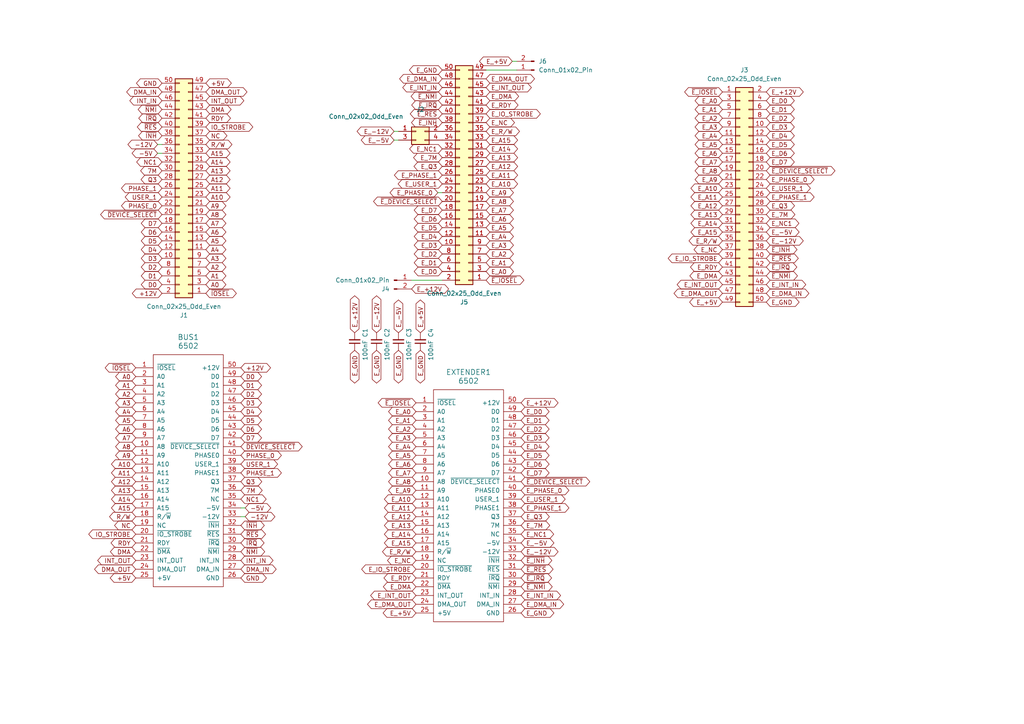
<source format=kicad_sch>
(kicad_sch
	(version 20250114)
	(generator "eeschema")
	(generator_version "9.0")
	(uuid "4091f11f-f2ab-4576-9c3b-01e4cf8d0965")
	(paper "A4")
	(lib_symbols
		(symbol "V2_Library:6502_Bus"
			(pin_names
				(offset 1.016)
			)
			(exclude_from_sim no)
			(in_bom yes)
			(on_board yes)
			(property "Reference" "BUS"
				(at 0 17.272 0)
				(effects
					(font
						(size 1.524 1.524)
					)
				)
			)
			(property "Value" "6502"
				(at 0 21.59 0)
				(effects
					(font
						(size 1.524 1.524)
					)
				)
			)
			(property "Footprint" ""
				(at -26.67 46.99 0)
				(effects
					(font
						(size 1.524 1.524)
					)
					(hide yes)
				)
			)
			(property "Datasheet" ""
				(at -26.67 46.99 0)
				(effects
					(font
						(size 1.524 1.524)
					)
					(hide yes)
				)
			)
			(property "Description" ""
				(at 0 0 0)
				(effects
					(font
						(size 1.27 1.27)
					)
					(hide yes)
				)
			)
			(symbol "6502_Bus_0_1"
				(rectangle
					(start -10.16 33.02)
					(end 10.16 -34.29)
					(stroke
						(width 0)
						(type solid)
					)
					(fill
						(type none)
					)
				)
			)
			(symbol "6502_Bus_1_1"
				(pin input line
					(at -15.24 29.21 0)
					(length 5.08)
					(name "~{IOSEL}"
						(effects
							(font
								(size 1.27 1.27)
							)
						)
					)
					(number "1"
						(effects
							(font
								(size 1.27 1.27)
							)
						)
					)
				)
				(pin input line
					(at -15.24 26.67 0)
					(length 5.08)
					(name "A0"
						(effects
							(font
								(size 1.27 1.27)
							)
						)
					)
					(number "2"
						(effects
							(font
								(size 1.27 1.27)
							)
						)
					)
				)
				(pin input line
					(at -15.24 24.13 0)
					(length 5.08)
					(name "A1"
						(effects
							(font
								(size 1.27 1.27)
							)
						)
					)
					(number "3"
						(effects
							(font
								(size 1.27 1.27)
							)
						)
					)
				)
				(pin input line
					(at -15.24 21.59 0)
					(length 5.08)
					(name "A2"
						(effects
							(font
								(size 1.27 1.27)
							)
						)
					)
					(number "4"
						(effects
							(font
								(size 1.27 1.27)
							)
						)
					)
				)
				(pin input line
					(at -15.24 19.05 0)
					(length 5.08)
					(name "A3"
						(effects
							(font
								(size 1.27 1.27)
							)
						)
					)
					(number "5"
						(effects
							(font
								(size 1.27 1.27)
							)
						)
					)
				)
				(pin input line
					(at -15.24 16.51 0)
					(length 5.08)
					(name "A4"
						(effects
							(font
								(size 1.27 1.27)
							)
						)
					)
					(number "6"
						(effects
							(font
								(size 1.27 1.27)
							)
						)
					)
				)
				(pin input line
					(at -15.24 13.97 0)
					(length 5.08)
					(name "A5"
						(effects
							(font
								(size 1.27 1.27)
							)
						)
					)
					(number "7"
						(effects
							(font
								(size 1.27 1.27)
							)
						)
					)
				)
				(pin input line
					(at -15.24 11.43 0)
					(length 5.08)
					(name "A6"
						(effects
							(font
								(size 1.27 1.27)
							)
						)
					)
					(number "8"
						(effects
							(font
								(size 1.27 1.27)
							)
						)
					)
				)
				(pin input line
					(at -15.24 8.89 0)
					(length 5.08)
					(name "A7"
						(effects
							(font
								(size 1.27 1.27)
							)
						)
					)
					(number "9"
						(effects
							(font
								(size 1.27 1.27)
							)
						)
					)
				)
				(pin input line
					(at -15.24 6.35 0)
					(length 5.08)
					(name "A8"
						(effects
							(font
								(size 1.27 1.27)
							)
						)
					)
					(number "10"
						(effects
							(font
								(size 1.27 1.27)
							)
						)
					)
				)
				(pin input line
					(at -15.24 3.81 0)
					(length 5.08)
					(name "A9"
						(effects
							(font
								(size 1.27 1.27)
							)
						)
					)
					(number "11"
						(effects
							(font
								(size 1.27 1.27)
							)
						)
					)
				)
				(pin input line
					(at -15.24 1.27 0)
					(length 5.08)
					(name "A10"
						(effects
							(font
								(size 1.27 1.27)
							)
						)
					)
					(number "12"
						(effects
							(font
								(size 1.27 1.27)
							)
						)
					)
				)
				(pin input line
					(at -15.24 -1.27 0)
					(length 5.08)
					(name "A11"
						(effects
							(font
								(size 1.27 1.27)
							)
						)
					)
					(number "13"
						(effects
							(font
								(size 1.27 1.27)
							)
						)
					)
				)
				(pin input line
					(at -15.24 -3.81 0)
					(length 5.08)
					(name "A12"
						(effects
							(font
								(size 1.27 1.27)
							)
						)
					)
					(number "14"
						(effects
							(font
								(size 1.27 1.27)
							)
						)
					)
				)
				(pin input line
					(at -15.24 -6.35 0)
					(length 5.08)
					(name "A13"
						(effects
							(font
								(size 1.27 1.27)
							)
						)
					)
					(number "15"
						(effects
							(font
								(size 1.27 1.27)
							)
						)
					)
				)
				(pin input line
					(at -15.24 -8.89 0)
					(length 5.08)
					(name "A14"
						(effects
							(font
								(size 1.27 1.27)
							)
						)
					)
					(number "16"
						(effects
							(font
								(size 1.27 1.27)
							)
						)
					)
				)
				(pin input line
					(at -15.24 -11.43 0)
					(length 5.08)
					(name "A15"
						(effects
							(font
								(size 1.27 1.27)
							)
						)
					)
					(number "17"
						(effects
							(font
								(size 1.27 1.27)
							)
						)
					)
				)
				(pin input line
					(at -15.24 -13.97 0)
					(length 5.08)
					(name "R/~{W}"
						(effects
							(font
								(size 1.27 1.27)
							)
						)
					)
					(number "18"
						(effects
							(font
								(size 1.27 1.27)
							)
						)
					)
				)
				(pin input line
					(at -15.24 -16.51 0)
					(length 5.08)
					(name "NC"
						(effects
							(font
								(size 1.27 1.27)
							)
						)
					)
					(number "19"
						(effects
							(font
								(size 1.27 1.27)
							)
						)
					)
				)
				(pin input line
					(at -15.24 -19.05 0)
					(length 5.08)
					(name "~{IO_STROBE}"
						(effects
							(font
								(size 1.27 1.27)
							)
						)
					)
					(number "20"
						(effects
							(font
								(size 1.27 1.27)
							)
						)
					)
				)
				(pin input line
					(at -15.24 -21.59 0)
					(length 5.08)
					(name "RDY"
						(effects
							(font
								(size 1.27 1.27)
							)
						)
					)
					(number "21"
						(effects
							(font
								(size 1.27 1.27)
							)
						)
					)
				)
				(pin input line
					(at -15.24 -24.13 0)
					(length 5.08)
					(name "~{DMA}"
						(effects
							(font
								(size 1.27 1.27)
							)
						)
					)
					(number "22"
						(effects
							(font
								(size 1.27 1.27)
							)
						)
					)
				)
				(pin input line
					(at -15.24 -26.67 0)
					(length 5.08)
					(name "INT_OUT"
						(effects
							(font
								(size 1.27 1.27)
							)
						)
					)
					(number "23"
						(effects
							(font
								(size 1.27 1.27)
							)
						)
					)
				)
				(pin input line
					(at -15.24 -29.21 0)
					(length 5.08)
					(name "DMA_OUT"
						(effects
							(font
								(size 1.27 1.27)
							)
						)
					)
					(number "24"
						(effects
							(font
								(size 1.27 1.27)
							)
						)
					)
				)
				(pin input line
					(at -15.24 -31.75 0)
					(length 5.08)
					(name "+5V"
						(effects
							(font
								(size 1.27 1.27)
							)
						)
					)
					(number "25"
						(effects
							(font
								(size 1.27 1.27)
							)
						)
					)
				)
				(pin input line
					(at 15.24 29.21 180)
					(length 5.08)
					(name "+12V"
						(effects
							(font
								(size 1.27 1.27)
							)
						)
					)
					(number "50"
						(effects
							(font
								(size 1.27 1.27)
							)
						)
					)
				)
				(pin input line
					(at 15.24 26.67 180)
					(length 5.08)
					(name "D0"
						(effects
							(font
								(size 1.27 1.27)
							)
						)
					)
					(number "49"
						(effects
							(font
								(size 1.27 1.27)
							)
						)
					)
				)
				(pin input line
					(at 15.24 24.13 180)
					(length 5.08)
					(name "D1"
						(effects
							(font
								(size 1.27 1.27)
							)
						)
					)
					(number "48"
						(effects
							(font
								(size 1.27 1.27)
							)
						)
					)
				)
				(pin input line
					(at 15.24 21.59 180)
					(length 5.08)
					(name "D2"
						(effects
							(font
								(size 1.27 1.27)
							)
						)
					)
					(number "47"
						(effects
							(font
								(size 1.27 1.27)
							)
						)
					)
				)
				(pin input line
					(at 15.24 19.05 180)
					(length 5.08)
					(name "D3"
						(effects
							(font
								(size 1.27 1.27)
							)
						)
					)
					(number "46"
						(effects
							(font
								(size 1.27 1.27)
							)
						)
					)
				)
				(pin input line
					(at 15.24 16.51 180)
					(length 5.08)
					(name "D4"
						(effects
							(font
								(size 1.27 1.27)
							)
						)
					)
					(number "45"
						(effects
							(font
								(size 1.27 1.27)
							)
						)
					)
				)
				(pin input line
					(at 15.24 13.97 180)
					(length 5.08)
					(name "D5"
						(effects
							(font
								(size 1.27 1.27)
							)
						)
					)
					(number "44"
						(effects
							(font
								(size 1.27 1.27)
							)
						)
					)
				)
				(pin input line
					(at 15.24 11.43 180)
					(length 5.08)
					(name "D6"
						(effects
							(font
								(size 1.27 1.27)
							)
						)
					)
					(number "43"
						(effects
							(font
								(size 1.27 1.27)
							)
						)
					)
				)
				(pin input line
					(at 15.24 8.89 180)
					(length 5.08)
					(name "D7"
						(effects
							(font
								(size 1.27 1.27)
							)
						)
					)
					(number "42"
						(effects
							(font
								(size 1.27 1.27)
							)
						)
					)
				)
				(pin input line
					(at 15.24 6.35 180)
					(length 5.08)
					(name "~{DEVICE_SELECT}"
						(effects
							(font
								(size 1.27 1.27)
							)
						)
					)
					(number "41"
						(effects
							(font
								(size 1.27 1.27)
							)
						)
					)
				)
				(pin input line
					(at 15.24 3.81 180)
					(length 5.08)
					(name "PHASE0"
						(effects
							(font
								(size 1.27 1.27)
							)
						)
					)
					(number "40"
						(effects
							(font
								(size 1.27 1.27)
							)
						)
					)
				)
				(pin input line
					(at 15.24 1.27 180)
					(length 5.08)
					(name "USER_1"
						(effects
							(font
								(size 1.27 1.27)
							)
						)
					)
					(number "39"
						(effects
							(font
								(size 1.27 1.27)
							)
						)
					)
				)
				(pin input line
					(at 15.24 -1.27 180)
					(length 5.08)
					(name "PHASE1"
						(effects
							(font
								(size 1.27 1.27)
							)
						)
					)
					(number "38"
						(effects
							(font
								(size 1.27 1.27)
							)
						)
					)
				)
				(pin input line
					(at 15.24 -3.81 180)
					(length 5.08)
					(name "Q3"
						(effects
							(font
								(size 1.27 1.27)
							)
						)
					)
					(number "37"
						(effects
							(font
								(size 1.27 1.27)
							)
						)
					)
				)
				(pin input line
					(at 15.24 -6.35 180)
					(length 5.08)
					(name "7M"
						(effects
							(font
								(size 1.27 1.27)
							)
						)
					)
					(number "36"
						(effects
							(font
								(size 1.27 1.27)
							)
						)
					)
				)
				(pin input line
					(at 15.24 -8.89 180)
					(length 5.08)
					(name "NC"
						(effects
							(font
								(size 1.27 1.27)
							)
						)
					)
					(number "35"
						(effects
							(font
								(size 1.27 1.27)
							)
						)
					)
				)
				(pin input line
					(at 15.24 -11.43 180)
					(length 5.08)
					(name "-5V"
						(effects
							(font
								(size 1.27 1.27)
							)
						)
					)
					(number "34"
						(effects
							(font
								(size 1.27 1.27)
							)
						)
					)
				)
				(pin input line
					(at 15.24 -13.97 180)
					(length 5.08)
					(name "-12V"
						(effects
							(font
								(size 1.27 1.27)
							)
						)
					)
					(number "33"
						(effects
							(font
								(size 1.27 1.27)
							)
						)
					)
				)
				(pin input line
					(at 15.24 -16.51 180)
					(length 5.08)
					(name "~{INH}"
						(effects
							(font
								(size 1.27 1.27)
							)
						)
					)
					(number "32"
						(effects
							(font
								(size 1.27 1.27)
							)
						)
					)
				)
				(pin input line
					(at 15.24 -19.05 180)
					(length 5.08)
					(name "~{RES}"
						(effects
							(font
								(size 1.27 1.27)
							)
						)
					)
					(number "31"
						(effects
							(font
								(size 1.27 1.27)
							)
						)
					)
				)
				(pin input line
					(at 15.24 -21.59 180)
					(length 5.08)
					(name "~{IRQ}"
						(effects
							(font
								(size 1.27 1.27)
							)
						)
					)
					(number "30"
						(effects
							(font
								(size 1.27 1.27)
							)
						)
					)
				)
				(pin input line
					(at 15.24 -24.13 180)
					(length 5.08)
					(name "~{NMI}"
						(effects
							(font
								(size 1.27 1.27)
							)
						)
					)
					(number "29"
						(effects
							(font
								(size 1.27 1.27)
							)
						)
					)
				)
				(pin input line
					(at 15.24 -26.67 180)
					(length 5.08)
					(name "INT_IN"
						(effects
							(font
								(size 1.27 1.27)
							)
						)
					)
					(number "28"
						(effects
							(font
								(size 1.27 1.27)
							)
						)
					)
				)
				(pin input line
					(at 15.24 -29.21 180)
					(length 5.08)
					(name "DMA_IN"
						(effects
							(font
								(size 1.27 1.27)
							)
						)
					)
					(number "27"
						(effects
							(font
								(size 1.27 1.27)
							)
						)
					)
				)
				(pin input line
					(at 15.24 -31.75 180)
					(length 5.08)
					(name "GND"
						(effects
							(font
								(size 1.27 1.27)
							)
						)
					)
					(number "26"
						(effects
							(font
								(size 1.27 1.27)
							)
						)
					)
				)
			)
			(embedded_fonts no)
		)
		(symbol "V2_Library:C_Small"
			(pin_numbers
				(hide yes)
			)
			(pin_names
				(offset 0.254)
				(hide yes)
			)
			(exclude_from_sim no)
			(in_bom yes)
			(on_board yes)
			(property "Reference" "C"
				(at 0.254 1.778 0)
				(effects
					(font
						(size 1.27 1.27)
					)
					(justify left)
				)
			)
			(property "Value" "C_Small"
				(at 0.254 -2.032 0)
				(effects
					(font
						(size 1.27 1.27)
					)
					(justify left)
				)
			)
			(property "Footprint" ""
				(at 0 0 0)
				(effects
					(font
						(size 1.27 1.27)
					)
					(hide yes)
				)
			)
			(property "Datasheet" "~"
				(at 0 0 0)
				(effects
					(font
						(size 1.27 1.27)
					)
					(hide yes)
				)
			)
			(property "Description" "Unpolarized capacitor, small symbol"
				(at 0 0 0)
				(effects
					(font
						(size 1.27 1.27)
					)
					(hide yes)
				)
			)
			(property "ki_keywords" "capacitor cap"
				(at 0 0 0)
				(effects
					(font
						(size 1.27 1.27)
					)
					(hide yes)
				)
			)
			(property "ki_fp_filters" "C_*"
				(at 0 0 0)
				(effects
					(font
						(size 1.27 1.27)
					)
					(hide yes)
				)
			)
			(symbol "C_Small_0_1"
				(polyline
					(pts
						(xy -1.524 0.508) (xy 1.524 0.508)
					)
					(stroke
						(width 0.3048)
						(type default)
					)
					(fill
						(type none)
					)
				)
				(polyline
					(pts
						(xy -1.524 -0.508) (xy 1.524 -0.508)
					)
					(stroke
						(width 0.3302)
						(type default)
					)
					(fill
						(type none)
					)
				)
			)
			(symbol "C_Small_1_1"
				(pin passive line
					(at 0 2.54 270)
					(length 2.032)
					(name "~"
						(effects
							(font
								(size 1.27 1.27)
							)
						)
					)
					(number "1"
						(effects
							(font
								(size 1.27 1.27)
							)
						)
					)
				)
				(pin passive line
					(at 0 -2.54 90)
					(length 2.032)
					(name "~"
						(effects
							(font
								(size 1.27 1.27)
							)
						)
					)
					(number "2"
						(effects
							(font
								(size 1.27 1.27)
							)
						)
					)
				)
			)
			(embedded_fonts no)
		)
		(symbol "V2_Library:Conn_01x02_Pin"
			(pin_names
				(offset 1.016)
				(hide yes)
			)
			(exclude_from_sim no)
			(in_bom yes)
			(on_board yes)
			(property "Reference" "J"
				(at 0 2.54 0)
				(effects
					(font
						(size 1.27 1.27)
					)
				)
			)
			(property "Value" "Conn_01x02_Pin"
				(at 0 -5.08 0)
				(effects
					(font
						(size 1.27 1.27)
					)
				)
			)
			(property "Footprint" ""
				(at 0 0 0)
				(effects
					(font
						(size 1.27 1.27)
					)
					(hide yes)
				)
			)
			(property "Datasheet" "~"
				(at 0 0 0)
				(effects
					(font
						(size 1.27 1.27)
					)
					(hide yes)
				)
			)
			(property "Description" "Generic connector, single row, 01x02, script generated"
				(at 0 0 0)
				(effects
					(font
						(size 1.27 1.27)
					)
					(hide yes)
				)
			)
			(property "ki_locked" ""
				(at 0 0 0)
				(effects
					(font
						(size 1.27 1.27)
					)
				)
			)
			(property "ki_keywords" "connector"
				(at 0 0 0)
				(effects
					(font
						(size 1.27 1.27)
					)
					(hide yes)
				)
			)
			(property "ki_fp_filters" "Connector*:*_1x??_*"
				(at 0 0 0)
				(effects
					(font
						(size 1.27 1.27)
					)
					(hide yes)
				)
			)
			(symbol "Conn_01x02_Pin_1_1"
				(rectangle
					(start 0.8636 0.127)
					(end 0 -0.127)
					(stroke
						(width 0.1524)
						(type default)
					)
					(fill
						(type outline)
					)
				)
				(rectangle
					(start 0.8636 -2.413)
					(end 0 -2.667)
					(stroke
						(width 0.1524)
						(type default)
					)
					(fill
						(type outline)
					)
				)
				(polyline
					(pts
						(xy 1.27 0) (xy 0.8636 0)
					)
					(stroke
						(width 0.1524)
						(type default)
					)
					(fill
						(type none)
					)
				)
				(polyline
					(pts
						(xy 1.27 -2.54) (xy 0.8636 -2.54)
					)
					(stroke
						(width 0.1524)
						(type default)
					)
					(fill
						(type none)
					)
				)
				(pin passive line
					(at 5.08 0 180)
					(length 3.81)
					(name "Pin_1"
						(effects
							(font
								(size 1.27 1.27)
							)
						)
					)
					(number "1"
						(effects
							(font
								(size 1.27 1.27)
							)
						)
					)
				)
				(pin passive line
					(at 5.08 -2.54 180)
					(length 3.81)
					(name "Pin_2"
						(effects
							(font
								(size 1.27 1.27)
							)
						)
					)
					(number "2"
						(effects
							(font
								(size 1.27 1.27)
							)
						)
					)
				)
			)
			(embedded_fonts no)
		)
		(symbol "V2_Library:Conn_02x02_Odd_Even"
			(pin_names
				(offset 1.016)
				(hide yes)
			)
			(exclude_from_sim no)
			(in_bom yes)
			(on_board yes)
			(property "Reference" "J"
				(at 1.27 2.54 0)
				(effects
					(font
						(size 1.27 1.27)
					)
				)
			)
			(property "Value" "Conn_02x02_Odd_Even"
				(at 1.27 -5.08 0)
				(effects
					(font
						(size 1.27 1.27)
					)
				)
			)
			(property "Footprint" ""
				(at 0 0 0)
				(effects
					(font
						(size 1.27 1.27)
					)
					(hide yes)
				)
			)
			(property "Datasheet" "~"
				(at 0 0 0)
				(effects
					(font
						(size 1.27 1.27)
					)
					(hide yes)
				)
			)
			(property "Description" "Generic connector, double row, 02x02, odd/even pin numbering scheme (row 1 odd numbers, row 2 even numbers), script generated (kicad-library-utils/schlib/autogen/connector/)"
				(at 0 0 0)
				(effects
					(font
						(size 1.27 1.27)
					)
					(hide yes)
				)
			)
			(property "ki_keywords" "connector"
				(at 0 0 0)
				(effects
					(font
						(size 1.27 1.27)
					)
					(hide yes)
				)
			)
			(property "ki_fp_filters" "Connector*:*_2x??_*"
				(at 0 0 0)
				(effects
					(font
						(size 1.27 1.27)
					)
					(hide yes)
				)
			)
			(symbol "Conn_02x02_Odd_Even_1_1"
				(rectangle
					(start -1.27 1.27)
					(end 3.81 -3.81)
					(stroke
						(width 0.254)
						(type default)
					)
					(fill
						(type background)
					)
				)
				(rectangle
					(start -1.27 0.127)
					(end 0 -0.127)
					(stroke
						(width 0.1524)
						(type default)
					)
					(fill
						(type none)
					)
				)
				(rectangle
					(start -1.27 -2.413)
					(end 0 -2.667)
					(stroke
						(width 0.1524)
						(type default)
					)
					(fill
						(type none)
					)
				)
				(rectangle
					(start 3.81 0.127)
					(end 2.54 -0.127)
					(stroke
						(width 0.1524)
						(type default)
					)
					(fill
						(type none)
					)
				)
				(rectangle
					(start 3.81 -2.413)
					(end 2.54 -2.667)
					(stroke
						(width 0.1524)
						(type default)
					)
					(fill
						(type none)
					)
				)
				(pin passive line
					(at -5.08 0 0)
					(length 3.81)
					(name "Pin_1"
						(effects
							(font
								(size 1.27 1.27)
							)
						)
					)
					(number "1"
						(effects
							(font
								(size 1.27 1.27)
							)
						)
					)
				)
				(pin passive line
					(at -5.08 -2.54 0)
					(length 3.81)
					(name "Pin_3"
						(effects
							(font
								(size 1.27 1.27)
							)
						)
					)
					(number "3"
						(effects
							(font
								(size 1.27 1.27)
							)
						)
					)
				)
				(pin passive line
					(at 7.62 0 180)
					(length 3.81)
					(name "Pin_2"
						(effects
							(font
								(size 1.27 1.27)
							)
						)
					)
					(number "2"
						(effects
							(font
								(size 1.27 1.27)
							)
						)
					)
				)
				(pin passive line
					(at 7.62 -2.54 180)
					(length 3.81)
					(name "Pin_4"
						(effects
							(font
								(size 1.27 1.27)
							)
						)
					)
					(number "4"
						(effects
							(font
								(size 1.27 1.27)
							)
						)
					)
				)
			)
			(embedded_fonts no)
		)
		(symbol "V2_Library:Conn_02x25_Odd_Even"
			(pin_names
				(offset 1.016)
				(hide yes)
			)
			(exclude_from_sim no)
			(in_bom yes)
			(on_board yes)
			(property "Reference" "J"
				(at 1.27 33.02 0)
				(effects
					(font
						(size 1.27 1.27)
					)
				)
			)
			(property "Value" "Conn_02x25_Odd_Even"
				(at 1.27 -33.02 0)
				(effects
					(font
						(size 1.27 1.27)
					)
				)
			)
			(property "Footprint" ""
				(at 0 0 0)
				(effects
					(font
						(size 1.27 1.27)
					)
					(hide yes)
				)
			)
			(property "Datasheet" "~"
				(at 0 0 0)
				(effects
					(font
						(size 1.27 1.27)
					)
					(hide yes)
				)
			)
			(property "Description" "Generic connector, double row, 02x25, odd/even pin numbering scheme (row 1 odd numbers, row 2 even numbers), script generated (kicad-library-utils/schlib/autogen/connector/)"
				(at 0 0 0)
				(effects
					(font
						(size 1.27 1.27)
					)
					(hide yes)
				)
			)
			(property "ki_keywords" "connector"
				(at 0 0 0)
				(effects
					(font
						(size 1.27 1.27)
					)
					(hide yes)
				)
			)
			(property "ki_fp_filters" "Connector*:*_2x??_*"
				(at 0 0 0)
				(effects
					(font
						(size 1.27 1.27)
					)
					(hide yes)
				)
			)
			(symbol "Conn_02x25_Odd_Even_1_1"
				(rectangle
					(start -1.27 31.75)
					(end 3.81 -31.75)
					(stroke
						(width 0.254)
						(type default)
					)
					(fill
						(type background)
					)
				)
				(rectangle
					(start -1.27 30.607)
					(end 0 30.353)
					(stroke
						(width 0.1524)
						(type default)
					)
					(fill
						(type none)
					)
				)
				(rectangle
					(start -1.27 28.067)
					(end 0 27.813)
					(stroke
						(width 0.1524)
						(type default)
					)
					(fill
						(type none)
					)
				)
				(rectangle
					(start -1.27 25.527)
					(end 0 25.273)
					(stroke
						(width 0.1524)
						(type default)
					)
					(fill
						(type none)
					)
				)
				(rectangle
					(start -1.27 22.987)
					(end 0 22.733)
					(stroke
						(width 0.1524)
						(type default)
					)
					(fill
						(type none)
					)
				)
				(rectangle
					(start -1.27 20.447)
					(end 0 20.193)
					(stroke
						(width 0.1524)
						(type default)
					)
					(fill
						(type none)
					)
				)
				(rectangle
					(start -1.27 17.907)
					(end 0 17.653)
					(stroke
						(width 0.1524)
						(type default)
					)
					(fill
						(type none)
					)
				)
				(rectangle
					(start -1.27 15.367)
					(end 0 15.113)
					(stroke
						(width 0.1524)
						(type default)
					)
					(fill
						(type none)
					)
				)
				(rectangle
					(start -1.27 12.827)
					(end 0 12.573)
					(stroke
						(width 0.1524)
						(type default)
					)
					(fill
						(type none)
					)
				)
				(rectangle
					(start -1.27 10.287)
					(end 0 10.033)
					(stroke
						(width 0.1524)
						(type default)
					)
					(fill
						(type none)
					)
				)
				(rectangle
					(start -1.27 7.747)
					(end 0 7.493)
					(stroke
						(width 0.1524)
						(type default)
					)
					(fill
						(type none)
					)
				)
				(rectangle
					(start -1.27 5.207)
					(end 0 4.953)
					(stroke
						(width 0.1524)
						(type default)
					)
					(fill
						(type none)
					)
				)
				(rectangle
					(start -1.27 2.667)
					(end 0 2.413)
					(stroke
						(width 0.1524)
						(type default)
					)
					(fill
						(type none)
					)
				)
				(rectangle
					(start -1.27 0.127)
					(end 0 -0.127)
					(stroke
						(width 0.1524)
						(type default)
					)
					(fill
						(type none)
					)
				)
				(rectangle
					(start -1.27 -2.413)
					(end 0 -2.667)
					(stroke
						(width 0.1524)
						(type default)
					)
					(fill
						(type none)
					)
				)
				(rectangle
					(start -1.27 -4.953)
					(end 0 -5.207)
					(stroke
						(width 0.1524)
						(type default)
					)
					(fill
						(type none)
					)
				)
				(rectangle
					(start -1.27 -7.493)
					(end 0 -7.747)
					(stroke
						(width 0.1524)
						(type default)
					)
					(fill
						(type none)
					)
				)
				(rectangle
					(start -1.27 -10.033)
					(end 0 -10.287)
					(stroke
						(width 0.1524)
						(type default)
					)
					(fill
						(type none)
					)
				)
				(rectangle
					(start -1.27 -12.573)
					(end 0 -12.827)
					(stroke
						(width 0.1524)
						(type default)
					)
					(fill
						(type none)
					)
				)
				(rectangle
					(start -1.27 -15.113)
					(end 0 -15.367)
					(stroke
						(width 0.1524)
						(type default)
					)
					(fill
						(type none)
					)
				)
				(rectangle
					(start -1.27 -17.653)
					(end 0 -17.907)
					(stroke
						(width 0.1524)
						(type default)
					)
					(fill
						(type none)
					)
				)
				(rectangle
					(start -1.27 -20.193)
					(end 0 -20.447)
					(stroke
						(width 0.1524)
						(type default)
					)
					(fill
						(type none)
					)
				)
				(rectangle
					(start -1.27 -22.733)
					(end 0 -22.987)
					(stroke
						(width 0.1524)
						(type default)
					)
					(fill
						(type none)
					)
				)
				(rectangle
					(start -1.27 -25.273)
					(end 0 -25.527)
					(stroke
						(width 0.1524)
						(type default)
					)
					(fill
						(type none)
					)
				)
				(rectangle
					(start -1.27 -27.813)
					(end 0 -28.067)
					(stroke
						(width 0.1524)
						(type default)
					)
					(fill
						(type none)
					)
				)
				(rectangle
					(start -1.27 -30.353)
					(end 0 -30.607)
					(stroke
						(width 0.1524)
						(type default)
					)
					(fill
						(type none)
					)
				)
				(rectangle
					(start 3.81 30.607)
					(end 2.54 30.353)
					(stroke
						(width 0.1524)
						(type default)
					)
					(fill
						(type none)
					)
				)
				(rectangle
					(start 3.81 28.067)
					(end 2.54 27.813)
					(stroke
						(width 0.1524)
						(type default)
					)
					(fill
						(type none)
					)
				)
				(rectangle
					(start 3.81 25.527)
					(end 2.54 25.273)
					(stroke
						(width 0.1524)
						(type default)
					)
					(fill
						(type none)
					)
				)
				(rectangle
					(start 3.81 22.987)
					(end 2.54 22.733)
					(stroke
						(width 0.1524)
						(type default)
					)
					(fill
						(type none)
					)
				)
				(rectangle
					(start 3.81 20.447)
					(end 2.54 20.193)
					(stroke
						(width 0.1524)
						(type default)
					)
					(fill
						(type none)
					)
				)
				(rectangle
					(start 3.81 17.907)
					(end 2.54 17.653)
					(stroke
						(width 0.1524)
						(type default)
					)
					(fill
						(type none)
					)
				)
				(rectangle
					(start 3.81 15.367)
					(end 2.54 15.113)
					(stroke
						(width 0.1524)
						(type default)
					)
					(fill
						(type none)
					)
				)
				(rectangle
					(start 3.81 12.827)
					(end 2.54 12.573)
					(stroke
						(width 0.1524)
						(type default)
					)
					(fill
						(type none)
					)
				)
				(rectangle
					(start 3.81 10.287)
					(end 2.54 10.033)
					(stroke
						(width 0.1524)
						(type default)
					)
					(fill
						(type none)
					)
				)
				(rectangle
					(start 3.81 7.747)
					(end 2.54 7.493)
					(stroke
						(width 0.1524)
						(type default)
					)
					(fill
						(type none)
					)
				)
				(rectangle
					(start 3.81 5.207)
					(end 2.54 4.953)
					(stroke
						(width 0.1524)
						(type default)
					)
					(fill
						(type none)
					)
				)
				(rectangle
					(start 3.81 2.667)
					(end 2.54 2.413)
					(stroke
						(width 0.1524)
						(type default)
					)
					(fill
						(type none)
					)
				)
				(rectangle
					(start 3.81 0.127)
					(end 2.54 -0.127)
					(stroke
						(width 0.1524)
						(type default)
					)
					(fill
						(type none)
					)
				)
				(rectangle
					(start 3.81 -2.413)
					(end 2.54 -2.667)
					(stroke
						(width 0.1524)
						(type default)
					)
					(fill
						(type none)
					)
				)
				(rectangle
					(start 3.81 -4.953)
					(end 2.54 -5.207)
					(stroke
						(width 0.1524)
						(type default)
					)
					(fill
						(type none)
					)
				)
				(rectangle
					(start 3.81 -7.493)
					(end 2.54 -7.747)
					(stroke
						(width 0.1524)
						(type default)
					)
					(fill
						(type none)
					)
				)
				(rectangle
					(start 3.81 -10.033)
					(end 2.54 -10.287)
					(stroke
						(width 0.1524)
						(type default)
					)
					(fill
						(type none)
					)
				)
				(rectangle
					(start 3.81 -12.573)
					(end 2.54 -12.827)
					(stroke
						(width 0.1524)
						(type default)
					)
					(fill
						(type none)
					)
				)
				(rectangle
					(start 3.81 -15.113)
					(end 2.54 -15.367)
					(stroke
						(width 0.1524)
						(type default)
					)
					(fill
						(type none)
					)
				)
				(rectangle
					(start 3.81 -17.653)
					(end 2.54 -17.907)
					(stroke
						(width 0.1524)
						(type default)
					)
					(fill
						(type none)
					)
				)
				(rectangle
					(start 3.81 -20.193)
					(end 2.54 -20.447)
					(stroke
						(width 0.1524)
						(type default)
					)
					(fill
						(type none)
					)
				)
				(rectangle
					(start 3.81 -22.733)
					(end 2.54 -22.987)
					(stroke
						(width 0.1524)
						(type default)
					)
					(fill
						(type none)
					)
				)
				(rectangle
					(start 3.81 -25.273)
					(end 2.54 -25.527)
					(stroke
						(width 0.1524)
						(type default)
					)
					(fill
						(type none)
					)
				)
				(rectangle
					(start 3.81 -27.813)
					(end 2.54 -28.067)
					(stroke
						(width 0.1524)
						(type default)
					)
					(fill
						(type none)
					)
				)
				(rectangle
					(start 3.81 -30.353)
					(end 2.54 -30.607)
					(stroke
						(width 0.1524)
						(type default)
					)
					(fill
						(type none)
					)
				)
				(pin passive line
					(at -5.08 30.48 0)
					(length 3.81)
					(name "Pin_1"
						(effects
							(font
								(size 1.27 1.27)
							)
						)
					)
					(number "1"
						(effects
							(font
								(size 1.27 1.27)
							)
						)
					)
				)
				(pin passive line
					(at -5.08 27.94 0)
					(length 3.81)
					(name "Pin_3"
						(effects
							(font
								(size 1.27 1.27)
							)
						)
					)
					(number "3"
						(effects
							(font
								(size 1.27 1.27)
							)
						)
					)
				)
				(pin passive line
					(at -5.08 25.4 0)
					(length 3.81)
					(name "Pin_5"
						(effects
							(font
								(size 1.27 1.27)
							)
						)
					)
					(number "5"
						(effects
							(font
								(size 1.27 1.27)
							)
						)
					)
				)
				(pin passive line
					(at -5.08 22.86 0)
					(length 3.81)
					(name "Pin_7"
						(effects
							(font
								(size 1.27 1.27)
							)
						)
					)
					(number "7"
						(effects
							(font
								(size 1.27 1.27)
							)
						)
					)
				)
				(pin passive line
					(at -5.08 20.32 0)
					(length 3.81)
					(name "Pin_9"
						(effects
							(font
								(size 1.27 1.27)
							)
						)
					)
					(number "9"
						(effects
							(font
								(size 1.27 1.27)
							)
						)
					)
				)
				(pin passive line
					(at -5.08 17.78 0)
					(length 3.81)
					(name "Pin_11"
						(effects
							(font
								(size 1.27 1.27)
							)
						)
					)
					(number "11"
						(effects
							(font
								(size 1.27 1.27)
							)
						)
					)
				)
				(pin passive line
					(at -5.08 15.24 0)
					(length 3.81)
					(name "Pin_13"
						(effects
							(font
								(size 1.27 1.27)
							)
						)
					)
					(number "13"
						(effects
							(font
								(size 1.27 1.27)
							)
						)
					)
				)
				(pin passive line
					(at -5.08 12.7 0)
					(length 3.81)
					(name "Pin_15"
						(effects
							(font
								(size 1.27 1.27)
							)
						)
					)
					(number "15"
						(effects
							(font
								(size 1.27 1.27)
							)
						)
					)
				)
				(pin passive line
					(at -5.08 10.16 0)
					(length 3.81)
					(name "Pin_17"
						(effects
							(font
								(size 1.27 1.27)
							)
						)
					)
					(number "17"
						(effects
							(font
								(size 1.27 1.27)
							)
						)
					)
				)
				(pin passive line
					(at -5.08 7.62 0)
					(length 3.81)
					(name "Pin_19"
						(effects
							(font
								(size 1.27 1.27)
							)
						)
					)
					(number "19"
						(effects
							(font
								(size 1.27 1.27)
							)
						)
					)
				)
				(pin passive line
					(at -5.08 5.08 0)
					(length 3.81)
					(name "Pin_21"
						(effects
							(font
								(size 1.27 1.27)
							)
						)
					)
					(number "21"
						(effects
							(font
								(size 1.27 1.27)
							)
						)
					)
				)
				(pin passive line
					(at -5.08 2.54 0)
					(length 3.81)
					(name "Pin_23"
						(effects
							(font
								(size 1.27 1.27)
							)
						)
					)
					(number "23"
						(effects
							(font
								(size 1.27 1.27)
							)
						)
					)
				)
				(pin passive line
					(at -5.08 0 0)
					(length 3.81)
					(name "Pin_25"
						(effects
							(font
								(size 1.27 1.27)
							)
						)
					)
					(number "25"
						(effects
							(font
								(size 1.27 1.27)
							)
						)
					)
				)
				(pin passive line
					(at -5.08 -2.54 0)
					(length 3.81)
					(name "Pin_27"
						(effects
							(font
								(size 1.27 1.27)
							)
						)
					)
					(number "27"
						(effects
							(font
								(size 1.27 1.27)
							)
						)
					)
				)
				(pin passive line
					(at -5.08 -5.08 0)
					(length 3.81)
					(name "Pin_29"
						(effects
							(font
								(size 1.27 1.27)
							)
						)
					)
					(number "29"
						(effects
							(font
								(size 1.27 1.27)
							)
						)
					)
				)
				(pin passive line
					(at -5.08 -7.62 0)
					(length 3.81)
					(name "Pin_31"
						(effects
							(font
								(size 1.27 1.27)
							)
						)
					)
					(number "31"
						(effects
							(font
								(size 1.27 1.27)
							)
						)
					)
				)
				(pin passive line
					(at -5.08 -10.16 0)
					(length 3.81)
					(name "Pin_33"
						(effects
							(font
								(size 1.27 1.27)
							)
						)
					)
					(number "33"
						(effects
							(font
								(size 1.27 1.27)
							)
						)
					)
				)
				(pin passive line
					(at -5.08 -12.7 0)
					(length 3.81)
					(name "Pin_35"
						(effects
							(font
								(size 1.27 1.27)
							)
						)
					)
					(number "35"
						(effects
							(font
								(size 1.27 1.27)
							)
						)
					)
				)
				(pin passive line
					(at -5.08 -15.24 0)
					(length 3.81)
					(name "Pin_37"
						(effects
							(font
								(size 1.27 1.27)
							)
						)
					)
					(number "37"
						(effects
							(font
								(size 1.27 1.27)
							)
						)
					)
				)
				(pin passive line
					(at -5.08 -17.78 0)
					(length 3.81)
					(name "Pin_39"
						(effects
							(font
								(size 1.27 1.27)
							)
						)
					)
					(number "39"
						(effects
							(font
								(size 1.27 1.27)
							)
						)
					)
				)
				(pin passive line
					(at -5.08 -20.32 0)
					(length 3.81)
					(name "Pin_41"
						(effects
							(font
								(size 1.27 1.27)
							)
						)
					)
					(number "41"
						(effects
							(font
								(size 1.27 1.27)
							)
						)
					)
				)
				(pin passive line
					(at -5.08 -22.86 0)
					(length 3.81)
					(name "Pin_43"
						(effects
							(font
								(size 1.27 1.27)
							)
						)
					)
					(number "43"
						(effects
							(font
								(size 1.27 1.27)
							)
						)
					)
				)
				(pin passive line
					(at -5.08 -25.4 0)
					(length 3.81)
					(name "Pin_45"
						(effects
							(font
								(size 1.27 1.27)
							)
						)
					)
					(number "45"
						(effects
							(font
								(size 1.27 1.27)
							)
						)
					)
				)
				(pin passive line
					(at -5.08 -27.94 0)
					(length 3.81)
					(name "Pin_47"
						(effects
							(font
								(size 1.27 1.27)
							)
						)
					)
					(number "47"
						(effects
							(font
								(size 1.27 1.27)
							)
						)
					)
				)
				(pin passive line
					(at -5.08 -30.48 0)
					(length 3.81)
					(name "Pin_49"
						(effects
							(font
								(size 1.27 1.27)
							)
						)
					)
					(number "49"
						(effects
							(font
								(size 1.27 1.27)
							)
						)
					)
				)
				(pin passive line
					(at 7.62 30.48 180)
					(length 3.81)
					(name "Pin_2"
						(effects
							(font
								(size 1.27 1.27)
							)
						)
					)
					(number "2"
						(effects
							(font
								(size 1.27 1.27)
							)
						)
					)
				)
				(pin passive line
					(at 7.62 27.94 180)
					(length 3.81)
					(name "Pin_4"
						(effects
							(font
								(size 1.27 1.27)
							)
						)
					)
					(number "4"
						(effects
							(font
								(size 1.27 1.27)
							)
						)
					)
				)
				(pin passive line
					(at 7.62 25.4 180)
					(length 3.81)
					(name "Pin_6"
						(effects
							(font
								(size 1.27 1.27)
							)
						)
					)
					(number "6"
						(effects
							(font
								(size 1.27 1.27)
							)
						)
					)
				)
				(pin passive line
					(at 7.62 22.86 180)
					(length 3.81)
					(name "Pin_8"
						(effects
							(font
								(size 1.27 1.27)
							)
						)
					)
					(number "8"
						(effects
							(font
								(size 1.27 1.27)
							)
						)
					)
				)
				(pin passive line
					(at 7.62 20.32 180)
					(length 3.81)
					(name "Pin_10"
						(effects
							(font
								(size 1.27 1.27)
							)
						)
					)
					(number "10"
						(effects
							(font
								(size 1.27 1.27)
							)
						)
					)
				)
				(pin passive line
					(at 7.62 17.78 180)
					(length 3.81)
					(name "Pin_12"
						(effects
							(font
								(size 1.27 1.27)
							)
						)
					)
					(number "12"
						(effects
							(font
								(size 1.27 1.27)
							)
						)
					)
				)
				(pin passive line
					(at 7.62 15.24 180)
					(length 3.81)
					(name "Pin_14"
						(effects
							(font
								(size 1.27 1.27)
							)
						)
					)
					(number "14"
						(effects
							(font
								(size 1.27 1.27)
							)
						)
					)
				)
				(pin passive line
					(at 7.62 12.7 180)
					(length 3.81)
					(name "Pin_16"
						(effects
							(font
								(size 1.27 1.27)
							)
						)
					)
					(number "16"
						(effects
							(font
								(size 1.27 1.27)
							)
						)
					)
				)
				(pin passive line
					(at 7.62 10.16 180)
					(length 3.81)
					(name "Pin_18"
						(effects
							(font
								(size 1.27 1.27)
							)
						)
					)
					(number "18"
						(effects
							(font
								(size 1.27 1.27)
							)
						)
					)
				)
				(pin passive line
					(at 7.62 7.62 180)
					(length 3.81)
					(name "Pin_20"
						(effects
							(font
								(size 1.27 1.27)
							)
						)
					)
					(number "20"
						(effects
							(font
								(size 1.27 1.27)
							)
						)
					)
				)
				(pin passive line
					(at 7.62 5.08 180)
					(length 3.81)
					(name "Pin_22"
						(effects
							(font
								(size 1.27 1.27)
							)
						)
					)
					(number "22"
						(effects
							(font
								(size 1.27 1.27)
							)
						)
					)
				)
				(pin passive line
					(at 7.62 2.54 180)
					(length 3.81)
					(name "Pin_24"
						(effects
							(font
								(size 1.27 1.27)
							)
						)
					)
					(number "24"
						(effects
							(font
								(size 1.27 1.27)
							)
						)
					)
				)
				(pin passive line
					(at 7.62 0 180)
					(length 3.81)
					(name "Pin_26"
						(effects
							(font
								(size 1.27 1.27)
							)
						)
					)
					(number "26"
						(effects
							(font
								(size 1.27 1.27)
							)
						)
					)
				)
				(pin passive line
					(at 7.62 -2.54 180)
					(length 3.81)
					(name "Pin_28"
						(effects
							(font
								(size 1.27 1.27)
							)
						)
					)
					(number "28"
						(effects
							(font
								(size 1.27 1.27)
							)
						)
					)
				)
				(pin passive line
					(at 7.62 -5.08 180)
					(length 3.81)
					(name "Pin_30"
						(effects
							(font
								(size 1.27 1.27)
							)
						)
					)
					(number "30"
						(effects
							(font
								(size 1.27 1.27)
							)
						)
					)
				)
				(pin passive line
					(at 7.62 -7.62 180)
					(length 3.81)
					(name "Pin_32"
						(effects
							(font
								(size 1.27 1.27)
							)
						)
					)
					(number "32"
						(effects
							(font
								(size 1.27 1.27)
							)
						)
					)
				)
				(pin passive line
					(at 7.62 -10.16 180)
					(length 3.81)
					(name "Pin_34"
						(effects
							(font
								(size 1.27 1.27)
							)
						)
					)
					(number "34"
						(effects
							(font
								(size 1.27 1.27)
							)
						)
					)
				)
				(pin passive line
					(at 7.62 -12.7 180)
					(length 3.81)
					(name "Pin_36"
						(effects
							(font
								(size 1.27 1.27)
							)
						)
					)
					(number "36"
						(effects
							(font
								(size 1.27 1.27)
							)
						)
					)
				)
				(pin passive line
					(at 7.62 -15.24 180)
					(length 3.81)
					(name "Pin_38"
						(effects
							(font
								(size 1.27 1.27)
							)
						)
					)
					(number "38"
						(effects
							(font
								(size 1.27 1.27)
							)
						)
					)
				)
				(pin passive line
					(at 7.62 -17.78 180)
					(length 3.81)
					(name "Pin_40"
						(effects
							(font
								(size 1.27 1.27)
							)
						)
					)
					(number "40"
						(effects
							(font
								(size 1.27 1.27)
							)
						)
					)
				)
				(pin passive line
					(at 7.62 -20.32 180)
					(length 3.81)
					(name "Pin_42"
						(effects
							(font
								(size 1.27 1.27)
							)
						)
					)
					(number "42"
						(effects
							(font
								(size 1.27 1.27)
							)
						)
					)
				)
				(pin passive line
					(at 7.62 -22.86 180)
					(length 3.81)
					(name "Pin_44"
						(effects
							(font
								(size 1.27 1.27)
							)
						)
					)
					(number "44"
						(effects
							(font
								(size 1.27 1.27)
							)
						)
					)
				)
				(pin passive line
					(at 7.62 -25.4 180)
					(length 3.81)
					(name "Pin_46"
						(effects
							(font
								(size 1.27 1.27)
							)
						)
					)
					(number "46"
						(effects
							(font
								(size 1.27 1.27)
							)
						)
					)
				)
				(pin passive line
					(at 7.62 -27.94 180)
					(length 3.81)
					(name "Pin_48"
						(effects
							(font
								(size 1.27 1.27)
							)
						)
					)
					(number "48"
						(effects
							(font
								(size 1.27 1.27)
							)
						)
					)
				)
				(pin passive line
					(at 7.62 -30.48 180)
					(length 3.81)
					(name "Pin_50"
						(effects
							(font
								(size 1.27 1.27)
							)
						)
					)
					(number "50"
						(effects
							(font
								(size 1.27 1.27)
							)
						)
					)
				)
			)
			(embedded_fonts no)
		)
	)
	(wire
		(pts
			(xy 69.85 147.32) (xy 71.12 147.32)
		)
		(stroke
			(width 0)
			(type default)
		)
		(uuid "12de52fb-6466-42b3-bc6a-4ec3fb77a708")
	)
	(wire
		(pts
			(xy 46.99 44.45) (xy 45.72 44.45)
		)
		(stroke
			(width 0)
			(type default)
		)
		(uuid "4f1819d8-3791-4660-84c7-bb85f44105f3")
	)
	(wire
		(pts
			(xy 115.57 40.64) (xy 114.3 40.64)
		)
		(stroke
			(width 0)
			(type default)
		)
		(uuid "594ed388-fb96-4447-a0f3-912190003242")
	)
	(wire
		(pts
			(xy 127 55.88) (xy 128.27 55.88)
		)
		(stroke
			(width 0)
			(type default)
		)
		(uuid "5ab7f15f-f322-4849-b136-38ea19a955ac")
	)
	(wire
		(pts
			(xy 149.86 17.78) (xy 148.59 17.78)
		)
		(stroke
			(width 0)
			(type default)
		)
		(uuid "6956ffc6-8163-4a59-b4b6-1cf91746f062")
	)
	(wire
		(pts
			(xy 69.85 149.86) (xy 71.12 149.86)
		)
		(stroke
			(width 0)
			(type default)
		)
		(uuid "77c9ffd8-1946-4688-b19a-e2b2f702190c")
	)
	(wire
		(pts
			(xy 46.99 41.91) (xy 45.72 41.91)
		)
		(stroke
			(width 0)
			(type default)
		)
		(uuid "88cd7c93-33d4-49d2-acc9-e439b6811b6c")
	)
	(wire
		(pts
			(xy 115.57 38.1) (xy 114.3 38.1)
		)
		(stroke
			(width 0)
			(type default)
		)
		(uuid "96266b06-0cf0-4a67-97dd-22aa8de5aafd")
	)
	(wire
		(pts
			(xy 119.38 81.28) (xy 128.27 81.28)
		)
		(stroke
			(width 0)
			(type default)
		)
		(uuid "9e48ee38-473e-4d9a-8339-2f2287289035")
	)
	(wire
		(pts
			(xy 140.97 20.32) (xy 149.86 20.32)
		)
		(stroke
			(width 0)
			(type default)
		)
		(uuid "b900a4ec-97d2-4680-9ff6-69b002301a8f")
	)
	(global_label "IO_STROBE"
		(shape bidirectional)
		(at 59.69 36.83 0)
		(fields_autoplaced yes)
		(effects
			(font
				(size 1.27 1.27)
			)
			(justify left)
		)
		(uuid "014fb48a-6548-4d2a-92b0-0c412d700739")
		(property "Intersheetrefs" "${INTERSHEET_REFS}"
			(at 73.886 36.83 0)
			(effects
				(font
					(size 1.27 1.27)
				)
				(justify left)
				(hide yes)
			)
		)
	)
	(global_label "~{E_DEVICE_SELECT}"
		(shape bidirectional)
		(at 222.25 49.53 0)
		(fields_autoplaced yes)
		(effects
			(font
				(size 1.27 1.27)
			)
			(justify left)
		)
		(uuid "03cf32da-9e70-4a0b-93c2-999e1e819cef")
		(property "Intersheetrefs" "${INTERSHEET_REFS}"
			(at 242.7353 49.53 0)
			(effects
				(font
					(size 1.27 1.27)
				)
				(justify left)
				(hide yes)
			)
		)
	)
	(global_label "A7"
		(shape bidirectional)
		(at 39.37 127 180)
		(fields_autoplaced yes)
		(effects
			(font
				(size 1.27 1.27)
			)
			(justify right)
		)
		(uuid "06520266-1a80-4290-95e3-ede9be966c91")
		(property "Intersheetrefs" "${INTERSHEET_REFS}"
			(at 32.9754 127 0)
			(effects
				(font
					(size 1.27 1.27)
				)
				(justify right)
				(hide yes)
			)
		)
	)
	(global_label "E_7M"
		(shape bidirectional)
		(at 151.13 152.4 0)
		(fields_autoplaced yes)
		(effects
			(font
				(size 1.27 1.27)
			)
			(justify left)
		)
		(uuid "0c79089d-699c-40e1-a919-3f55f1ebe05d")
		(property "Intersheetrefs" "${INTERSHEET_REFS}"
			(at 160.004 152.4 0)
			(effects
				(font
					(size 1.27 1.27)
				)
				(justify left)
				(hide yes)
			)
		)
	)
	(global_label "GND"
		(shape bidirectional)
		(at 46.99 24.13 180)
		(fields_autoplaced yes)
		(effects
			(font
				(size 1.27 1.27)
			)
			(justify right)
		)
		(uuid "0fc8f6f8-e12d-46a6-9120-d66494e7f783")
		(property "Intersheetrefs" "${INTERSHEET_REFS}"
			(at 39.023 24.13 0)
			(effects
				(font
					(size 1.27 1.27)
				)
				(justify right)
				(hide yes)
			)
		)
	)
	(global_label "A6"
		(shape bidirectional)
		(at 39.37 124.46 180)
		(fields_autoplaced yes)
		(effects
			(font
				(size 1.27 1.27)
			)
			(justify right)
		)
		(uuid "10176652-5e3a-4f41-abf0-199291dae611")
		(property "Intersheetrefs" "${INTERSHEET_REFS}"
			(at 32.9754 124.46 0)
			(effects
				(font
					(size 1.27 1.27)
				)
				(justify right)
				(hide yes)
			)
		)
	)
	(global_label "E_+5V"
		(shape bidirectional)
		(at 120.65 177.8 180)
		(fields_autoplaced yes)
		(effects
			(font
				(size 1.27 1.27)
			)
			(justify right)
		)
		(uuid "10275c49-74a0-4d54-a10d-852c659c30b3")
		(property "Intersheetrefs" "${INTERSHEET_REFS}"
			(at 110.5664 177.8 0)
			(effects
				(font
					(size 1.27 1.27)
				)
				(justify right)
				(hide yes)
			)
		)
	)
	(global_label "E_D2"
		(shape bidirectional)
		(at 151.13 124.46 0)
		(fields_autoplaced yes)
		(effects
			(font
				(size 1.27 1.27)
			)
			(justify left)
		)
		(uuid "10854768-bc96-4b8c-a50c-757c79b03a45")
		(property "Intersheetrefs" "${INTERSHEET_REFS}"
			(at 159.8226 124.46 0)
			(effects
				(font
					(size 1.27 1.27)
				)
				(justify left)
				(hide yes)
			)
		)
	)
	(global_label "E_A5"
		(shape bidirectional)
		(at 120.65 132.08 180)
		(fields_autoplaced yes)
		(effects
			(font
				(size 1.27 1.27)
			)
			(justify right)
		)
		(uuid "11c4f3f1-fa7c-42d3-9942-2e05b2887e6a")
		(property "Intersheetrefs" "${INTERSHEET_REFS}"
			(at 112.1388 132.08 0)
			(effects
				(font
					(size 1.27 1.27)
				)
				(justify right)
				(hide yes)
			)
		)
	)
	(global_label "E_A11"
		(shape bidirectional)
		(at 120.65 147.32 180)
		(fields_autoplaced yes)
		(effects
			(font
				(size 1.27 1.27)
			)
			(justify right)
		)
		(uuid "11d98b91-ac7f-4852-9ca3-62d879b0c639")
		(property "Intersheetrefs" "${INTERSHEET_REFS}"
			(at 110.9293 147.32 0)
			(effects
				(font
					(size 1.27 1.27)
				)
				(justify right)
				(hide yes)
			)
		)
	)
	(global_label "DMA_OUT"
		(shape bidirectional)
		(at 59.69 26.67 0)
		(fields_autoplaced yes)
		(effects
			(font
				(size 1.27 1.27)
			)
			(justify left)
		)
		(uuid "140f684c-ea0f-4bb1-b9e7-853e04e84d88")
		(property "Intersheetrefs" "${INTERSHEET_REFS}"
			(at 72.1927 26.67 0)
			(effects
				(font
					(size 1.27 1.27)
				)
				(justify left)
				(hide yes)
			)
		)
	)
	(global_label "E_+5V"
		(shape bidirectional)
		(at 209.55 87.63 180)
		(fields_autoplaced yes)
		(effects
			(font
				(size 1.27 1.27)
			)
			(justify right)
		)
		(uuid "143af3d8-f443-4a7b-ad8e-091b4bec21f0")
		(property "Intersheetrefs" "${INTERSHEET_REFS}"
			(at 199.4664 87.63 0)
			(effects
				(font
					(size 1.27 1.27)
				)
				(justify right)
				(hide yes)
			)
		)
	)
	(global_label "E_A8"
		(shape bidirectional)
		(at 120.65 139.7 180)
		(fields_autoplaced yes)
		(effects
			(font
				(size 1.27 1.27)
			)
			(justify right)
		)
		(uuid "154ee2fb-03b8-4418-a7ae-4e8ac129aa7f")
		(property "Intersheetrefs" "${INTERSHEET_REFS}"
			(at 112.1388 139.7 0)
			(effects
				(font
					(size 1.27 1.27)
				)
				(justify right)
				(hide yes)
			)
		)
	)
	(global_label "E_INT_OUT"
		(shape bidirectional)
		(at 140.97 25.4 0)
		(fields_autoplaced yes)
		(effects
			(font
				(size 1.27 1.27)
			)
			(justify left)
		)
		(uuid "1550dc29-aaa0-4898-aec1-9af9334cdbf2")
		(property "Intersheetrefs" "${INTERSHEET_REFS}"
			(at 154.6822 25.4 0)
			(effects
				(font
					(size 1.27 1.27)
				)
				(justify left)
				(hide yes)
			)
		)
	)
	(global_label "E_IO_STROBE"
		(shape bidirectional)
		(at 120.65 165.1 180)
		(fields_autoplaced yes)
		(effects
			(font
				(size 1.27 1.27)
			)
			(justify right)
		)
		(uuid "15f187d1-4a74-4568-afbd-999be3afb00f")
		(property "Intersheetrefs" "${INTERSHEET_REFS}"
			(at 104.3374 165.1 0)
			(effects
				(font
					(size 1.27 1.27)
				)
				(justify right)
				(hide yes)
			)
		)
	)
	(global_label "~{E_INH}"
		(shape bidirectional)
		(at 222.25 72.39 0)
		(fields_autoplaced yes)
		(effects
			(font
				(size 1.27 1.27)
			)
			(justify left)
		)
		(uuid "163bb059-7d93-403a-890e-222cb8622a4a")
		(property "Intersheetrefs" "${INTERSHEET_REFS}"
			(at 231.7289 72.39 0)
			(effects
				(font
					(size 1.27 1.27)
				)
				(justify left)
				(hide yes)
			)
		)
	)
	(global_label "~{E_DEVICE_SELECT}"
		(shape bidirectional)
		(at 151.13 139.7 0)
		(fields_autoplaced yes)
		(effects
			(font
				(size 1.27 1.27)
			)
			(justify left)
		)
		(uuid "172cf697-07cc-4b58-b8d4-1174c40839b8")
		(property "Intersheetrefs" "${INTERSHEET_REFS}"
			(at 171.6153 139.7 0)
			(effects
				(font
					(size 1.27 1.27)
				)
				(justify left)
				(hide yes)
			)
		)
	)
	(global_label "E_RDY"
		(shape bidirectional)
		(at 209.55 77.47 180)
		(fields_autoplaced yes)
		(effects
			(font
				(size 1.27 1.27)
			)
			(justify right)
		)
		(uuid "18dab435-ec39-4905-8d5a-dea23555568f")
		(property "Intersheetrefs" "${INTERSHEET_REFS}"
			(at 199.7083 77.47 0)
			(effects
				(font
					(size 1.27 1.27)
				)
				(justify right)
				(hide yes)
			)
		)
	)
	(global_label "D2"
		(shape bidirectional)
		(at 69.85 114.3 0)
		(fields_autoplaced yes)
		(effects
			(font
				(size 1.27 1.27)
			)
			(justify left)
		)
		(uuid "194d7ea5-1455-4e71-b80b-dc1503afac99")
		(property "Intersheetrefs" "${INTERSHEET_REFS}"
			(at 76.426 114.3 0)
			(effects
				(font
					(size 1.27 1.27)
				)
				(justify left)
				(hide yes)
			)
		)
	)
	(global_label "E_NC1"
		(shape bidirectional)
		(at 151.13 154.94 0)
		(fields_autoplaced yes)
		(effects
			(font
				(size 1.27 1.27)
			)
			(justify left)
		)
		(uuid "19f3145e-c3c7-4ee2-84cb-71d7401cad28")
		(property "Intersheetrefs" "${INTERSHEET_REFS}"
			(at 161.1531 154.94 0)
			(effects
				(font
					(size 1.27 1.27)
				)
				(justify left)
				(hide yes)
			)
		)
	)
	(global_label "E_A8"
		(shape bidirectional)
		(at 209.55 49.53 180)
		(fields_autoplaced yes)
		(effects
			(font
				(size 1.27 1.27)
			)
			(justify right)
		)
		(uuid "1a6c22a7-ed70-4433-b1b2-bc3fb9782ade")
		(property "Intersheetrefs" "${INTERSHEET_REFS}"
			(at 201.0388 49.53 0)
			(effects
				(font
					(size 1.27 1.27)
				)
				(justify right)
				(hide yes)
			)
		)
	)
	(global_label "~{IOSEL}"
		(shape bidirectional)
		(at 39.37 106.68 180)
		(fields_autoplaced yes)
		(effects
			(font
				(size 1.27 1.27)
			)
			(justify right)
		)
		(uuid "1b0b175b-7a21-4f7f-a428-c1e5705a2e93")
		(property "Intersheetrefs" "${INTERSHEET_REFS}"
			(at 29.9516 106.68 0)
			(effects
				(font
					(size 1.27 1.27)
				)
				(justify right)
				(hide yes)
			)
		)
	)
	(global_label "E_A11"
		(shape bidirectional)
		(at 140.97 50.8 0)
		(fields_autoplaced yes)
		(effects
			(font
				(size 1.27 1.27)
			)
			(justify left)
		)
		(uuid "1c0e807c-01b9-4f4b-bdee-7e1c278b7b8d")
		(property "Intersheetrefs" "${INTERSHEET_REFS}"
			(at 150.6907 50.8 0)
			(effects
				(font
					(size 1.27 1.27)
				)
				(justify left)
				(hide yes)
			)
		)
	)
	(global_label "E_A14"
		(shape bidirectional)
		(at 120.65 154.94 180)
		(fields_autoplaced yes)
		(effects
			(font
				(size 1.27 1.27)
			)
			(justify right)
		)
		(uuid "1d04bc4e-2b9b-4692-be45-784b09110b96")
		(property "Intersheetrefs" "${INTERSHEET_REFS}"
			(at 110.9293 154.94 0)
			(effects
				(font
					(size 1.27 1.27)
				)
				(justify right)
				(hide yes)
			)
		)
	)
	(global_label "E_+5V"
		(shape bidirectional)
		(at 121.92 96.52 90)
		(fields_autoplaced yes)
		(effects
			(font
				(size 1.27 1.27)
			)
			(justify left)
		)
		(uuid "1d24290e-0061-4f11-8fb1-da6f07ecb3b0")
		(property "Intersheetrefs" "${INTERSHEET_REFS}"
			(at 121.92 86.4364 90)
			(effects
				(font
					(size 1.27 1.27)
				)
				(justify left)
				(hide yes)
			)
		)
	)
	(global_label "D6"
		(shape bidirectional)
		(at 69.85 124.46 0)
		(fields_autoplaced yes)
		(effects
			(font
				(size 1.27 1.27)
			)
			(justify left)
		)
		(uuid "1e25a566-791b-406b-a616-4ba1d364d8e4")
		(property "Intersheetrefs" "${INTERSHEET_REFS}"
			(at 76.426 124.46 0)
			(effects
				(font
					(size 1.27 1.27)
				)
				(justify left)
				(hide yes)
			)
		)
	)
	(global_label "D3"
		(shape bidirectional)
		(at 46.99 74.93 180)
		(fields_autoplaced yes)
		(effects
			(font
				(size 1.27 1.27)
			)
			(justify right)
		)
		(uuid "1e781b21-f765-4c72-9975-36e9f527c086")
		(property "Intersheetrefs" "${INTERSHEET_REFS}"
			(at 40.414 74.93 0)
			(effects
				(font
					(size 1.27 1.27)
				)
				(justify right)
				(hide yes)
			)
		)
	)
	(global_label "~{E_INH}"
		(shape bidirectional)
		(at 151.13 162.56 0)
		(fields_autoplaced yes)
		(effects
			(font
				(size 1.27 1.27)
			)
			(justify left)
		)
		(uuid "1ec2d1a8-c0f1-43e0-9b79-ae003fb8be98")
		(property "Intersheetrefs" "${INTERSHEET_REFS}"
			(at 160.6089 162.56 0)
			(effects
				(font
					(size 1.27 1.27)
				)
				(justify left)
				(hide yes)
			)
		)
	)
	(global_label "DMA"
		(shape bidirectional)
		(at 39.37 160.02 180)
		(fields_autoplaced yes)
		(effects
			(font
				(size 1.27 1.27)
			)
			(justify right)
		)
		(uuid "2021f084-a38e-4208-8720-043c598c766f")
		(property "Intersheetrefs" "${INTERSHEET_REFS}"
			(at 31.4635 160.02 0)
			(effects
				(font
					(size 1.27 1.27)
				)
				(justify right)
				(hide yes)
			)
		)
	)
	(global_label "E_DMA_OUT"
		(shape bidirectional)
		(at 140.97 22.86 0)
		(fields_autoplaced yes)
		(effects
			(font
				(size 1.27 1.27)
			)
			(justify left)
		)
		(uuid "215352cf-dfc1-4358-89bc-9992b95c765a")
		(property "Intersheetrefs" "${INTERSHEET_REFS}"
			(at 155.5893 22.86 0)
			(effects
				(font
					(size 1.27 1.27)
				)
				(justify left)
				(hide yes)
			)
		)
	)
	(global_label "A13"
		(shape bidirectional)
		(at 59.69 49.53 0)
		(fields_autoplaced yes)
		(effects
			(font
				(size 1.27 1.27)
			)
			(justify left)
		)
		(uuid "216a687c-d4db-4c4e-9e98-0a82bc593f10")
		(property "Intersheetrefs" "${INTERSHEET_REFS}"
			(at 67.2941 49.53 0)
			(effects
				(font
					(size 1.27 1.27)
				)
				(justify left)
				(hide yes)
			)
		)
	)
	(global_label "E_A13"
		(shape bidirectional)
		(at 120.65 152.4 180)
		(fields_autoplaced yes)
		(effects
			(font
				(size 1.27 1.27)
			)
			(justify right)
		)
		(uuid "2171a090-dbd2-40c3-a25e-6a9a1b31813e")
		(property "Intersheetrefs" "${INTERSHEET_REFS}"
			(at 110.9293 152.4 0)
			(effects
				(font
					(size 1.27 1.27)
				)
				(justify right)
				(hide yes)
			)
		)
	)
	(global_label "E_D6"
		(shape bidirectional)
		(at 128.27 63.5 180)
		(fields_autoplaced yes)
		(effects
			(font
				(size 1.27 1.27)
			)
			(justify right)
		)
		(uuid "21be3448-b5b3-41d2-b324-c5fd94286ca5")
		(property "Intersheetrefs" "${INTERSHEET_REFS}"
			(at 119.5774 63.5 0)
			(effects
				(font
					(size 1.27 1.27)
				)
				(justify right)
				(hide yes)
			)
		)
	)
	(global_label "~{E_DEVICE_SELECT}"
		(shape bidirectional)
		(at 128.27 58.42 180)
		(fields_autoplaced yes)
		(effects
			(font
				(size 1.27 1.27)
			)
			(justify right)
		)
		(uuid "221a8fc7-0a7e-4205-a3f1-bd60a5dbd6d6")
		(property "Intersheetrefs" "${INTERSHEET_REFS}"
			(at 107.7847 58.42 0)
			(effects
				(font
					(size 1.27 1.27)
				)
				(justify right)
				(hide yes)
			)
		)
	)
	(global_label "7M"
		(shape bidirectional)
		(at 69.85 142.24 0)
		(fields_autoplaced yes)
		(effects
			(font
				(size 1.27 1.27)
			)
			(justify left)
		)
		(uuid "2235e359-f6e2-4f1f-946d-9199577941c6")
		(property "Intersheetrefs" "${INTERSHEET_REFS}"
			(at 76.6074 142.24 0)
			(effects
				(font
					(size 1.27 1.27)
				)
				(justify left)
				(hide yes)
			)
		)
	)
	(global_label "E_D5"
		(shape bidirectional)
		(at 222.25 41.91 0)
		(fields_autoplaced yes)
		(effects
			(font
				(size 1.27 1.27)
			)
			(justify left)
		)
		(uuid "227369c5-258e-4da2-a595-4727f7e0fb9a")
		(property "Intersheetrefs" "${INTERSHEET_REFS}"
			(at 230.9426 41.91 0)
			(effects
				(font
					(size 1.27 1.27)
				)
				(justify left)
				(hide yes)
			)
		)
	)
	(global_label "E_DMA_OUT"
		(shape bidirectional)
		(at 209.55 85.09 180)
		(fields_autoplaced yes)
		(effects
			(font
				(size 1.27 1.27)
			)
			(justify right)
		)
		(uuid "22923a95-b499-4373-8cd7-eb0a655f758f")
		(property "Intersheetrefs" "${INTERSHEET_REFS}"
			(at 194.9307 85.09 0)
			(effects
				(font
					(size 1.27 1.27)
				)
				(justify right)
				(hide yes)
			)
		)
	)
	(global_label "E_A5"
		(shape bidirectional)
		(at 209.55 41.91 180)
		(fields_autoplaced yes)
		(effects
			(font
				(size 1.27 1.27)
			)
			(justify right)
		)
		(uuid "2342a5eb-c312-44c5-83e9-8a411c71ee46")
		(property "Intersheetrefs" "${INTERSHEET_REFS}"
			(at 201.0388 41.91 0)
			(effects
				(font
					(size 1.27 1.27)
				)
				(justify right)
				(hide yes)
			)
		)
	)
	(global_label "7M"
		(shape bidirectional)
		(at 46.99 49.53 180)
		(fields_autoplaced yes)
		(effects
			(font
				(size 1.27 1.27)
			)
			(justify right)
		)
		(uuid "23dc5b92-231a-46f5-9766-d3bc78fa7874")
		(property "Intersheetrefs" "${INTERSHEET_REFS}"
			(at 40.2326 49.53 0)
			(effects
				(font
					(size 1.27 1.27)
				)
				(justify right)
				(hide yes)
			)
		)
	)
	(global_label "A9"
		(shape bidirectional)
		(at 59.69 59.69 0)
		(fields_autoplaced yes)
		(effects
			(font
				(size 1.27 1.27)
			)
			(justify left)
		)
		(uuid "246e7c03-8e76-4655-a0e7-43d02846a528")
		(property "Intersheetrefs" "${INTERSHEET_REFS}"
			(at 66.0846 59.69 0)
			(effects
				(font
					(size 1.27 1.27)
				)
				(justify left)
				(hide yes)
			)
		)
	)
	(global_label "~{RES}"
		(shape bidirectional)
		(at 69.85 154.94 0)
		(fields_autoplaced yes)
		(effects
			(font
				(size 1.27 1.27)
			)
			(justify left)
		)
		(uuid "25b905a9-d124-454b-8d59-8864af62b43a")
		(property "Intersheetrefs" "${INTERSHEET_REFS}"
			(at 77.575 154.94 0)
			(effects
				(font
					(size 1.27 1.27)
				)
				(justify left)
				(hide yes)
			)
		)
	)
	(global_label "E_A3"
		(shape bidirectional)
		(at 140.97 71.12 0)
		(fields_autoplaced yes)
		(effects
			(font
				(size 1.27 1.27)
			)
			(justify left)
		)
		(uuid "282129f1-ba46-4036-ba7c-fe538e56d95a")
		(property "Intersheetrefs" "${INTERSHEET_REFS}"
			(at 149.4812 71.12 0)
			(effects
				(font
					(size 1.27 1.27)
				)
				(justify left)
				(hide yes)
			)
		)
	)
	(global_label "E_A0"
		(shape bidirectional)
		(at 120.65 119.38 180)
		(fields_autoplaced yes)
		(effects
			(font
				(size 1.27 1.27)
			)
			(justify right)
		)
		(uuid "29139429-421d-47a6-b4bb-fa8fd1b80ef0")
		(property "Intersheetrefs" "${INTERSHEET_REFS}"
			(at 112.1388 119.38 0)
			(effects
				(font
					(size 1.27 1.27)
				)
				(justify right)
				(hide yes)
			)
		)
	)
	(global_label "~{E_RES}"
		(shape bidirectional)
		(at 222.25 74.93 0)
		(fields_autoplaced yes)
		(effects
			(font
				(size 1.27 1.27)
			)
			(justify left)
		)
		(uuid "2981d603-fe73-4464-ae6b-e6cd0410d685")
		(property "Intersheetrefs" "${INTERSHEET_REFS}"
			(at 232.0916 74.93 0)
			(effects
				(font
					(size 1.27 1.27)
				)
				(justify left)
				(hide yes)
			)
		)
	)
	(global_label "E_GND"
		(shape bidirectional)
		(at 115.57 101.6 270)
		(fields_autoplaced yes)
		(effects
			(font
				(size 1.27 1.27)
			)
			(justify right)
		)
		(uuid "29d6e0da-b9d6-41eb-81ba-40c99a80650a")
		(property "Intersheetrefs" "${INTERSHEET_REFS}"
			(at 115.57 111.6836 90)
			(effects
				(font
					(size 1.27 1.27)
				)
				(justify right)
				(hide yes)
			)
		)
	)
	(global_label "E_A9"
		(shape bidirectional)
		(at 120.65 142.24 180)
		(fields_autoplaced yes)
		(effects
			(font
				(size 1.27 1.27)
			)
			(justify right)
		)
		(uuid "2b9bef14-68d9-414c-98d7-961ffdc62e08")
		(property "Intersheetrefs" "${INTERSHEET_REFS}"
			(at 112.1388 142.24 0)
			(effects
				(font
					(size 1.27 1.27)
				)
				(justify right)
				(hide yes)
			)
		)
	)
	(global_label "A1"
		(shape bidirectional)
		(at 59.69 80.01 0)
		(fields_autoplaced yes)
		(effects
			(font
				(size 1.27 1.27)
			)
			(justify left)
		)
		(uuid "2bd0c889-a86d-405a-b54a-9a7db212cf88")
		(property "Intersheetrefs" "${INTERSHEET_REFS}"
			(at 66.0846 80.01 0)
			(effects
				(font
					(size 1.27 1.27)
				)
				(justify left)
				(hide yes)
			)
		)
	)
	(global_label "DMA_IN"
		(shape bidirectional)
		(at 46.99 26.67 180)
		(fields_autoplaced yes)
		(effects
			(font
				(size 1.27 1.27)
			)
			(justify right)
		)
		(uuid "2edc1ddf-7f71-4e13-b271-1b1292510e47")
		(property "Intersheetrefs" "${INTERSHEET_REFS}"
			(at 36.1806 26.67 0)
			(effects
				(font
					(size 1.27 1.27)
				)
				(justify right)
				(hide yes)
			)
		)
	)
	(global_label "D4"
		(shape bidirectional)
		(at 69.85 119.38 0)
		(fields_autoplaced yes)
		(effects
			(font
				(size 1.27 1.27)
			)
			(justify left)
		)
		(uuid "3084f44b-f5f3-4d12-b58c-099d7a2b5877")
		(property "Intersheetrefs" "${INTERSHEET_REFS}"
			(at 76.426 119.38 0)
			(effects
				(font
					(size 1.27 1.27)
				)
				(justify left)
				(hide yes)
			)
		)
	)
	(global_label "E_A10"
		(shape bidirectional)
		(at 120.65 144.78 180)
		(fields_autoplaced yes)
		(effects
			(font
				(size 1.27 1.27)
			)
			(justify right)
		)
		(uuid "30f4dd97-c922-499b-9da6-0b669cf3886e")
		(property "Intersheetrefs" "${INTERSHEET_REFS}"
			(at 110.9293 144.78 0)
			(effects
				(font
					(size 1.27 1.27)
				)
				(justify right)
				(hide yes)
			)
		)
	)
	(global_label "E_D2"
		(shape bidirectional)
		(at 222.25 34.29 0)
		(fields_autoplaced yes)
		(effects
			(font
				(size 1.27 1.27)
			)
			(justify left)
		)
		(uuid "30f704fd-9ac1-40a7-a1e8-7062f6bed06d")
		(property "Intersheetrefs" "${INTERSHEET_REFS}"
			(at 230.9426 34.29 0)
			(effects
				(font
					(size 1.27 1.27)
				)
				(justify left)
				(hide yes)
			)
		)
	)
	(global_label "E_PHASE_0"
		(shape bidirectional)
		(at 127 55.88 180)
		(fields_autoplaced yes)
		(effects
			(font
				(size 1.27 1.27)
			)
			(justify right)
		)
		(uuid "320d239b-dd16-40b7-bc79-7684bd1e92cc")
		(property "Intersheetrefs" "${INTERSHEET_REFS}"
			(at 112.5622 55.88 0)
			(effects
				(font
					(size 1.27 1.27)
				)
				(justify right)
				(hide yes)
			)
		)
	)
	(global_label "E_+5V"
		(shape bidirectional)
		(at 148.59 17.78 180)
		(fields_autoplaced yes)
		(effects
			(font
				(size 1.27 1.27)
			)
			(justify right)
		)
		(uuid "36adde6a-7033-4119-99f4-ee086f05deff")
		(property "Intersheetrefs" "${INTERSHEET_REFS}"
			(at 138.5064 17.78 0)
			(effects
				(font
					(size 1.27 1.27)
				)
				(justify right)
				(hide yes)
			)
		)
	)
	(global_label "E_GND"
		(shape bidirectional)
		(at 121.92 101.6 270)
		(fields_autoplaced yes)
		(effects
			(font
				(size 1.27 1.27)
			)
			(justify right)
		)
		(uuid "370408d6-8d61-4189-9d3e-1809e7ee5378")
		(property "Intersheetrefs" "${INTERSHEET_REFS}"
			(at 121.92 111.6836 90)
			(effects
				(font
					(size 1.27 1.27)
				)
				(justify right)
				(hide yes)
			)
		)
	)
	(global_label "E_-12V"
		(shape bidirectional)
		(at 109.22 96.52 90)
		(fields_autoplaced yes)
		(effects
			(font
				(size 1.27 1.27)
			)
			(justify left)
		)
		(uuid "375d8c06-767c-4035-81f3-beeeda29bf94")
		(property "Intersheetrefs" "${INTERSHEET_REFS}"
			(at 109.22 85.2269 90)
			(effects
				(font
					(size 1.27 1.27)
				)
				(justify left)
				(hide yes)
			)
		)
	)
	(global_label "~{E_NMI}"
		(shape bidirectional)
		(at 222.25 80.01 0)
		(fields_autoplaced yes)
		(effects
			(font
				(size 1.27 1.27)
			)
			(justify left)
		)
		(uuid "37c8a61a-4e2b-4e5a-b243-47651960bad9")
		(property "Intersheetrefs" "${INTERSHEET_REFS}"
			(at 231.8498 80.01 0)
			(effects
				(font
					(size 1.27 1.27)
				)
				(justify left)
				(hide yes)
			)
		)
	)
	(global_label "E_A15"
		(shape bidirectional)
		(at 140.97 40.64 0)
		(fields_autoplaced yes)
		(effects
			(font
				(size 1.27 1.27)
			)
			(justify left)
		)
		(uuid "37e517d1-488f-499c-9019-fa9deb5826dc")
		(property "Intersheetrefs" "${INTERSHEET_REFS}"
			(at 150.6907 40.64 0)
			(effects
				(font
					(size 1.27 1.27)
				)
				(justify left)
				(hide yes)
			)
		)
	)
	(global_label "E_A10"
		(shape bidirectional)
		(at 140.97 53.34 0)
		(fields_autoplaced yes)
		(effects
			(font
				(size 1.27 1.27)
			)
			(justify left)
		)
		(uuid "3ac58533-b5bc-41ad-939f-25b8ed29bf7a")
		(property "Intersheetrefs" "${INTERSHEET_REFS}"
			(at 150.6907 53.34 0)
			(effects
				(font
					(size 1.27 1.27)
				)
				(justify left)
				(hide yes)
			)
		)
	)
	(global_label "E_A2"
		(shape bidirectional)
		(at 209.55 34.29 180)
		(fields_autoplaced yes)
		(effects
			(font
				(size 1.27 1.27)
			)
			(justify right)
		)
		(uuid "3c504fef-d211-4dd4-b136-c70d514c8340")
		(property "Intersheetrefs" "${INTERSHEET_REFS}"
			(at 201.0388 34.29 0)
			(effects
				(font
					(size 1.27 1.27)
				)
				(justify right)
				(hide yes)
			)
		)
	)
	(global_label "+12V"
		(shape bidirectional)
		(at 69.85 106.68 0)
		(fields_autoplaced yes)
		(effects
			(font
				(size 1.27 1.27)
			)
			(justify left)
		)
		(uuid "3dd2374e-1489-4e98-a6aa-ae596f99d953")
		(property "Intersheetrefs" "${INTERSHEET_REFS}"
			(at 79.0265 106.68 0)
			(effects
				(font
					(size 1.27 1.27)
				)
				(justify left)
				(hide yes)
			)
		)
	)
	(global_label "E_IO_STROBE"
		(shape bidirectional)
		(at 209.55 74.93 180)
		(fields_autoplaced yes)
		(effects
			(font
				(size 1.27 1.27)
			)
			(justify right)
		)
		(uuid "3efe3ccb-8d5c-4bc5-8758-7da3f4aad410")
		(property "Intersheetrefs" "${INTERSHEET_REFS}"
			(at 193.2374 74.93 0)
			(effects
				(font
					(size 1.27 1.27)
				)
				(justify right)
				(hide yes)
			)
		)
	)
	(global_label "E_INT_IN"
		(shape bidirectional)
		(at 151.13 172.72 0)
		(fields_autoplaced yes)
		(effects
			(font
				(size 1.27 1.27)
			)
			(justify left)
		)
		(uuid "450f3008-a51d-4326-b115-407a82f3958f")
		(property "Intersheetrefs" "${INTERSHEET_REFS}"
			(at 163.1489 172.72 0)
			(effects
				(font
					(size 1.27 1.27)
				)
				(justify left)
				(hide yes)
			)
		)
	)
	(global_label "D1"
		(shape bidirectional)
		(at 46.99 80.01 180)
		(fields_autoplaced yes)
		(effects
			(font
				(size 1.27 1.27)
			)
			(justify right)
		)
		(uuid "4823c766-e8d1-4cc9-90fc-ebb2be65c898")
		(property "Intersheetrefs" "${INTERSHEET_REFS}"
			(at 40.414 80.01 0)
			(effects
				(font
					(size 1.27 1.27)
				)
				(justify right)
				(hide yes)
			)
		)
	)
	(global_label "E_A4"
		(shape bidirectional)
		(at 120.65 129.54 180)
		(fields_autoplaced yes)
		(effects
			(font
				(size 1.27 1.27)
			)
			(justify right)
		)
		(uuid "48c2ef68-fd74-4e17-aca4-3af21f9f62b6")
		(property "Intersheetrefs" "${INTERSHEET_REFS}"
			(at 112.1388 129.54 0)
			(effects
				(font
					(size 1.27 1.27)
				)
				(justify right)
				(hide yes)
			)
		)
	)
	(global_label "E_NC1"
		(shape bidirectional)
		(at 128.27 43.18 180)
		(fields_autoplaced yes)
		(effects
			(font
				(size 1.27 1.27)
			)
			(justify right)
		)
		(uuid "496279e0-a19f-4373-be73-dc951b284eca")
		(property "Intersheetrefs" "${INTERSHEET_REFS}"
			(at 118.2469 43.18 0)
			(effects
				(font
					(size 1.27 1.27)
				)
				(justify right)
				(hide yes)
			)
		)
	)
	(global_label "~{E_RES}"
		(shape bidirectional)
		(at 128.27 33.02 180)
		(fields_autoplaced yes)
		(effects
			(font
				(size 1.27 1.27)
			)
			(justify right)
		)
		(uuid "4a39afc2-d677-44b2-8f11-b69f16ee43fb")
		(property "Intersheetrefs" "${INTERSHEET_REFS}"
			(at 118.4284 33.02 0)
			(effects
				(font
					(size 1.27 1.27)
				)
				(justify right)
				(hide yes)
			)
		)
	)
	(global_label "-5V"
		(shape bidirectional)
		(at 45.72 44.45 180)
		(fields_autoplaced yes)
		(effects
			(font
				(size 1.27 1.27)
			)
			(justify right)
		)
		(uuid "4a62b1e3-1373-408c-b132-4606cecec093")
		(property "Intersheetrefs" "${INTERSHEET_REFS}"
			(at 37.753 44.45 0)
			(effects
				(font
					(size 1.27 1.27)
				)
				(justify right)
				(hide yes)
			)
		)
	)
	(global_label "E_IO_STROBE"
		(shape bidirectional)
		(at 140.97 33.02 0)
		(fields_autoplaced yes)
		(effects
			(font
				(size 1.27 1.27)
			)
			(justify left)
		)
		(uuid "4a94138b-6fa4-40fd-bac3-b5594d984eeb")
		(property "Intersheetrefs" "${INTERSHEET_REFS}"
			(at 157.2826 33.02 0)
			(effects
				(font
					(size 1.27 1.27)
				)
				(justify left)
				(hide yes)
			)
		)
	)
	(global_label "E_DMA_IN"
		(shape bidirectional)
		(at 222.25 85.09 0)
		(fields_autoplaced yes)
		(effects
			(font
				(size 1.27 1.27)
			)
			(justify left)
		)
		(uuid "4b0ecdc3-b237-439d-81f9-262f67740ec8")
		(property "Intersheetrefs" "${INTERSHEET_REFS}"
			(at 235.176 85.09 0)
			(effects
				(font
					(size 1.27 1.27)
				)
				(justify left)
				(hide yes)
			)
		)
	)
	(global_label "E_DMA_IN"
		(shape bidirectional)
		(at 128.27 22.86 180)
		(fields_autoplaced yes)
		(effects
			(font
				(size 1.27 1.27)
			)
			(justify right)
		)
		(uuid "4bfeac32-32ee-40fc-ae04-9e57273b1e2b")
		(property "Intersheetrefs" "${INTERSHEET_REFS}"
			(at 115.344 22.86 0)
			(effects
				(font
					(size 1.27 1.27)
				)
				(justify right)
				(hide yes)
			)
		)
	)
	(global_label "A7"
		(shape bidirectional)
		(at 59.69 64.77 0)
		(fields_autoplaced yes)
		(effects
			(font
				(size 1.27 1.27)
			)
			(justify left)
		)
		(uuid "4c021970-1cef-4ec5-8658-dbd263e6717a")
		(property "Intersheetrefs" "${INTERSHEET_REFS}"
			(at 66.0846 64.77 0)
			(effects
				(font
					(size 1.27 1.27)
				)
				(justify left)
				(hide yes)
			)
		)
	)
	(global_label "GND"
		(shape bidirectional)
		(at 69.85 167.64 0)
		(fields_autoplaced yes)
		(effects
			(font
				(size 1.27 1.27)
			)
			(justify left)
		)
		(uuid "4c3ca51e-c5b0-4495-a7cf-a6cce3deec53")
		(property "Intersheetrefs" "${INTERSHEET_REFS}"
			(at 77.817 167.64 0)
			(effects
				(font
					(size 1.27 1.27)
				)
				(justify left)
				(hide yes)
			)
		)
	)
	(global_label "E_A12"
		(shape bidirectional)
		(at 140.97 48.26 0)
		(fields_autoplaced yes)
		(effects
			(font
				(size 1.27 1.27)
			)
			(justify left)
		)
		(uuid "4dbcbc27-69be-4d23-993f-6ff07cde4a75")
		(property "Intersheetrefs" "${INTERSHEET_REFS}"
			(at 150.6907 48.26 0)
			(effects
				(font
					(size 1.27 1.27)
				)
				(justify left)
				(hide yes)
			)
		)
	)
	(global_label "E_D4"
		(shape bidirectional)
		(at 128.27 68.58 180)
		(fields_autoplaced yes)
		(effects
			(font
				(size 1.27 1.27)
			)
			(justify right)
		)
		(uuid "4ea99c18-0ed5-408e-a41c-266d66f52407")
		(property "Intersheetrefs" "${INTERSHEET_REFS}"
			(at 119.5774 68.58 0)
			(effects
				(font
					(size 1.27 1.27)
				)
				(justify right)
				(hide yes)
			)
		)
	)
	(global_label "E_NC1"
		(shape bidirectional)
		(at 222.25 64.77 0)
		(fields_autoplaced yes)
		(effects
			(font
				(size 1.27 1.27)
			)
			(justify left)
		)
		(uuid "4f5f0892-7fde-448d-abef-8b16aa09f860")
		(property "Intersheetrefs" "${INTERSHEET_REFS}"
			(at 232.2731 64.77 0)
			(effects
				(font
					(size 1.27 1.27)
				)
				(justify left)
				(hide yes)
			)
		)
	)
	(global_label "Q3"
		(shape bidirectional)
		(at 46.99 52.07 180)
		(fields_autoplaced yes)
		(effects
			(font
				(size 1.27 1.27)
			)
			(justify right)
		)
		(uuid "4f78a5db-4cf3-4809-b409-5e3f39a0bc51")
		(property "Intersheetrefs" "${INTERSHEET_REFS}"
			(at 40.3535 52.07 0)
			(effects
				(font
					(size 1.27 1.27)
				)
				(justify right)
				(hide yes)
			)
		)
	)
	(global_label "~{RES}"
		(shape bidirectional)
		(at 46.99 36.83 180)
		(fields_autoplaced yes)
		(effects
			(font
				(size 1.27 1.27)
			)
			(justify right)
		)
		(uuid "507a00ce-b875-4102-b54a-85f11db8e8c1")
		(property "Intersheetrefs" "${INTERSHEET_REFS}"
			(at 39.265 36.83 0)
			(effects
				(font
					(size 1.27 1.27)
				)
				(justify right)
				(hide yes)
			)
		)
	)
	(global_label "DMA_IN"
		(shape bidirectional)
		(at 69.85 165.1 0)
		(fields_autoplaced yes)
		(effects
			(font
				(size 1.27 1.27)
			)
			(justify left)
		)
		(uuid "5080a61e-e03e-4cd4-b251-b18327a146be")
		(property "Intersheetrefs" "${INTERSHEET_REFS}"
			(at 80.6594 165.1 0)
			(effects
				(font
					(size 1.27 1.27)
				)
				(justify left)
				(hide yes)
			)
		)
	)
	(global_label "INT_OUT"
		(shape bidirectional)
		(at 59.69 29.21 0)
		(fields_autoplaced yes)
		(effects
			(font
				(size 1.27 1.27)
			)
			(justify left)
		)
		(uuid "51212e27-8aa3-46f6-92d1-b21e1642352b")
		(property "Intersheetrefs" "${INTERSHEET_REFS}"
			(at 71.2856 29.21 0)
			(effects
				(font
					(size 1.27 1.27)
				)
				(justify left)
				(hide yes)
			)
		)
	)
	(global_label "E_RDY"
		(shape bidirectional)
		(at 120.65 167.64 180)
		(fields_autoplaced yes)
		(effects
			(font
				(size 1.27 1.27)
			)
			(justify right)
		)
		(uuid "51e317b7-647f-4ced-b286-4840d5bc21ba")
		(property "Intersheetrefs" "${INTERSHEET_REFS}"
			(at 110.8083 167.64 0)
			(effects
				(font
					(size 1.27 1.27)
				)
				(justify right)
				(hide yes)
			)
		)
	)
	(global_label "A5"
		(shape bidirectional)
		(at 39.37 121.92 180)
		(fields_autoplaced yes)
		(effects
			(font
				(size 1.27 1.27)
			)
			(justify right)
		)
		(uuid "5218e1f6-9794-43a7-b312-92a1e6d8fea8")
		(property "Intersheetrefs" "${INTERSHEET_REFS}"
			(at 32.9754 121.92 0)
			(effects
				(font
					(size 1.27 1.27)
				)
				(justify right)
				(hide yes)
			)
		)
	)
	(global_label "E_D5"
		(shape bidirectional)
		(at 151.13 132.08 0)
		(fields_autoplaced yes)
		(effects
			(font
				(size 1.27 1.27)
			)
			(justify left)
		)
		(uuid "5329fe9e-95a2-4d93-bafd-e92051de05a4")
		(property "Intersheetrefs" "${INTERSHEET_REFS}"
			(at 159.8226 132.08 0)
			(effects
				(font
					(size 1.27 1.27)
				)
				(justify left)
				(hide yes)
			)
		)
	)
	(global_label "INT_IN"
		(shape bidirectional)
		(at 46.99 29.21 180)
		(fields_autoplaced yes)
		(effects
			(font
				(size 1.27 1.27)
			)
			(justify right)
		)
		(uuid "53890bc8-1785-4aad-9ba9-938764a05816")
		(property "Intersheetrefs" "${INTERSHEET_REFS}"
			(at 37.0877 29.21 0)
			(effects
				(font
					(size 1.27 1.27)
				)
				(justify right)
				(hide yes)
			)
		)
	)
	(global_label "A0"
		(shape bidirectional)
		(at 39.37 109.22 180)
		(fields_autoplaced yes)
		(effects
			(font
				(size 1.27 1.27)
			)
			(justify right)
		)
		(uuid "5488ac38-420c-4b02-b927-331ad79c39c8")
		(property "Intersheetrefs" "${INTERSHEET_REFS}"
			(at 32.9754 109.22 0)
			(effects
				(font
					(size 1.27 1.27)
				)
				(justify right)
				(hide yes)
			)
		)
	)
	(global_label "E_DMA"
		(shape bidirectional)
		(at 120.65 170.18 180)
		(fields_autoplaced yes)
		(effects
			(font
				(size 1.27 1.27)
			)
			(justify right)
		)
		(uuid "5565c5aa-b11c-41c9-9909-85d6b1ab6177")
		(property "Intersheetrefs" "${INTERSHEET_REFS}"
			(at 110.6269 170.18 0)
			(effects
				(font
					(size 1.27 1.27)
				)
				(justify right)
				(hide yes)
			)
		)
	)
	(global_label "D7"
		(shape bidirectional)
		(at 69.85 127 0)
		(fields_autoplaced yes)
		(effects
			(font
				(size 1.27 1.27)
			)
			(justify left)
		)
		(uuid "56205798-4c48-4935-ad1d-5652bc3767b6")
		(property "Intersheetrefs" "${INTERSHEET_REFS}"
			(at 76.426 127 0)
			(effects
				(font
					(size 1.27 1.27)
				)
				(justify left)
				(hide yes)
			)
		)
	)
	(global_label "E_R{slash}W"
		(shape bidirectional)
		(at 120.65 160.02 180)
		(fields_autoplaced yes)
		(effects
			(font
				(size 1.27 1.27)
			)
			(justify right)
		)
		(uuid "57b1e458-95d8-493b-9b21-7472327de75a")
		(property "Intersheetrefs" "${INTERSHEET_REFS}"
			(at 110.385 160.02 0)
			(effects
				(font
					(size 1.27 1.27)
				)
				(justify right)
				(hide yes)
			)
		)
	)
	(global_label "A5"
		(shape bidirectional)
		(at 59.69 69.85 0)
		(fields_autoplaced yes)
		(effects
			(font
				(size 1.27 1.27)
			)
			(justify left)
		)
		(uuid "5b45f294-43b7-4fef-958f-545ce15dde44")
		(property "Intersheetrefs" "${INTERSHEET_REFS}"
			(at 66.0846 69.85 0)
			(effects
				(font
					(size 1.27 1.27)
				)
				(justify left)
				(hide yes)
			)
		)
	)
	(global_label "~{E_IRQ}"
		(shape bidirectional)
		(at 151.13 167.64 0)
		(fields_autoplaced yes)
		(effects
			(font
				(size 1.27 1.27)
			)
			(justify left)
		)
		(uuid "5d7413d5-cd1d-4786-9d01-0001569fa666")
		(property "Intersheetrefs" "${INTERSHEET_REFS}"
			(at 160.5484 167.64 0)
			(effects
				(font
					(size 1.27 1.27)
				)
				(justify left)
				(hide yes)
			)
		)
	)
	(global_label "D6"
		(shape bidirectional)
		(at 46.99 67.31 180)
		(fields_autoplaced yes)
		(effects
			(font
				(size 1.27 1.27)
			)
			(justify right)
		)
		(uuid "5e07291e-c991-41a2-9c30-c63ee08548bd")
		(property "Intersheetrefs" "${INTERSHEET_REFS}"
			(at 40.414 67.31 0)
			(effects
				(font
					(size 1.27 1.27)
				)
				(justify right)
				(hide yes)
			)
		)
	)
	(global_label "E_7M"
		(shape bidirectional)
		(at 128.27 45.72 180)
		(fields_autoplaced yes)
		(effects
			(font
				(size 1.27 1.27)
			)
			(justify right)
		)
		(uuid "5e2d6a03-341d-4014-8756-bd8b7f753353")
		(property "Intersheetrefs" "${INTERSHEET_REFS}"
			(at 119.396 45.72 0)
			(effects
				(font
					(size 1.27 1.27)
				)
				(justify right)
				(hide yes)
			)
		)
	)
	(global_label "E_-5V"
		(shape bidirectional)
		(at 115.57 96.52 90)
		(fields_autoplaced yes)
		(effects
			(font
				(size 1.27 1.27)
			)
			(justify left)
		)
		(uuid "5e9a60bb-f190-46f1-a34d-cd5cd9ceccb6")
		(property "Intersheetrefs" "${INTERSHEET_REFS}"
			(at 115.57 86.4364 90)
			(effects
				(font
					(size 1.27 1.27)
				)
				(justify left)
				(hide yes)
			)
		)
	)
	(global_label "RDY"
		(shape bidirectional)
		(at 59.69 34.29 0)
		(fields_autoplaced yes)
		(effects
			(font
				(size 1.27 1.27)
			)
			(justify left)
		)
		(uuid "5ee25c4b-c9ba-4582-8eb2-d6af952a3978")
		(property "Intersheetrefs" "${INTERSHEET_REFS}"
			(at 67.4151 34.29 0)
			(effects
				(font
					(size 1.27 1.27)
				)
				(justify left)
				(hide yes)
			)
		)
	)
	(global_label "PHASE_0"
		(shape bidirectional)
		(at 46.99 59.69 180)
		(fields_autoplaced yes)
		(effects
			(font
				(size 1.27 1.27)
			)
			(justify right)
		)
		(uuid "60488546-85a6-4c4e-bbb6-6e6402a28a7a")
		(property "Intersheetrefs" "${INTERSHEET_REFS}"
			(at 34.6688 59.69 0)
			(effects
				(font
					(size 1.27 1.27)
				)
				(justify right)
				(hide yes)
			)
		)
	)
	(global_label "A13"
		(shape bidirectional)
		(at 39.37 142.24 180)
		(fields_autoplaced yes)
		(effects
			(font
				(size 1.27 1.27)
			)
			(justify right)
		)
		(uuid "6062e75b-f20f-48e5-847a-1353471de1e1")
		(property "Intersheetrefs" "${INTERSHEET_REFS}"
			(at 31.7659 142.24 0)
			(effects
				(font
					(size 1.27 1.27)
				)
				(justify right)
				(hide yes)
			)
		)
	)
	(global_label "A4"
		(shape bidirectional)
		(at 39.37 119.38 180)
		(fields_autoplaced yes)
		(effects
			(font
				(size 1.27 1.27)
			)
			(justify right)
		)
		(uuid "610d2860-9029-4ee9-a6cc-5400c8a63953")
		(property "Intersheetrefs" "${INTERSHEET_REFS}"
			(at 32.9754 119.38 0)
			(effects
				(font
					(size 1.27 1.27)
				)
				(justify right)
				(hide yes)
			)
		)
	)
	(global_label "E_A11"
		(shape bidirectional)
		(at 209.55 57.15 180)
		(fields_autoplaced yes)
		(effects
			(font
				(size 1.27 1.27)
			)
			(justify right)
		)
		(uuid "61ba905b-4435-426d-9fa2-2f017f33f542")
		(property "Intersheetrefs" "${INTERSHEET_REFS}"
			(at 199.8293 57.15 0)
			(effects
				(font
					(size 1.27 1.27)
				)
				(justify right)
				(hide yes)
			)
		)
	)
	(global_label "~{E_NMI}"
		(shape bidirectional)
		(at 151.13 170.18 0)
		(fields_autoplaced yes)
		(effects
			(font
				(size 1.27 1.27)
			)
			(justify left)
		)
		(uuid "6515061a-83a1-470c-a6b3-d8112783636d")
		(property "Intersheetrefs" "${INTERSHEET_REFS}"
			(at 160.7298 170.18 0)
			(effects
				(font
					(size 1.27 1.27)
				)
				(justify left)
				(hide yes)
			)
		)
	)
	(global_label "+12V"
		(shape bidirectional)
		(at 46.99 85.09 180)
		(fields_autoplaced yes)
		(effects
			(font
				(size 1.27 1.27)
			)
			(justify right)
		)
		(uuid "65553e6e-1506-43ef-af3d-d66aadfaae7a")
		(property "Intersheetrefs" "${INTERSHEET_REFS}"
			(at 37.8135 85.09 0)
			(effects
				(font
					(size 1.27 1.27)
				)
				(justify right)
				(hide yes)
			)
		)
	)
	(global_label "A10"
		(shape bidirectional)
		(at 59.69 57.15 0)
		(fields_autoplaced yes)
		(effects
			(font
				(size 1.27 1.27)
			)
			(justify left)
		)
		(uuid "65f5093a-f3ae-4e7e-b005-878f37a63925")
		(property "Intersheetrefs" "${INTERSHEET_REFS}"
			(at 67.2941 57.15 0)
			(effects
				(font
					(size 1.27 1.27)
				)
				(justify left)
				(hide yes)
			)
		)
	)
	(global_label "E_D1"
		(shape bidirectional)
		(at 222.25 31.75 0)
		(fields_autoplaced yes)
		(effects
			(font
				(size 1.27 1.27)
			)
			(justify left)
		)
		(uuid "6631d9e6-4702-4d07-b4a7-792c9fac2d4c")
		(property "Intersheetrefs" "${INTERSHEET_REFS}"
			(at 230.9426 31.75 0)
			(effects
				(font
					(size 1.27 1.27)
				)
				(justify left)
				(hide yes)
			)
		)
	)
	(global_label "E_A12"
		(shape bidirectional)
		(at 209.55 59.69 180)
		(fields_autoplaced yes)
		(effects
			(font
				(size 1.27 1.27)
			)
			(justify right)
		)
		(uuid "6670f33e-67e2-4d5c-972f-3cbd26a2c39d")
		(property "Intersheetrefs" "${INTERSHEET_REFS}"
			(at 199.8293 59.69 0)
			(effects
				(font
					(size 1.27 1.27)
				)
				(justify right)
				(hide yes)
			)
		)
	)
	(global_label "E_Q3"
		(shape bidirectional)
		(at 128.27 48.26 180)
		(fields_autoplaced yes)
		(effects
			(font
				(size 1.27 1.27)
			)
			(justify right)
		)
		(uuid "66ecbcff-5b82-4ab0-997a-02df897fabc5")
		(property "Intersheetrefs" "${INTERSHEET_REFS}"
			(at 119.5169 48.26 0)
			(effects
				(font
					(size 1.27 1.27)
				)
				(justify right)
				(hide yes)
			)
		)
	)
	(global_label "A8"
		(shape bidirectional)
		(at 59.69 62.23 0)
		(fields_autoplaced yes)
		(effects
			(font
				(size 1.27 1.27)
			)
			(justify left)
		)
		(uuid "671860e5-8d98-48ff-8539-b83ab778af0b")
		(property "Intersheetrefs" "${INTERSHEET_REFS}"
			(at 66.0846 62.23 0)
			(effects
				(font
					(size 1.27 1.27)
				)
				(justify left)
				(hide yes)
			)
		)
	)
	(global_label "D0"
		(shape bidirectional)
		(at 46.99 82.55 180)
		(fields_autoplaced yes)
		(effects
			(font
				(size 1.27 1.27)
			)
			(justify right)
		)
		(uuid "69fbdb05-6eab-404e-b4e1-36e35ad691a1")
		(property "Intersheetrefs" "${INTERSHEET_REFS}"
			(at 40.414 82.55 0)
			(effects
				(font
					(size 1.27 1.27)
				)
				(justify right)
				(hide yes)
			)
		)
	)
	(global_label "E_GND"
		(shape bidirectional)
		(at 102.87 101.6 270)
		(fields_autoplaced yes)
		(effects
			(font
				(size 1.27 1.27)
			)
			(justify right)
		)
		(uuid "6b14d49a-54cb-4d3b-89ae-5fa9e187e1c5")
		(property "Intersheetrefs" "${INTERSHEET_REFS}"
			(at 102.87 111.6836 90)
			(effects
				(font
					(size 1.27 1.27)
				)
				(justify right)
				(hide yes)
			)
		)
	)
	(global_label "-12V"
		(shape bidirectional)
		(at 45.72 41.91 180)
		(fields_autoplaced yes)
		(effects
			(font
				(size 1.27 1.27)
			)
			(justify right)
		)
		(uuid "6bf2901f-ffbe-4297-a23d-f77a222068b7")
		(property "Intersheetrefs" "${INTERSHEET_REFS}"
			(at 36.5435 41.91 0)
			(effects
				(font
					(size 1.27 1.27)
				)
				(justify right)
				(hide yes)
			)
		)
	)
	(global_label "E_DMA"
		(shape bidirectional)
		(at 209.55 80.01 180)
		(fields_autoplaced yes)
		(effects
			(font
				(size 1.27 1.27)
			)
			(justify right)
		)
		(uuid "6df0161d-884c-4ae2-9825-5e86eba3061a")
		(property "Intersheetrefs" "${INTERSHEET_REFS}"
			(at 199.5269 80.01 0)
			(effects
				(font
					(size 1.27 1.27)
				)
				(justify right)
				(hide yes)
			)
		)
	)
	(global_label "E_DMA"
		(shape bidirectional)
		(at 140.97 27.94 0)
		(fields_autoplaced yes)
		(effects
			(font
				(size 1.27 1.27)
			)
			(justify left)
		)
		(uuid "6e2cf5ef-5d92-4c7a-9bbc-e891feefde31")
		(property "Intersheetrefs" "${INTERSHEET_REFS}"
			(at 150.9931 27.94 0)
			(effects
				(font
					(size 1.27 1.27)
				)
				(justify left)
				(hide yes)
			)
		)
	)
	(global_label "A8"
		(shape bidirectional)
		(at 39.37 129.54 180)
		(fields_autoplaced yes)
		(effects
			(font
				(size 1.27 1.27)
			)
			(justify right)
		)
		(uuid "6e613ae6-f241-4cca-b391-5af9f3e2ad2f")
		(property "Intersheetrefs" "${INTERSHEET_REFS}"
			(at 32.9754 129.54 0)
			(effects
				(font
					(size 1.27 1.27)
				)
				(justify right)
				(hide yes)
			)
		)
	)
	(global_label "E_A1"
		(shape bidirectional)
		(at 140.97 76.2 0)
		(fields_autoplaced yes)
		(effects
			(font
				(size 1.27 1.27)
			)
			(justify left)
		)
		(uuid "709e8ef9-e01e-48db-8ede-4fb78a88cba1")
		(property "Intersheetrefs" "${INTERSHEET_REFS}"
			(at 149.4812 76.2 0)
			(effects
				(font
					(size 1.27 1.27)
				)
				(justify left)
				(hide yes)
			)
		)
	)
	(global_label "R{slash}W"
		(shape bidirectional)
		(at 39.37 149.86 180)
		(fields_autoplaced yes)
		(effects
			(font
				(size 1.27 1.27)
			)
			(justify right)
		)
		(uuid "716b29ea-b05e-485c-8764-04572f87f934")
		(property "Intersheetrefs" "${INTERSHEET_REFS}"
			(at 31.2216 149.86 0)
			(effects
				(font
					(size 1.27 1.27)
				)
				(justify right)
				(hide yes)
			)
		)
	)
	(global_label "INT_IN"
		(shape bidirectional)
		(at 69.85 162.56 0)
		(fields_autoplaced yes)
		(effects
			(font
				(size 1.27 1.27)
			)
			(justify left)
		)
		(uuid "722ec399-b73c-4daf-967b-8d5d67efe806")
		(property "Intersheetrefs" "${INTERSHEET_REFS}"
			(at 79.7523 162.56 0)
			(effects
				(font
					(size 1.27 1.27)
				)
				(justify left)
				(hide yes)
			)
		)
	)
	(global_label "R{slash}W"
		(shape bidirectional)
		(at 59.69 41.91 0)
		(fields_autoplaced yes)
		(effects
			(font
				(size 1.27 1.27)
			)
			(justify left)
		)
		(uuid "7233f786-1e6f-4f03-8071-3c96e6e63691")
		(property "Intersheetrefs" "${INTERSHEET_REFS}"
			(at 67.8384 41.91 0)
			(effects
				(font
					(size 1.27 1.27)
				)
				(justify left)
				(hide yes)
			)
		)
	)
	(global_label "E_7M"
		(shape bidirectional)
		(at 222.25 62.23 0)
		(fields_autoplaced yes)
		(effects
			(font
				(size 1.27 1.27)
			)
			(justify left)
		)
		(uuid "7405fd4f-3f80-4414-83c6-ee2f1abadc7b")
		(property "Intersheetrefs" "${INTERSHEET_REFS}"
			(at 231.124 62.23 0)
			(effects
				(font
					(size 1.27 1.27)
				)
				(justify left)
				(hide yes)
			)
		)
	)
	(global_label "D2"
		(shape bidirectional)
		(at 46.99 77.47 180)
		(fields_autoplaced yes)
		(effects
			(font
				(size 1.27 1.27)
			)
			(justify right)
		)
		(uuid "744a35a8-60cc-4290-84ea-4be186976391")
		(property "Intersheetrefs" "${INTERSHEET_REFS}"
			(at 40.414 77.47 0)
			(effects
				(font
					(size 1.27 1.27)
				)
				(justify right)
				(hide yes)
			)
		)
	)
	(global_label "RDY"
		(shape bidirectional)
		(at 39.37 157.48 180)
		(fields_autoplaced yes)
		(effects
			(font
				(size 1.27 1.27)
			)
			(justify right)
		)
		(uuid "764a529d-d26d-4068-a6c2-6186382d827f")
		(property "Intersheetrefs" "${INTERSHEET_REFS}"
			(at 31.6449 157.48 0)
			(effects
				(font
					(size 1.27 1.27)
				)
				(justify right)
				(hide yes)
			)
		)
	)
	(global_label "E_GND"
		(shape bidirectional)
		(at 222.25 87.63 0)
		(fields_autoplaced yes)
		(effects
			(font
				(size 1.27 1.27)
			)
			(justify left)
		)
		(uuid "78766f17-f60a-4fdd-b6ce-0494aeccb3dd")
		(property "Intersheetrefs" "${INTERSHEET_REFS}"
			(at 232.3336 87.63 0)
			(effects
				(font
					(size 1.27 1.27)
				)
				(justify left)
				(hide yes)
			)
		)
	)
	(global_label "E_D4"
		(shape bidirectional)
		(at 222.25 39.37 0)
		(fields_autoplaced yes)
		(effects
			(font
				(size 1.27 1.27)
			)
			(justify left)
		)
		(uuid "78aba826-9642-4160-8a25-f0cab0d565b8")
		(property "Intersheetrefs" "${INTERSHEET_REFS}"
			(at 230.9426 39.37 0)
			(effects
				(font
					(size 1.27 1.27)
				)
				(justify left)
				(hide yes)
			)
		)
	)
	(global_label "E_D5"
		(shape bidirectional)
		(at 128.27 66.04 180)
		(fields_autoplaced yes)
		(effects
			(font
				(size 1.27 1.27)
			)
			(justify right)
		)
		(uuid "78f3951a-58ee-4d88-a6b1-ddd1fe8a786f")
		(property "Intersheetrefs" "${INTERSHEET_REFS}"
			(at 119.5774 66.04 0)
			(effects
				(font
					(size 1.27 1.27)
				)
				(justify right)
				(hide yes)
			)
		)
	)
	(global_label "E_A6"
		(shape bidirectional)
		(at 120.65 134.62 180)
		(fields_autoplaced yes)
		(effects
			(font
				(size 1.27 1.27)
			)
			(justify right)
		)
		(uuid "79855738-d6f4-472d-b383-af70898b5c69")
		(property "Intersheetrefs" "${INTERSHEET_REFS}"
			(at 112.1388 134.62 0)
			(effects
				(font
					(size 1.27 1.27)
				)
				(justify right)
				(hide yes)
			)
		)
	)
	(global_label "~{IRQ}"
		(shape bidirectional)
		(at 46.99 34.29 180)
		(fields_autoplaced yes)
		(effects
			(font
				(size 1.27 1.27)
			)
			(justify right)
		)
		(uuid "79c7fd37-f113-4c55-874e-8c10a1be57cd")
		(property "Intersheetrefs" "${INTERSHEET_REFS}"
			(at 39.6882 34.29 0)
			(effects
				(font
					(size 1.27 1.27)
				)
				(justify right)
				(hide yes)
			)
		)
	)
	(global_label "E_D7"
		(shape bidirectional)
		(at 222.25 46.99 0)
		(fields_autoplaced yes)
		(effects
			(font
				(size 1.27 1.27)
			)
			(justify left)
		)
		(uuid "79e5c951-0429-4cb1-9fe4-9f2199c92313")
		(property "Intersheetrefs" "${INTERSHEET_REFS}"
			(at 230.9426 46.99 0)
			(effects
				(font
					(size 1.27 1.27)
				)
				(justify left)
				(hide yes)
			)
		)
	)
	(global_label "~{NMI}"
		(shape bidirectional)
		(at 46.99 31.75 180)
		(fields_autoplaced yes)
		(effects
			(font
				(size 1.27 1.27)
			)
			(justify right)
		)
		(uuid "79f31cdc-8ad0-499a-a81f-613fdaf51fc7")
		(property "Intersheetrefs" "${INTERSHEET_REFS}"
			(at 39.5068 31.75 0)
			(effects
				(font
					(size 1.27 1.27)
				)
				(justify right)
				(hide yes)
			)
		)
	)
	(global_label "A3"
		(shape bidirectional)
		(at 59.69 74.93 0)
		(fields_autoplaced yes)
		(effects
			(font
				(size 1.27 1.27)
			)
			(justify left)
		)
		(uuid "7aedfa19-370f-4bda-9daa-ab2b228c766a")
		(property "Intersheetrefs" "${INTERSHEET_REFS}"
			(at 66.0846 74.93 0)
			(effects
				(font
					(size 1.27 1.27)
				)
				(justify left)
				(hide yes)
			)
		)
	)
	(global_label "NC"
		(shape bidirectional)
		(at 59.69 39.37 0)
		(fields_autoplaced yes)
		(effects
			(font
				(size 1.27 1.27)
			)
			(justify left)
		)
		(uuid "7c085773-af75-4b13-bd5c-2b962323da17")
		(property "Intersheetrefs" "${INTERSHEET_REFS}"
			(at 66.387 39.37 0)
			(effects
				(font
					(size 1.27 1.27)
				)
				(justify left)
				(hide yes)
			)
		)
	)
	(global_label "~{E_IOSEL}"
		(shape bidirectional)
		(at 209.55 26.67 180)
		(fields_autoplaced yes)
		(effects
			(font
				(size 1.27 1.27)
			)
			(justify right)
		)
		(uuid "7c4e4f1a-4519-4fbf-979a-0c75a76ebe4d")
		(property "Intersheetrefs" "${INTERSHEET_REFS}"
			(at 198.015 26.67 0)
			(effects
				(font
					(size 1.27 1.27)
				)
				(justify right)
				(hide yes)
			)
		)
	)
	(global_label "E_INT_OUT"
		(shape bidirectional)
		(at 120.65 172.72 180)
		(fields_autoplaced yes)
		(effects
			(font
				(size 1.27 1.27)
			)
			(justify right)
		)
		(uuid "7d0777e5-16fc-4a72-85a7-bfab4b3cc30f")
		(property "Intersheetrefs" "${INTERSHEET_REFS}"
			(at 106.9378 172.72 0)
			(effects
				(font
					(size 1.27 1.27)
				)
				(justify right)
				(hide yes)
			)
		)
	)
	(global_label "E_A1"
		(shape bidirectional)
		(at 209.55 31.75 180)
		(fields_autoplaced yes)
		(effects
			(font
				(size 1.27 1.27)
			)
			(justify right)
		)
		(uuid "7fb698f6-ee86-4308-aa10-a044994c188d")
		(property "Intersheetrefs" "${INTERSHEET_REFS}"
			(at 201.0388 31.75 0)
			(effects
				(font
					(size 1.27 1.27)
				)
				(justify right)
				(hide yes)
			)
		)
	)
	(global_label "E_USER_1"
		(shape bidirectional)
		(at 151.13 144.78 0)
		(fields_autoplaced yes)
		(effects
			(font
				(size 1.27 1.27)
			)
			(justify left)
		)
		(uuid "7fbc6384-f58f-42d7-95ba-50d17beae56e")
		(property "Intersheetrefs" "${INTERSHEET_REFS}"
			(at 164.4792 144.78 0)
			(effects
				(font
					(size 1.27 1.27)
				)
				(justify left)
				(hide yes)
			)
		)
	)
	(global_label "E_A2"
		(shape bidirectional)
		(at 140.97 73.66 0)
		(fields_autoplaced yes)
		(effects
			(font
				(size 1.27 1.27)
			)
			(justify left)
		)
		(uuid "802442e1-0fb2-4360-825a-210eb9219ce3")
		(property "Intersheetrefs" "${INTERSHEET_REFS}"
			(at 149.4812 73.66 0)
			(effects
				(font
					(size 1.27 1.27)
				)
				(justify left)
				(hide yes)
			)
		)
	)
	(global_label "A14"
		(shape bidirectional)
		(at 59.69 46.99 0)
		(fields_autoplaced yes)
		(effects
			(font
				(size 1.27 1.27)
			)
			(justify left)
		)
		(uuid "80398d68-9844-464d-8f9d-cd0ecd711297")
		(property "Intersheetrefs" "${INTERSHEET_REFS}"
			(at 67.2941 46.99 0)
			(effects
				(font
					(size 1.27 1.27)
				)
				(justify left)
				(hide yes)
			)
		)
	)
	(global_label "E_NC"
		(shape bidirectional)
		(at 120.65 162.56 180)
		(fields_autoplaced yes)
		(effects
			(font
				(size 1.27 1.27)
			)
			(justify right)
		)
		(uuid "80920385-c2e6-4658-b93c-c2379a49b9cd")
		(property "Intersheetrefs" "${INTERSHEET_REFS}"
			(at 111.8364 162.56 0)
			(effects
				(font
					(size 1.27 1.27)
				)
				(justify right)
				(hide yes)
			)
		)
	)
	(global_label "E_PHASE_0"
		(shape bidirectional)
		(at 151.13 142.24 0)
		(fields_autoplaced yes)
		(effects
			(font
				(size 1.27 1.27)
			)
			(justify left)
		)
		(uuid "816cc270-5d0a-42c3-bf5e-e321ac315ac7")
		(property "Intersheetrefs" "${INTERSHEET_REFS}"
			(at 165.5678 142.24 0)
			(effects
				(font
					(size 1.27 1.27)
				)
				(justify left)
				(hide yes)
			)
		)
	)
	(global_label "A1"
		(shape bidirectional)
		(at 39.37 111.76 180)
		(fields_autoplaced yes)
		(effects
			(font
				(size 1.27 1.27)
			)
			(justify right)
		)
		(uuid "834104ac-54c3-4364-b74c-bb39acbaa91d")
		(property "Intersheetrefs" "${INTERSHEET_REFS}"
			(at 32.9754 111.76 0)
			(effects
				(font
					(size 1.27 1.27)
				)
				(justify right)
				(hide yes)
			)
		)
	)
	(global_label "A12"
		(shape bidirectional)
		(at 39.37 139.7 180)
		(fields_autoplaced yes)
		(effects
			(font
				(size 1.27 1.27)
			)
			(justify right)
		)
		(uuid "83fb285c-56a5-415e-8844-6c214d6f4c1a")
		(property "Intersheetrefs" "${INTERSHEET_REFS}"
			(at 31.7659 139.7 0)
			(effects
				(font
					(size 1.27 1.27)
				)
				(justify right)
				(hide yes)
			)
		)
	)
	(global_label "D3"
		(shape bidirectional)
		(at 69.85 116.84 0)
		(fields_autoplaced yes)
		(effects
			(font
				(size 1.27 1.27)
			)
			(justify left)
		)
		(uuid "85de8a05-d7bc-47f0-82cf-e4a05c99db14")
		(property "Intersheetrefs" "${INTERSHEET_REFS}"
			(at 76.426 116.84 0)
			(effects
				(font
					(size 1.27 1.27)
				)
				(justify left)
				(hide yes)
			)
		)
	)
	(global_label "~{E_IRQ}"
		(shape bidirectional)
		(at 222.25 77.47 0)
		(fields_autoplaced yes)
		(effects
			(font
				(size 1.27 1.27)
			)
			(justify left)
		)
		(uuid "863629bc-82a2-43ee-979a-d817df2b0bdb")
		(property "Intersheetrefs" "${INTERSHEET_REFS}"
			(at 231.6684 77.47 0)
			(effects
				(font
					(size 1.27 1.27)
				)
				(justify left)
				(hide yes)
			)
		)
	)
	(global_label "A3"
		(shape bidirectional)
		(at 39.37 116.84 180)
		(fields_autoplaced yes)
		(effects
			(font
				(size 1.27 1.27)
			)
			(justify right)
		)
		(uuid "876899f9-c5a4-432a-8965-e7c4003f10dd")
		(property "Intersheetrefs" "${INTERSHEET_REFS}"
			(at 32.9754 116.84 0)
			(effects
				(font
					(size 1.27 1.27)
				)
				(justify right)
				(hide yes)
			)
		)
	)
	(global_label "INT_OUT"
		(shape bidirectional)
		(at 39.37 162.56 180)
		(fields_autoplaced yes)
		(effects
			(font
				(size 1.27 1.27)
			)
			(justify right)
		)
		(uuid "878f574e-70d4-4e53-b6ad-5f50626800f6")
		(property "Intersheetrefs" "${INTERSHEET_REFS}"
			(at 27.7744 162.56 0)
			(effects
				(font
					(size 1.27 1.27)
				)
				(justify right)
				(hide yes)
			)
		)
	)
	(global_label "A12"
		(shape bidirectional)
		(at 59.69 52.07 0)
		(fields_autoplaced yes)
		(effects
			(font
				(size 1.27 1.27)
			)
			(justify left)
		)
		(uuid "886914e6-707f-4e6a-ae4c-9c83ded14d73")
		(property "Intersheetrefs" "${INTERSHEET_REFS}"
			(at 67.2941 52.07 0)
			(effects
				(font
					(size 1.27 1.27)
				)
				(justify left)
				(hide yes)
			)
		)
	)
	(global_label "E_-5V"
		(shape bidirectional)
		(at 151.13 157.48 0)
		(fields_autoplaced yes)
		(effects
			(font
				(size 1.27 1.27)
			)
			(justify left)
		)
		(uuid "88ebb0b8-8cf4-40d5-ab09-0112dbbff4e0")
		(property "Intersheetrefs" "${INTERSHEET_REFS}"
			(at 161.2136 157.48 0)
			(effects
				(font
					(size 1.27 1.27)
				)
				(justify left)
				(hide yes)
			)
		)
	)
	(global_label "Q3"
		(shape bidirectional)
		(at 69.85 139.7 0)
		(fields_autoplaced yes)
		(effects
			(font
				(size 1.27 1.27)
			)
			(justify left)
		)
		(uuid "89c7c9b5-19f4-401d-b6c6-0561328ba172")
		(property "Intersheetrefs" "${INTERSHEET_REFS}"
			(at 76.4865 139.7 0)
			(effects
				(font
					(size 1.27 1.27)
				)
				(justify left)
				(hide yes)
			)
		)
	)
	(global_label "E_A6"
		(shape bidirectional)
		(at 140.97 63.5 0)
		(fields_autoplaced yes)
		(effects
			(font
				(size 1.27 1.27)
			)
			(justify left)
		)
		(uuid "89e3b034-5ea2-4eb7-ab75-e1245f8f888f")
		(property "Intersheetrefs" "${INTERSHEET_REFS}"
			(at 149.4812 63.5 0)
			(effects
				(font
					(size 1.27 1.27)
				)
				(justify left)
				(hide yes)
			)
		)
	)
	(global_label "~{INH}"
		(shape bidirectional)
		(at 46.99 39.37 180)
		(fields_autoplaced yes)
		(effects
			(font
				(size 1.27 1.27)
			)
			(justify right)
		)
		(uuid "8c6007f2-8b41-4aa8-b2a8-979eac879a8e")
		(property "Intersheetrefs" "${INTERSHEET_REFS}"
			(at 39.6277 39.37 0)
			(effects
				(font
					(size 1.27 1.27)
				)
				(justify right)
				(hide yes)
			)
		)
	)
	(global_label "~{E_IOSEL}"
		(shape bidirectional)
		(at 120.65 116.84 180)
		(fields_autoplaced yes)
		(effects
			(font
				(size 1.27 1.27)
			)
			(justify right)
		)
		(uuid "8d83417a-0cf0-4d4c-977f-8400e73ac85c")
		(property "Intersheetrefs" "${INTERSHEET_REFS}"
			(at 109.115 116.84 0)
			(effects
				(font
					(size 1.27 1.27)
				)
				(justify right)
				(hide yes)
			)
		)
	)
	(global_label "A15"
		(shape bidirectional)
		(at 59.69 44.45 0)
		(fields_autoplaced yes)
		(effects
			(font
				(size 1.27 1.27)
			)
			(justify left)
		)
		(uuid "8e9077da-0b22-4810-9d78-5e02cdafc902")
		(property "Intersheetrefs" "${INTERSHEET_REFS}"
			(at 67.2941 44.45 0)
			(effects
				(font
					(size 1.27 1.27)
				)
				(justify left)
				(hide yes)
			)
		)
	)
	(global_label "E_D0"
		(shape bidirectional)
		(at 151.13 119.38 0)
		(fields_autoplaced yes)
		(effects
			(font
				(size 1.27 1.27)
			)
			(justify left)
		)
		(uuid "8eb76273-ba0d-4cbb-8093-e153cf473daf")
		(property "Intersheetrefs" "${INTERSHEET_REFS}"
			(at 159.8226 119.38 0)
			(effects
				(font
					(size 1.27 1.27)
				)
				(justify left)
				(hide yes)
			)
		)
	)
	(global_label "E_A7"
		(shape bidirectional)
		(at 209.55 46.99 180)
		(fields_autoplaced yes)
		(effects
			(font
				(size 1.27 1.27)
			)
			(justify right)
		)
		(uuid "91f626c9-7524-4842-ba7e-9af75062d76e")
		(property "Intersheetrefs" "${INTERSHEET_REFS}"
			(at 201.0388 46.99 0)
			(effects
				(font
					(size 1.27 1.27)
				)
				(justify right)
				(hide yes)
			)
		)
	)
	(global_label "DMA_OUT"
		(shape bidirectional)
		(at 39.37 165.1 180)
		(fields_autoplaced yes)
		(effects
			(font
				(size 1.27 1.27)
			)
			(justify right)
		)
		(uuid "933255da-fe38-4016-a384-71724da3562b")
		(property "Intersheetrefs" "${INTERSHEET_REFS}"
			(at 26.8673 165.1 0)
			(effects
				(font
					(size 1.27 1.27)
				)
				(justify right)
				(hide yes)
			)
		)
	)
	(global_label "E_A5"
		(shape bidirectional)
		(at 140.97 66.04 0)
		(fields_autoplaced yes)
		(effects
			(font
				(size 1.27 1.27)
			)
			(justify left)
		)
		(uuid "94493609-0271-46d6-84cc-9af623eb924d")
		(property "Intersheetrefs" "${INTERSHEET_REFS}"
			(at 149.4812 66.04 0)
			(effects
				(font
					(size 1.27 1.27)
				)
				(justify left)
				(hide yes)
			)
		)
	)
	(global_label "A2"
		(shape bidirectional)
		(at 59.69 77.47 0)
		(fields_autoplaced yes)
		(effects
			(font
				(size 1.27 1.27)
			)
			(justify left)
		)
		(uuid "95aaa50b-5108-4818-85c8-ebd78f0bd8b6")
		(property "Intersheetrefs" "${INTERSHEET_REFS}"
			(at 66.0846 77.47 0)
			(effects
				(font
					(size 1.27 1.27)
				)
				(justify left)
				(hide yes)
			)
		)
	)
	(global_label "E_A15"
		(shape bidirectional)
		(at 120.65 157.48 180)
		(fields_autoplaced yes)
		(effects
			(font
				(size 1.27 1.27)
			)
			(justify right)
		)
		(uuid "95e4f9c0-6943-4a4e-94f3-72647c5b5983")
		(property "Intersheetrefs" "${INTERSHEET_REFS}"
			(at 110.9293 157.48 0)
			(effects
				(font
					(size 1.27 1.27)
				)
				(justify right)
				(hide yes)
			)
		)
	)
	(global_label "E_Q3"
		(shape bidirectional)
		(at 151.13 149.86 0)
		(fields_autoplaced yes)
		(effects
			(font
				(size 1.27 1.27)
			)
			(justify left)
		)
		(uuid "9651b564-dc9f-4268-b432-7e8ed330e8fb")
		(property "Intersheetrefs" "${INTERSHEET_REFS}"
			(at 159.8831 149.86 0)
			(effects
				(font
					(size 1.27 1.27)
				)
				(justify left)
				(hide yes)
			)
		)
	)
	(global_label "A4"
		(shape bidirectional)
		(at 59.69 72.39 0)
		(fields_autoplaced yes)
		(effects
			(font
				(size 1.27 1.27)
			)
			(justify left)
		)
		(uuid "977d0f42-9930-4bfe-93ec-fafa854625de")
		(property "Intersheetrefs" "${INTERSHEET_REFS}"
			(at 66.0846 72.39 0)
			(effects
				(font
					(size 1.27 1.27)
				)
				(justify left)
				(hide yes)
			)
		)
	)
	(global_label "E_DMA_IN"
		(shape bidirectional)
		(at 151.13 175.26 0)
		(fields_autoplaced yes)
		(effects
			(font
				(size 1.27 1.27)
			)
			(justify left)
		)
		(uuid "97d0054a-86d3-4b8f-a769-a4c84eb9b0cb")
		(property "Intersheetrefs" "${INTERSHEET_REFS}"
			(at 164.056 175.26 0)
			(effects
				(font
					(size 1.27 1.27)
				)
				(justify left)
				(hide yes)
			)
		)
	)
	(global_label "E_A9"
		(shape bidirectional)
		(at 209.55 52.07 180)
		(fields_autoplaced yes)
		(effects
			(font
				(size 1.27 1.27)
			)
			(justify right)
		)
		(uuid "9849e7f8-d6cf-41c6-994d-84d3fbf61bb6")
		(property "Intersheetrefs" "${INTERSHEET_REFS}"
			(at 201.0388 52.07 0)
			(effects
				(font
					(size 1.27 1.27)
				)
				(justify right)
				(hide yes)
			)
		)
	)
	(global_label "PHASE_1"
		(shape bidirectional)
		(at 69.85 137.16 0)
		(fields_autoplaced yes)
		(effects
			(font
				(size 1.27 1.27)
			)
			(justify left)
		)
		(uuid "98639a3d-ff62-4d26-b835-3e20753732e2")
		(property "Intersheetrefs" "${INTERSHEET_REFS}"
			(at 82.1712 137.16 0)
			(effects
				(font
					(size 1.27 1.27)
				)
				(justify left)
				(hide yes)
			)
		)
	)
	(global_label "E_D7"
		(shape bidirectional)
		(at 128.27 60.96 180)
		(fields_autoplaced yes)
		(effects
			(font
				(size 1.27 1.27)
			)
			(justify right)
		)
		(uuid "98ff4395-546c-41ba-8b08-a9ac9d4e616b")
		(property "Intersheetrefs" "${INTERSHEET_REFS}"
			(at 119.5774 60.96 0)
			(effects
				(font
					(size 1.27 1.27)
				)
				(justify right)
				(hide yes)
			)
		)
	)
	(global_label "E_A15"
		(shape bidirectional)
		(at 209.55 67.31 180)
		(fields_autoplaced yes)
		(effects
			(font
				(size 1.27 1.27)
			)
			(justify right)
		)
		(uuid "99bedec8-2286-4577-a6fa-8a583597cad0")
		(property "Intersheetrefs" "${INTERSHEET_REFS}"
			(at 199.8293 67.31 0)
			(effects
				(font
					(size 1.27 1.27)
				)
				(justify right)
				(hide yes)
			)
		)
	)
	(global_label "E_GND"
		(shape bidirectional)
		(at 109.22 101.6 270)
		(fields_autoplaced yes)
		(effects
			(font
				(size 1.27 1.27)
			)
			(justify right)
		)
		(uuid "9a61c772-1bb5-4be2-a090-2045b5df81a8")
		(property "Intersheetrefs" "${INTERSHEET_REFS}"
			(at 109.22 111.6836 90)
			(effects
				(font
					(size 1.27 1.27)
				)
				(justify right)
				(hide yes)
			)
		)
	)
	(global_label "A10"
		(shape bidirectional)
		(at 39.37 134.62 180)
		(fields_autoplaced yes)
		(effects
			(font
				(size 1.27 1.27)
			)
			(justify right)
		)
		(uuid "9ba31536-73bd-4c72-b8be-c9ca99deba7e")
		(property "Intersheetrefs" "${INTERSHEET_REFS}"
			(at 31.7659 134.62 0)
			(effects
				(font
					(size 1.27 1.27)
				)
				(justify right)
				(hide yes)
			)
		)
	)
	(global_label "E_A0"
		(shape bidirectional)
		(at 140.97 78.74 0)
		(fields_autoplaced yes)
		(effects
			(font
				(size 1.27 1.27)
			)
			(justify left)
		)
		(uuid "9c17bce2-091f-43f4-9f03-d354f1aa3b9f")
		(property "Intersheetrefs" "${INTERSHEET_REFS}"
			(at 149.4812 78.74 0)
			(effects
				(font
					(size 1.27 1.27)
				)
				(justify left)
				(hide yes)
			)
		)
	)
	(global_label "E_A13"
		(shape bidirectional)
		(at 140.97 45.72 0)
		(fields_autoplaced yes)
		(effects
			(font
				(size 1.27 1.27)
			)
			(justify left)
		)
		(uuid "9d81dbed-259c-4219-8497-ca12b31940aa")
		(property "Intersheetrefs" "${INTERSHEET_REFS}"
			(at 150.6907 45.72 0)
			(effects
				(font
					(size 1.27 1.27)
				)
				(justify left)
				(hide yes)
			)
		)
	)
	(global_label "E_+12V"
		(shape bidirectional)
		(at 222.25 26.67 0)
		(fields_autoplaced yes)
		(effects
			(font
				(size 1.27 1.27)
			)
			(justify left)
		)
		(uuid "9eece2c8-2c3e-4621-9cbb-7ec454792a03")
		(property "Intersheetrefs" "${INTERSHEET_REFS}"
			(at 233.5431 26.67 0)
			(effects
				(font
					(size 1.27 1.27)
				)
				(justify left)
				(hide yes)
			)
		)
	)
	(global_label "E_A7"
		(shape bidirectional)
		(at 120.65 137.16 180)
		(fields_autoplaced yes)
		(effects
			(font
				(size 1.27 1.27)
			)
			(justify right)
		)
		(uuid "9fa6bbfb-b7f1-4ced-88a2-46a37dbe5c53")
		(property "Intersheetrefs" "${INTERSHEET_REFS}"
			(at 112.1388 137.16 0)
			(effects
				(font
					(size 1.27 1.27)
				)
				(justify right)
				(hide yes)
			)
		)
	)
	(global_label "E_DMA_OUT"
		(shape bidirectional)
		(at 120.65 175.26 180)
		(fields_autoplaced yes)
		(effects
			(font
				(size 1.27 1.27)
			)
			(justify right)
		)
		(uuid "a0833e31-198e-4d5a-aa04-62cb469e3ea1")
		(property "Intersheetrefs" "${INTERSHEET_REFS}"
			(at 106.0307 175.26 0)
			(effects
				(font
					(size 1.27 1.27)
				)
				(justify right)
				(hide yes)
			)
		)
	)
	(global_label "A9"
		(shape bidirectional)
		(at 39.37 132.08 180)
		(fields_autoplaced yes)
		(effects
			(font
				(size 1.27 1.27)
			)
			(justify right)
		)
		(uuid "a167f503-2c11-4a27-a44a-21bffb30c6d3")
		(property "Intersheetrefs" "${INTERSHEET_REFS}"
			(at 32.9754 132.08 0)
			(effects
				(font
					(size 1.27 1.27)
				)
				(justify right)
				(hide yes)
			)
		)
	)
	(global_label "NC1"
		(shape bidirectional)
		(at 46.99 46.99 180)
		(fields_autoplaced yes)
		(effects
			(font
				(size 1.27 1.27)
			)
			(justify right)
		)
		(uuid "a170f410-3e3f-444a-aeab-3e667074c20a")
		(property "Intersheetrefs" "${INTERSHEET_REFS}"
			(at 39.0835 46.99 0)
			(effects
				(font
					(size 1.27 1.27)
				)
				(justify right)
				(hide yes)
			)
		)
	)
	(global_label "E_A3"
		(shape bidirectional)
		(at 209.55 36.83 180)
		(fields_autoplaced yes)
		(effects
			(font
				(size 1.27 1.27)
			)
			(justify right)
		)
		(uuid "a31c1d17-fbda-4906-9334-e515ec1bf76a")
		(property "Intersheetrefs" "${INTERSHEET_REFS}"
			(at 201.0388 36.83 0)
			(effects
				(font
					(size 1.27 1.27)
				)
				(justify right)
				(hide yes)
			)
		)
	)
	(global_label "E_-12V"
		(shape bidirectional)
		(at 114.3 38.1 180)
		(fields_autoplaced yes)
		(effects
			(font
				(size 1.27 1.27)
			)
			(justify right)
		)
		(uuid "a32cd75a-44e5-4d6f-bf04-86e0ba5b394b")
		(property "Intersheetrefs" "${INTERSHEET_REFS}"
			(at 103.0069 38.1 0)
			(effects
				(font
					(size 1.27 1.27)
				)
				(justify right)
				(hide yes)
			)
		)
	)
	(global_label "E_A14"
		(shape bidirectional)
		(at 140.97 43.18 0)
		(fields_autoplaced yes)
		(effects
			(font
				(size 1.27 1.27)
			)
			(justify left)
		)
		(uuid "a36309d3-6196-45e1-bd05-3d6052fd6f70")
		(property "Intersheetrefs" "${INTERSHEET_REFS}"
			(at 150.6907 43.18 0)
			(effects
				(font
					(size 1.27 1.27)
				)
				(justify left)
				(hide yes)
			)
		)
	)
	(global_label "D7"
		(shape bidirectional)
		(at 46.99 64.77 180)
		(fields_autoplaced yes)
		(effects
			(font
				(size 1.27 1.27)
			)
			(justify right)
		)
		(uuid "a3cccea7-f972-4783-bfb4-9d0823061414")
		(property "Intersheetrefs" "${INTERSHEET_REFS}"
			(at 40.414 64.77 0)
			(effects
				(font
					(size 1.27 1.27)
				)
				(justify right)
				(hide yes)
			)
		)
	)
	(global_label "E_USER_1"
		(shape bidirectional)
		(at 128.27 53.34 180)
		(fields_autoplaced yes)
		(effects
			(font
				(size 1.27 1.27)
			)
			(justify right)
		)
		(uuid "a4e82dcc-2f6c-49b4-8741-5fb720341b3b")
		(property "Intersheetrefs" "${INTERSHEET_REFS}"
			(at 114.9208 53.34 0)
			(effects
				(font
					(size 1.27 1.27)
				)
				(justify right)
				(hide yes)
			)
		)
	)
	(global_label "E_A9"
		(shape bidirectional)
		(at 140.97 55.88 0)
		(fields_autoplaced yes)
		(effects
			(font
				(size 1.27 1.27)
			)
			(justify left)
		)
		(uuid "a5fcd2b4-46a5-4e11-9556-832aa372bdb1")
		(property "Intersheetrefs" "${INTERSHEET_REFS}"
			(at 149.4812 55.88 0)
			(effects
				(font
					(size 1.27 1.27)
				)
				(justify left)
				(hide yes)
			)
		)
	)
	(global_label "E_INT_IN"
		(shape bidirectional)
		(at 128.27 25.4 180)
		(fields_autoplaced yes)
		(effects
			(font
				(size 1.27 1.27)
			)
			(justify right)
		)
		(uuid "a6188e5c-a049-418f-81d8-e84485db22ec")
		(property "Intersheetrefs" "${INTERSHEET_REFS}"
			(at 116.2511 25.4 0)
			(effects
				(font
					(size 1.27 1.27)
				)
				(justify right)
				(hide yes)
			)
		)
	)
	(global_label "E_GND"
		(shape bidirectional)
		(at 128.27 20.32 180)
		(fields_autoplaced yes)
		(effects
			(font
				(size 1.27 1.27)
			)
			(justify right)
		)
		(uuid "a634c37a-48eb-412c-b8fe-bf00967c48a4")
		(property "Intersheetrefs" "${INTERSHEET_REFS}"
			(at 118.1864 20.32 0)
			(effects
				(font
					(size 1.27 1.27)
				)
				(justify right)
				(hide yes)
			)
		)
	)
	(global_label "D1"
		(shape bidirectional)
		(at 69.85 111.76 0)
		(fields_autoplaced yes)
		(effects
			(font
				(size 1.27 1.27)
			)
			(justify left)
		)
		(uuid "a73c298f-2b4a-4d72-9da7-87eb3ea6e108")
		(property "Intersheetrefs" "${INTERSHEET_REFS}"
			(at 76.426 111.76 0)
			(effects
				(font
					(size 1.27 1.27)
				)
				(justify left)
				(hide yes)
			)
		)
	)
	(global_label "E_D3"
		(shape bidirectional)
		(at 128.27 71.12 180)
		(fields_autoplaced yes)
		(effects
			(font
				(size 1.27 1.27)
			)
			(justify right)
		)
		(uuid "a8cbaa56-26b1-4aa1-9b84-3cf262bb003e")
		(property "Intersheetrefs" "${INTERSHEET_REFS}"
			(at 119.5774 71.12 0)
			(effects
				(font
					(size 1.27 1.27)
				)
				(justify right)
				(hide yes)
			)
		)
	)
	(global_label "E_-5V"
		(shape bidirectional)
		(at 114.3 40.64 180)
		(fields_autoplaced yes)
		(effects
			(font
				(size 1.27 1.27)
			)
			(justify right)
		)
		(uuid "a98cb5b4-a7b3-4727-b5db-3be4138fc721")
		(property "Intersheetrefs" "${INTERSHEET_REFS}"
			(at 104.2164 40.64 0)
			(effects
				(font
					(size 1.27 1.27)
				)
				(justify right)
				(hide yes)
			)
		)
	)
	(global_label "E_D3"
		(shape bidirectional)
		(at 222.25 36.83 0)
		(fields_autoplaced yes)
		(effects
			(font
				(size 1.27 1.27)
			)
			(justify left)
		)
		(uuid "aa07480d-2720-4749-91f2-8f3b1c477fff")
		(property "Intersheetrefs" "${INTERSHEET_REFS}"
			(at 230.9426 36.83 0)
			(effects
				(font
					(size 1.27 1.27)
				)
				(justify left)
				(hide yes)
			)
		)
	)
	(global_label "E_NC"
		(shape bidirectional)
		(at 209.55 72.39 180)
		(fields_autoplaced yes)
		(effects
			(font
				(size 1.27 1.27)
			)
			(justify right)
		)
		(uuid "ab5d1a58-a5fa-48c3-8d3b-d9238c0259f7")
		(property "Intersheetrefs" "${INTERSHEET_REFS}"
			(at 200.7364 72.39 0)
			(effects
				(font
					(size 1.27 1.27)
				)
				(justify right)
				(hide yes)
			)
		)
	)
	(global_label "E_D4"
		(shape bidirectional)
		(at 151.13 129.54 0)
		(fields_autoplaced yes)
		(effects
			(font
				(size 1.27 1.27)
			)
			(justify left)
		)
		(uuid "ab9a3d9e-f6e6-492e-bcf6-babd4c820102")
		(property "Intersheetrefs" "${INTERSHEET_REFS}"
			(at 159.8226 129.54 0)
			(effects
				(font
					(size 1.27 1.27)
				)
				(justify left)
				(hide yes)
			)
		)
	)
	(global_label "A6"
		(shape bidirectional)
		(at 59.69 67.31 0)
		(fields_autoplaced yes)
		(effects
			(font
				(size 1.27 1.27)
			)
			(justify left)
		)
		(uuid "abd2bd5c-6a42-4e3b-bc64-13bac419e057")
		(property "Intersheetrefs" "${INTERSHEET_REFS}"
			(at 66.0846 67.31 0)
			(effects
				(font
					(size 1.27 1.27)
				)
				(justify left)
				(hide yes)
			)
		)
	)
	(global_label "DMA"
		(shape bidirectional)
		(at 59.69 31.75 0)
		(fields_autoplaced yes)
		(effects
			(font
				(size 1.27 1.27)
			)
			(justify left)
		)
		(uuid "acabba50-9656-4357-bc12-e2a832ff990b")
		(property "Intersheetrefs" "${INTERSHEET_REFS}"
			(at 67.5965 31.75 0)
			(effects
				(font
					(size 1.27 1.27)
				)
				(justify left)
				(hide yes)
			)
		)
	)
	(global_label "E_A13"
		(shape bidirectional)
		(at 209.55 62.23 180)
		(fields_autoplaced yes)
		(effects
			(font
				(size 1.27 1.27)
			)
			(justify right)
		)
		(uuid "ae5fb5a6-2a38-47fe-8e76-7bda09d0c820")
		(property "Intersheetrefs" "${INTERSHEET_REFS}"
			(at 199.8293 62.23 0)
			(effects
				(font
					(size 1.27 1.27)
				)
				(justify right)
				(hide yes)
			)
		)
	)
	(global_label "~{IOSEL}"
		(shape bidirectional)
		(at 59.69 85.09 0)
		(fields_autoplaced yes)
		(effects
			(font
				(size 1.27 1.27)
			)
			(justify left)
		)
		(uuid "aea9371e-55c2-49db-a747-1cac2d4eb051")
		(property "Intersheetrefs" "${INTERSHEET_REFS}"
			(at 69.1084 85.09 0)
			(effects
				(font
					(size 1.27 1.27)
				)
				(justify left)
				(hide yes)
			)
		)
	)
	(global_label "E_A8"
		(shape bidirectional)
		(at 140.97 58.42 0)
		(fields_autoplaced yes)
		(effects
			(font
				(size 1.27 1.27)
			)
			(justify left)
		)
		(uuid "af41196d-fe15-47e2-a3e2-fc7c3acbd7c7")
		(property "Intersheetrefs" "${INTERSHEET_REFS}"
			(at 149.4812 58.42 0)
			(effects
				(font
					(size 1.27 1.27)
				)
				(justify left)
				(hide yes)
			)
		)
	)
	(global_label "E_A7"
		(shape bidirectional)
		(at 140.97 60.96 0)
		(fields_autoplaced yes)
		(effects
			(font
				(size 1.27 1.27)
			)
			(justify left)
		)
		(uuid "b1cd0bb8-e7ec-497f-a7ca-335b72b3b957")
		(property "Intersheetrefs" "${INTERSHEET_REFS}"
			(at 149.4812 60.96 0)
			(effects
				(font
					(size 1.27 1.27)
				)
				(justify left)
				(hide yes)
			)
		)
	)
	(global_label "~{E_RES}"
		(shape bidirectional)
		(at 151.13 165.1 0)
		(fields_autoplaced yes)
		(effects
			(font
				(size 1.27 1.27)
			)
			(justify left)
		)
		(uuid "b561906e-00c7-4d08-a570-3f38137e0357")
		(property "Intersheetrefs" "${INTERSHEET_REFS}"
			(at 160.9716 165.1 0)
			(effects
				(font
					(size 1.27 1.27)
				)
				(justify left)
				(hide yes)
			)
		)
	)
	(global_label "E_A4"
		(shape bidirectional)
		(at 209.55 39.37 180)
		(fields_autoplaced yes)
		(effects
			(font
				(size 1.27 1.27)
			)
			(justify right)
		)
		(uuid "b75db864-a194-41a8-bbed-23e559b4f4e2")
		(property "Intersheetrefs" "${INTERSHEET_REFS}"
			(at 201.0388 39.37 0)
			(effects
				(font
					(size 1.27 1.27)
				)
				(justify right)
				(hide yes)
			)
		)
	)
	(global_label "A0"
		(shape bidirectional)
		(at 59.69 82.55 0)
		(fields_autoplaced yes)
		(effects
			(font
				(size 1.27 1.27)
			)
			(justify left)
		)
		(uuid "bb376424-547a-4ce5-942d-fbc2dacfa769")
		(property "Intersheetrefs" "${INTERSHEET_REFS}"
			(at 66.0846 82.55 0)
			(effects
				(font
					(size 1.27 1.27)
				)
				(justify left)
				(hide yes)
			)
		)
	)
	(global_label "D4"
		(shape bidirectional)
		(at 46.99 72.39 180)
		(fields_autoplaced yes)
		(effects
			(font
				(size 1.27 1.27)
			)
			(justify right)
		)
		(uuid "bbec209a-4392-4a26-b2b4-4002d62d35b2")
		(property "Intersheetrefs" "${INTERSHEET_REFS}"
			(at 40.414 72.39 0)
			(effects
				(font
					(size 1.27 1.27)
				)
				(justify right)
				(hide yes)
			)
		)
	)
	(global_label "E_A1"
		(shape bidirectional)
		(at 120.65 121.92 180)
		(fields_autoplaced yes)
		(effects
			(font
				(size 1.27 1.27)
			)
			(justify right)
		)
		(uuid "bca474ea-2d23-469a-b40e-1f6de45b6fe5")
		(property "Intersheetrefs" "${INTERSHEET_REFS}"
			(at 112.1388 121.92 0)
			(effects
				(font
					(size 1.27 1.27)
				)
				(justify right)
				(hide yes)
			)
		)
	)
	(global_label "E_PHASE_1"
		(shape bidirectional)
		(at 222.25 57.15 0)
		(fields_autoplaced yes)
		(effects
			(font
				(size 1.27 1.27)
			)
			(justify left)
		)
		(uuid "bcf4ab2b-9749-4eb3-ae26-3bf3cfbe0d6f")
		(property "Intersheetrefs" "${INTERSHEET_REFS}"
			(at 236.6878 57.15 0)
			(effects
				(font
					(size 1.27 1.27)
				)
				(justify left)
				(hide yes)
			)
		)
	)
	(global_label "E_PHASE_1"
		(shape bidirectional)
		(at 128.27 50.8 180)
		(fields_autoplaced yes)
		(effects
			(font
				(size 1.27 1.27)
			)
			(justify right)
		)
		(uuid "be7ef49d-fe60-4c92-ab8d-3c0b0de45b80")
		(property "Intersheetrefs" "${INTERSHEET_REFS}"
			(at 113.8322 50.8 0)
			(effects
				(font
					(size 1.27 1.27)
				)
				(justify right)
				(hide yes)
			)
		)
	)
	(global_label "~{IRQ}"
		(shape bidirectional)
		(at 69.85 157.48 0)
		(fields_autoplaced yes)
		(effects
			(font
				(size 1.27 1.27)
			)
			(justify left)
		)
		(uuid "c0a0cfb2-cda4-4f7c-829a-ad52930bdaab")
		(property "Intersheetrefs" "${INTERSHEET_REFS}"
			(at 77.1518 157.48 0)
			(effects
				(font
					(size 1.27 1.27)
				)
				(justify left)
				(hide yes)
			)
		)
	)
	(global_label "E_A14"
		(shape bidirectional)
		(at 209.55 64.77 180)
		(fields_autoplaced yes)
		(effects
			(font
				(size 1.27 1.27)
			)
			(justify right)
		)
		(uuid "c183a944-cb7b-4fb8-8aab-9bb9c602eae6")
		(property "Intersheetrefs" "${INTERSHEET_REFS}"
			(at 199.8293 64.77 0)
			(effects
				(font
					(size 1.27 1.27)
				)
				(justify right)
				(hide yes)
			)
		)
	)
	(global_label "-12V"
		(shape bidirectional)
		(at 71.12 149.86 0)
		(fields_autoplaced yes)
		(effects
			(font
				(size 1.27 1.27)
			)
			(justify left)
		)
		(uuid "c201bb8e-0c29-4a46-b7c8-7139558c147a")
		(property "Intersheetrefs" "${INTERSHEET_REFS}"
			(at 80.2965 149.86 0)
			(effects
				(font
					(size 1.27 1.27)
				)
				(justify left)
				(hide yes)
			)
		)
	)
	(global_label "E_-12V"
		(shape bidirectional)
		(at 151.13 160.02 0)
		(fields_autoplaced yes)
		(effects
			(font
				(size 1.27 1.27)
			)
			(justify left)
		)
		(uuid "c27edcd3-70e5-4fd1-ad74-cd8e40e2db81")
		(property "Intersheetrefs" "${INTERSHEET_REFS}"
			(at 162.4231 160.02 0)
			(effects
				(font
					(size 1.27 1.27)
				)
				(justify left)
				(hide yes)
			)
		)
	)
	(global_label "~{E_NMI}"
		(shape bidirectional)
		(at 128.27 27.94 180)
		(fields_autoplaced yes)
		(effects
			(font
				(size 1.27 1.27)
			)
			(justify right)
		)
		(uuid "c2a83e5f-2719-484a-90db-d80b92065075")
		(property "Intersheetrefs" "${INTERSHEET_REFS}"
			(at 118.6702 27.94 0)
			(effects
				(font
					(size 1.27 1.27)
				)
				(justify right)
				(hide yes)
			)
		)
	)
	(global_label "~{INH}"
		(shape bidirectional)
		(at 69.85 152.4 0)
		(fields_autoplaced yes)
		(effects
			(font
				(size 1.27 1.27)
			)
			(justify left)
		)
		(uuid "c31d9cb5-ca2d-40fe-ac26-927c3d02f155")
		(property "Intersheetrefs" "${INTERSHEET_REFS}"
			(at 77.2123 152.4 0)
			(effects
				(font
					(size 1.27 1.27)
				)
				(justify left)
				(hide yes)
			)
		)
	)
	(global_label "E_+12V"
		(shape bidirectional)
		(at 151.13 116.84 0)
		(fields_autoplaced yes)
		(effects
			(font
				(size 1.27 1.27)
			)
			(justify left)
		)
		(uuid "c426e68c-8e44-4a76-a1f5-503557597203")
		(property "Intersheetrefs" "${INTERSHEET_REFS}"
			(at 162.4231 116.84 0)
			(effects
				(font
					(size 1.27 1.27)
				)
				(justify left)
				(hide yes)
			)
		)
	)
	(global_label "E_A3"
		(shape bidirectional)
		(at 120.65 127 180)
		(fields_autoplaced yes)
		(effects
			(font
				(size 1.27 1.27)
			)
			(justify right)
		)
		(uuid "c59f1834-5f56-41bb-888e-be9585e09880")
		(property "Intersheetrefs" "${INTERSHEET_REFS}"
			(at 112.1388 127 0)
			(effects
				(font
					(size 1.27 1.27)
				)
				(justify right)
				(hide yes)
			)
		)
	)
	(global_label "PHASE_0"
		(shape bidirectional)
		(at 69.85 132.08 0)
		(fields_autoplaced yes)
		(effects
			(font
				(size 1.27 1.27)
			)
			(justify left)
		)
		(uuid "c6b086a4-3084-433b-9402-d5eb70454313")
		(property "Intersheetrefs" "${INTERSHEET_REFS}"
			(at 82.1712 132.08 0)
			(effects
				(font
					(size 1.27 1.27)
				)
				(justify left)
				(hide yes)
			)
		)
	)
	(global_label "~{DEVICE_SELECT}"
		(shape bidirectional)
		(at 69.85 129.54 0)
		(fields_autoplaced yes)
		(effects
			(font
				(size 1.27 1.27)
			)
			(justify left)
		)
		(uuid "c77e9193-f6e5-43f1-8624-b62ef8489ff4")
		(property "Intersheetrefs" "${INTERSHEET_REFS}"
			(at 88.2187 129.54 0)
			(effects
				(font
					(size 1.27 1.27)
				)
				(justify left)
				(hide yes)
			)
		)
	)
	(global_label "E_A10"
		(shape bidirectional)
		(at 209.55 54.61 180)
		(fields_autoplaced yes)
		(effects
			(font
				(size 1.27 1.27)
			)
			(justify right)
		)
		(uuid "c8544917-6db3-4410-9d7f-c469f6f3d2ed")
		(property "Intersheetrefs" "${INTERSHEET_REFS}"
			(at 199.8293 54.61 0)
			(effects
				(font
					(size 1.27 1.27)
				)
				(justify right)
				(hide yes)
			)
		)
	)
	(global_label "-5V"
		(shape bidirectional)
		(at 71.12 147.32 0)
		(fields_autoplaced yes)
		(effects
			(font
				(size 1.27 1.27)
			)
			(justify left)
		)
		(uuid "ca440cb8-6d14-4664-8ab4-a4d6212a308a")
		(property "Intersheetrefs" "${INTERSHEET_REFS}"
			(at 79.087 147.32 0)
			(effects
				(font
					(size 1.27 1.27)
				)
				(justify left)
				(hide yes)
			)
		)
	)
	(global_label "E_D7"
		(shape bidirectional)
		(at 151.13 137.16 0)
		(fields_autoplaced yes)
		(effects
			(font
				(size 1.27 1.27)
			)
			(justify left)
		)
		(uuid "ca45ebcb-631d-4e44-a324-f35e7538684f")
		(property "Intersheetrefs" "${INTERSHEET_REFS}"
			(at 159.8226 137.16 0)
			(effects
				(font
					(size 1.27 1.27)
				)
				(justify left)
				(hide yes)
			)
		)
	)
	(global_label "E_A2"
		(shape bidirectional)
		(at 120.65 124.46 180)
		(fields_autoplaced yes)
		(effects
			(font
				(size 1.27 1.27)
			)
			(justify right)
		)
		(uuid "cbbcc280-94e9-4469-9eeb-78778451f036")
		(property "Intersheetrefs" "${INTERSHEET_REFS}"
			(at 112.1388 124.46 0)
			(effects
				(font
					(size 1.27 1.27)
				)
				(justify right)
				(hide yes)
			)
		)
	)
	(global_label "A11"
		(shape bidirectional)
		(at 39.37 137.16 180)
		(fields_autoplaced yes)
		(effects
			(font
				(size 1.27 1.27)
			)
			(justify right)
		)
		(uuid "cc3ecc9a-1422-474a-a0cf-be61604f9c93")
		(property "Intersheetrefs" "${INTERSHEET_REFS}"
			(at 31.7659 137.16 0)
			(effects
				(font
					(size 1.27 1.27)
				)
				(justify right)
				(hide yes)
			)
		)
	)
	(global_label "E_+12V"
		(shape bidirectional)
		(at 102.87 96.52 90)
		(fields_autoplaced yes)
		(effects
			(font
				(size 1.27 1.27)
			)
			(justify left)
		)
		(uuid "cd2a59fb-804c-477a-8526-f4a55997ccf9")
		(property "Intersheetrefs" "${INTERSHEET_REFS}"
			(at 102.87 85.2269 90)
			(effects
				(font
					(size 1.27 1.27)
				)
				(justify left)
				(hide yes)
			)
		)
	)
	(global_label "D5"
		(shape bidirectional)
		(at 46.99 69.85 180)
		(fields_autoplaced yes)
		(effects
			(font
				(size 1.27 1.27)
			)
			(justify right)
		)
		(uuid "cd45eecd-4e7c-4036-b0a4-feef38dcd54b")
		(property "Intersheetrefs" "${INTERSHEET_REFS}"
			(at 40.414 69.85 0)
			(effects
				(font
					(size 1.27 1.27)
				)
				(justify right)
				(hide yes)
			)
		)
	)
	(global_label "NC"
		(shape bidirectional)
		(at 39.37 152.4 180)
		(fields_autoplaced yes)
		(effects
			(font
				(size 1.27 1.27)
			)
			(justify right)
		)
		(uuid "cddd0d51-c74f-474d-bce6-4306c19b4efe")
		(property "Intersheetrefs" "${INTERSHEET_REFS}"
			(at 32.673 152.4 0)
			(effects
				(font
					(size 1.27 1.27)
				)
				(justify right)
				(hide yes)
			)
		)
	)
	(global_label "E_D6"
		(shape bidirectional)
		(at 222.25 44.45 0)
		(fields_autoplaced yes)
		(effects
			(font
				(size 1.27 1.27)
			)
			(justify left)
		)
		(uuid "ce8048a0-4da0-4c53-a54a-2548b6fc76e6")
		(property "Intersheetrefs" "${INTERSHEET_REFS}"
			(at 230.9426 44.45 0)
			(effects
				(font
					(size 1.27 1.27)
				)
				(justify left)
				(hide yes)
			)
		)
	)
	(global_label "E_R{slash}W"
		(shape bidirectional)
		(at 140.97 38.1 0)
		(fields_autoplaced yes)
		(effects
			(font
				(size 1.27 1.27)
			)
			(justify left)
		)
		(uuid "d1277a8f-9a3d-41d6-ba48-f3aa07089353")
		(property "Intersheetrefs" "${INTERSHEET_REFS}"
			(at 151.235 38.1 0)
			(effects
				(font
					(size 1.27 1.27)
				)
				(justify left)
				(hide yes)
			)
		)
	)
	(global_label "PHASE_1"
		(shape bidirectional)
		(at 46.99 54.61 180)
		(fields_autoplaced yes)
		(effects
			(font
				(size 1.27 1.27)
			)
			(justify right)
		)
		(uuid "d1934282-32ae-4503-b093-ac0eeb35e9a3")
		(property "Intersheetrefs" "${INTERSHEET_REFS}"
			(at 34.6688 54.61 0)
			(effects
				(font
					(size 1.27 1.27)
				)
				(justify right)
				(hide yes)
			)
		)
	)
	(global_label "E_GND"
		(shape bidirectional)
		(at 151.13 177.8 0)
		(fields_autoplaced yes)
		(effects
			(font
				(size 1.27 1.27)
			)
			(justify left)
		)
		(uuid "d1d5045c-21c0-4112-8adf-fb7940da116e")
		(property "Intersheetrefs" "${INTERSHEET_REFS}"
			(at 161.2136 177.8 0)
			(effects
				(font
					(size 1.27 1.27)
				)
				(justify left)
				(hide yes)
			)
		)
	)
	(global_label "E_D0"
		(shape bidirectional)
		(at 128.27 78.74 180)
		(fields_autoplaced yes)
		(effects
			(font
				(size 1.27 1.27)
			)
			(justify right)
		)
		(uuid "d332b584-fce7-4cac-b171-63fb6c64269f")
		(property "Intersheetrefs" "${INTERSHEET_REFS}"
			(at 119.5774 78.74 0)
			(effects
				(font
					(size 1.27 1.27)
				)
				(justify right)
				(hide yes)
			)
		)
	)
	(global_label "IO_STROBE"
		(shape bidirectional)
		(at 39.37 154.94 180)
		(fields_autoplaced yes)
		(effects
			(font
				(size 1.27 1.27)
			)
			(justify right)
		)
		(uuid "d59b02bc-44ae-4531-8ab4-f094db322689")
		(property "Intersheetrefs" "${INTERSHEET_REFS}"
			(at 25.174 154.94 0)
			(effects
				(font
					(size 1.27 1.27)
				)
				(justify right)
				(hide yes)
			)
		)
	)
	(global_label "NC1"
		(shape bidirectional)
		(at 69.85 144.78 0)
		(fields_autoplaced yes)
		(effects
			(font
				(size 1.27 1.27)
			)
			(justify left)
		)
		(uuid "dce69267-3e39-47a9-9181-05d78b168722")
		(property "Intersheetrefs" "${INTERSHEET_REFS}"
			(at 77.7565 144.78 0)
			(effects
				(font
					(size 1.27 1.27)
				)
				(justify left)
				(hide yes)
			)
		)
	)
	(global_label "~{NMI}"
		(shape bidirectional)
		(at 69.85 160.02 0)
		(fields_autoplaced yes)
		(effects
			(font
				(size 1.27 1.27)
			)
			(justify left)
		)
		(uuid "dd861364-de06-474b-aa1b-7878d0487496")
		(property "Intersheetrefs" "${INTERSHEET_REFS}"
			(at 77.3332 160.02 0)
			(effects
				(font
					(size 1.27 1.27)
				)
				(justify left)
				(hide yes)
			)
		)
	)
	(global_label "USER_1"
		(shape bidirectional)
		(at 69.85 134.62 0)
		(fields_autoplaced yes)
		(effects
			(font
				(size 1.27 1.27)
			)
			(justify left)
		)
		(uuid "dda645c8-f17b-44fa-907a-157513595259")
		(property "Intersheetrefs" "${INTERSHEET_REFS}"
			(at 81.0826 134.62 0)
			(effects
				(font
					(size 1.27 1.27)
				)
				(justify left)
				(hide yes)
			)
		)
	)
	(global_label "E_R{slash}W"
		(shape bidirectional)
		(at 209.55 69.85 180)
		(fields_autoplaced yes)
		(effects
			(font
				(size 1.27 1.27)
			)
			(justify right)
		)
		(uuid "df14dd85-25ad-4174-8b70-c037442738b6")
		(property "Intersheetrefs" "${INTERSHEET_REFS}"
			(at 199.285 69.85 0)
			(effects
				(font
					(size 1.27 1.27)
				)
				(justify right)
				(hide yes)
			)
		)
	)
	(global_label "E_A0"
		(shape bidirectional)
		(at 209.55 29.21 180)
		(fields_autoplaced yes)
		(effects
			(font
				(size 1.27 1.27)
			)
			(justify right)
		)
		(uuid "dff2b638-9139-4fdb-bada-8ad3724e6ec8")
		(property "Intersheetrefs" "${INTERSHEET_REFS}"
			(at 201.0388 29.21 0)
			(effects
				(font
					(size 1.27 1.27)
				)
				(justify right)
				(hide yes)
			)
		)
	)
	(global_label "A11"
		(shape bidirectional)
		(at 59.69 54.61 0)
		(fields_autoplaced yes)
		(effects
			(font
				(size 1.27 1.27)
			)
			(justify left)
		)
		(uuid "e025b64f-b41d-492d-a0d2-fd9ab1b7c1c1")
		(property "Intersheetrefs" "${INTERSHEET_REFS}"
			(at 67.2941 54.61 0)
			(effects
				(font
					(size 1.27 1.27)
				)
				(justify left)
				(hide yes)
			)
		)
	)
	(global_label "E_D1"
		(shape bidirectional)
		(at 128.27 76.2 180)
		(fields_autoplaced yes)
		(effects
			(font
				(size 1.27 1.27)
			)
			(justify right)
		)
		(uuid "e2867cd7-f408-478b-9e06-5303def5eb1a")
		(property "Intersheetrefs" "${INTERSHEET_REFS}"
			(at 119.5774 76.2 0)
			(effects
				(font
					(size 1.27 1.27)
				)
				(justify right)
				(hide yes)
			)
		)
	)
	(global_label "A2"
		(shape bidirectional)
		(at 39.37 114.3 180)
		(fields_autoplaced yes)
		(effects
			(font
				(size 1.27 1.27)
			)
			(justify right)
		)
		(uuid "e296da03-57b2-4d0a-9fcd-be118779b1ae")
		(property "Intersheetrefs" "${INTERSHEET_REFS}"
			(at 32.9754 114.3 0)
			(effects
				(font
					(size 1.27 1.27)
				)
				(justify right)
				(hide yes)
			)
		)
	)
	(global_label "D0"
		(shape bidirectional)
		(at 69.85 109.22 0)
		(fields_autoplaced yes)
		(effects
			(font
				(size 1.27 1.27)
			)
			(justify left)
		)
		(uuid "e3471fac-ecca-4c7f-8a7f-1e47388f4bc8")
		(property "Intersheetrefs" "${INTERSHEET_REFS}"
			(at 76.426 109.22 0)
			(effects
				(font
					(size 1.27 1.27)
				)
				(justify left)
				(hide yes)
			)
		)
	)
	(global_label "E_Q3"
		(shape bidirectional)
		(at 222.25 59.69 0)
		(fields_autoplaced yes)
		(effects
			(font
				(size 1.27 1.27)
			)
			(justify left)
		)
		(uuid "e4ff65a2-6ad4-45ae-96c7-a0571b9951f6")
		(property "Intersheetrefs" "${INTERSHEET_REFS}"
			(at 231.0031 59.69 0)
			(effects
				(font
					(size 1.27 1.27)
				)
				(justify left)
				(hide yes)
			)
		)
	)
	(global_label "E_PHASE_0"
		(shape bidirectional)
		(at 222.25 52.07 0)
		(fields_autoplaced yes)
		(effects
			(font
				(size 1.27 1.27)
			)
			(justify left)
		)
		(uuid "e578a98c-98bd-4b1c-b8ff-80277d51018b")
		(property "Intersheetrefs" "${INTERSHEET_REFS}"
			(at 236.6878 52.07 0)
			(effects
				(font
					(size 1.27 1.27)
				)
				(justify left)
				(hide yes)
			)
		)
	)
	(global_label "E_D3"
		(shape bidirectional)
		(at 151.13 127 0)
		(fields_autoplaced yes)
		(effects
			(font
				(size 1.27 1.27)
			)
			(justify left)
		)
		(uuid "e5978d89-0e82-4874-83a5-7c1a25981ec6")
		(property "Intersheetrefs" "${INTERSHEET_REFS}"
			(at 159.8226 127 0)
			(effects
				(font
					(size 1.27 1.27)
				)
				(justify left)
				(hide yes)
			)
		)
	)
	(global_label "E_-5V"
		(shape bidirectional)
		(at 222.25 67.31 0)
		(fields_autoplaced yes)
		(effects
			(font
				(size 1.27 1.27)
			)
			(justify left)
		)
		(uuid "e68e77a3-1bbc-4cda-a5c8-8c1072b9d4d6")
		(property "Intersheetrefs" "${INTERSHEET_REFS}"
			(at 232.3336 67.31 0)
			(effects
				(font
					(size 1.27 1.27)
				)
				(justify left)
				(hide yes)
			)
		)
	)
	(global_label "E_D2"
		(shape bidirectional)
		(at 128.27 73.66 180)
		(fields_autoplaced yes)
		(effects
			(font
				(size 1.27 1.27)
			)
			(justify right)
		)
		(uuid "e7d9e43e-f3e8-444e-a559-9fa45d6fc94a")
		(property "Intersheetrefs" "${INTERSHEET_REFS}"
			(at 119.5774 73.66 0)
			(effects
				(font
					(size 1.27 1.27)
				)
				(justify right)
				(hide yes)
			)
		)
	)
	(global_label "E_-12V"
		(shape bidirectional)
		(at 222.25 69.85 0)
		(fields_autoplaced yes)
		(effects
			(font
				(size 1.27 1.27)
			)
			(justify left)
		)
		(uuid "eb41ac77-12b8-45fb-a030-3cb49dff84ac")
		(property "Intersheetrefs" "${INTERSHEET_REFS}"
			(at 233.5431 69.85 0)
			(effects
				(font
					(size 1.27 1.27)
				)
				(justify left)
				(hide yes)
			)
		)
	)
	(global_label "+5V"
		(shape bidirectional)
		(at 59.69 24.13 0)
		(fields_autoplaced yes)
		(effects
			(font
				(size 1.27 1.27)
			)
			(justify left)
		)
		(uuid "eb814feb-c6b3-4aaf-8787-30910be9db40")
		(property "Intersheetrefs" "${INTERSHEET_REFS}"
			(at 67.657 24.13 0)
			(effects
				(font
					(size 1.27 1.27)
				)
				(justify left)
				(hide yes)
			)
		)
	)
	(global_label "A15"
		(shape bidirectional)
		(at 39.37 147.32 180)
		(fields_autoplaced yes)
		(effects
			(font
				(size 1.27 1.27)
			)
			(justify right)
		)
		(uuid "eb86b8ce-982f-4fe0-b552-97ea35ee7b22")
		(property "Intersheetrefs" "${INTERSHEET_REFS}"
			(at 31.7659 147.32 0)
			(effects
				(font
					(size 1.27 1.27)
				)
				(justify right)
				(hide yes)
			)
		)
	)
	(global_label "E_RDY"
		(shape bidirectional)
		(at 140.97 30.48 0)
		(fields_autoplaced yes)
		(effects
			(font
				(size 1.27 1.27)
			)
			(justify left)
		)
		(uuid "ebb9c38f-ca4d-48d1-84b7-be65a72949d1")
		(property "Intersheetrefs" "${INTERSHEET_REFS}"
			(at 150.8117 30.48 0)
			(effects
				(font
					(size 1.27 1.27)
				)
				(justify left)
				(hide yes)
			)
		)
	)
	(global_label "E_INT_IN"
		(shape bidirectional)
		(at 222.25 82.55 0)
		(fields_autoplaced yes)
		(effects
			(font
				(size 1.27 1.27)
			)
			(justify left)
		)
		(uuid "ed9c3f41-6ad6-408e-8457-4f9c07b1091d")
		(property "Intersheetrefs" "${INTERSHEET_REFS}"
			(at 234.2689 82.55 0)
			(effects
				(font
					(size 1.27 1.27)
				)
				(justify left)
				(hide yes)
			)
		)
	)
	(global_label "+5V"
		(shape bidirectional)
		(at 39.37 167.64 180)
		(fields_autoplaced yes)
		(effects
			(font
				(size 1.27 1.27)
			)
			(justify right)
		)
		(uuid "ef7516a8-25b1-4086-acbe-7c1ae08c6b7a")
		(property "Intersheetrefs" "${INTERSHEET_REFS}"
			(at 31.403 167.64 0)
			(effects
				(font
					(size 1.27 1.27)
				)
				(justify right)
				(hide yes)
			)
		)
	)
	(global_label "E_PHASE_1"
		(shape bidirectional)
		(at 151.13 147.32 0)
		(fields_autoplaced yes)
		(effects
			(font
				(size 1.27 1.27)
			)
			(justify left)
		)
		(uuid "f0342bcb-77d0-444a-97cf-e97d2a5b8cf4")
		(property "Intersheetrefs" "${INTERSHEET_REFS}"
			(at 165.5678 147.32 0)
			(effects
				(font
					(size 1.27 1.27)
				)
				(justify left)
				(hide yes)
			)
		)
	)
	(global_label "E_+12V"
		(shape bidirectional)
		(at 119.38 83.82 0)
		(fields_autoplaced yes)
		(effects
			(font
				(size 1.27 1.27)
			)
			(justify left)
		)
		(uuid "f0644154-963f-430d-9898-f0ee52e69581")
		(property "Intersheetrefs" "${INTERSHEET_REFS}"
			(at 130.6731 83.82 0)
			(effects
				(font
					(size 1.27 1.27)
				)
				(justify left)
				(hide yes)
			)
		)
	)
	(global_label "~{E_IOSEL}"
		(shape bidirectional)
		(at 140.97 81.28 0)
		(fields_autoplaced yes)
		(effects
			(font
				(size 1.27 1.27)
			)
			(justify left)
		)
		(uuid "f0d32588-9a43-4ee7-93ff-7b70f7f28b82")
		(property "Intersheetrefs" "${INTERSHEET_REFS}"
			(at 152.505 81.28 0)
			(effects
				(font
					(size 1.27 1.27)
				)
				(justify left)
				(hide yes)
			)
		)
	)
	(global_label "D5"
		(shape bidirectional)
		(at 69.85 121.92 0)
		(fields_autoplaced yes)
		(effects
			(font
				(size 1.27 1.27)
			)
			(justify left)
		)
		(uuid "f0eeb304-b714-419e-a940-646de7666f35")
		(property "Intersheetrefs" "${INTERSHEET_REFS}"
			(at 76.426 121.92 0)
			(effects
				(font
					(size 1.27 1.27)
				)
				(justify left)
				(hide yes)
			)
		)
	)
	(global_label "~{E_INH}"
		(shape bidirectional)
		(at 128.27 35.56 180)
		(fields_autoplaced yes)
		(effects
			(font
				(size 1.27 1.27)
			)
			(justify right)
		)
		(uuid "f30a5605-f467-461d-9993-ae0c43396aa3")
		(property "Intersheetrefs" "${INTERSHEET_REFS}"
			(at 118.7911 35.56 0)
			(effects
				(font
					(size 1.27 1.27)
				)
				(justify right)
				(hide yes)
			)
		)
	)
	(global_label "E_A12"
		(shape bidirectional)
		(at 120.65 149.86 180)
		(fields_autoplaced yes)
		(effects
			(font
				(size 1.27 1.27)
			)
			(justify right)
		)
		(uuid "f451e47b-f611-4203-bdd9-225c685808a3")
		(property "Intersheetrefs" "${INTERSHEET_REFS}"
			(at 110.9293 149.86 0)
			(effects
				(font
					(size 1.27 1.27)
				)
				(justify right)
				(hide yes)
			)
		)
	)
	(global_label "E_D1"
		(shape bidirectional)
		(at 151.13 121.92 0)
		(fields_autoplaced yes)
		(effects
			(font
				(size 1.27 1.27)
			)
			(justify left)
		)
		(uuid "f480cbaa-6a50-44c6-ae7b-b67c0a1ed592")
		(property "Intersheetrefs" "${INTERSHEET_REFS}"
			(at 159.8226 121.92 0)
			(effects
				(font
					(size 1.27 1.27)
				)
				(justify left)
				(hide yes)
			)
		)
	)
	(global_label "E_INT_OUT"
		(shape bidirectional)
		(at 209.55 82.55 180)
		(fields_autoplaced yes)
		(effects
			(font
				(size 1.27 1.27)
			)
			(justify right)
		)
		(uuid "f56695ae-1d52-47a7-b994-8af07c19ecb5")
		(property "Intersheetrefs" "${INTERSHEET_REFS}"
			(at 195.8378 82.55 0)
			(effects
				(font
					(size 1.27 1.27)
				)
				(justify right)
				(hide yes)
			)
		)
	)
	(global_label "E_A4"
		(shape bidirectional)
		(at 140.97 68.58 0)
		(fields_autoplaced yes)
		(effects
			(font
				(size 1.27 1.27)
			)
			(justify left)
		)
		(uuid "f705591e-3864-4990-bcc7-25510bcf141e")
		(property "Intersheetrefs" "${INTERSHEET_REFS}"
			(at 149.4812 68.58 0)
			(effects
				(font
					(size 1.27 1.27)
				)
				(justify left)
				(hide yes)
			)
		)
	)
	(global_label "A14"
		(shape bidirectional)
		(at 39.37 144.78 180)
		(fields_autoplaced yes)
		(effects
			(font
				(size 1.27 1.27)
			)
			(justify right)
		)
		(uuid "f7a400cf-55ea-4be1-8541-3b651fd61541")
		(property "Intersheetrefs" "${INTERSHEET_REFS}"
			(at 31.7659 144.78 0)
			(effects
				(font
					(size 1.27 1.27)
				)
				(justify right)
				(hide yes)
			)
		)
	)
	(global_label "E_NC"
		(shape bidirectional)
		(at 140.97 35.56 0)
		(fields_autoplaced yes)
		(effects
			(font
				(size 1.27 1.27)
			)
			(justify left)
		)
		(uuid "f891cbc1-1be0-45f2-a573-c6a5021d2c1f")
		(property "Intersheetrefs" "${INTERSHEET_REFS}"
			(at 149.7836 35.56 0)
			(effects
				(font
					(size 1.27 1.27)
				)
				(justify left)
				(hide yes)
			)
		)
	)
	(global_label "E_USER_1"
		(shape bidirectional)
		(at 222.25 54.61 0)
		(fields_autoplaced yes)
		(effects
			(font
				(size 1.27 1.27)
			)
			(justify left)
		)
		(uuid "f895f9bb-1a99-43bb-a0b4-5ccc70bbe2d1")
		(property "Intersheetrefs" "${INTERSHEET_REFS}"
			(at 235.5992 54.61 0)
			(effects
				(font
					(size 1.27 1.27)
				)
				(justify left)
				(hide yes)
			)
		)
	)
	(global_label "USER_1"
		(shape bidirectional)
		(at 46.99 57.15 180)
		(fields_autoplaced yes)
		(effects
			(font
				(size 1.27 1.27)
			)
			(justify right)
		)
		(uuid "f9b17bb9-09ec-4c3f-9599-c764f588a457")
		(property "Intersheetrefs" "${INTERSHEET_REFS}"
			(at 35.7574 57.15 0)
			(effects
				(font
					(size 1.27 1.27)
				)
				(justify right)
				(hide yes)
			)
		)
	)
	(global_label "~{E_IRQ}"
		(shape bidirectional)
		(at 128.27 30.48 180)
		(fields_autoplaced yes)
		(effects
			(font
				(size 1.27 1.27)
			)
			(justify right)
		)
		(uuid "fc37feef-2a34-4f17-beba-dcf94229c6d5")
		(property "Intersheetrefs" "${INTERSHEET_REFS}"
			(at 118.8516 30.48 0)
			(effects
				(font
					(size 1.27 1.27)
				)
				(justify right)
				(hide yes)
			)
		)
	)
	(global_label "~{DEVICE_SELECT}"
		(shape bidirectional)
		(at 46.99 62.23 180)
		(fields_autoplaced yes)
		(effects
			(font
				(size 1.27 1.27)
			)
			(justify right)
		)
		(uuid "fc6eab0a-9b62-4872-b703-271d1f482ea7")
		(property "Intersheetrefs" "${INTERSHEET_REFS}"
			(at 28.6213 62.23 0)
			(effects
				(font
					(size 1.27 1.27)
				)
				(justify right)
				(hide yes)
			)
		)
	)
	(global_label "E_A6"
		(shape bidirectional)
		(at 209.55 44.45 180)
		(fields_autoplaced yes)
		(effects
			(font
				(size 1.27 1.27)
			)
			(justify right)
		)
		(uuid "fd5c505f-4194-4452-8051-b66f0ed6aa87")
		(property "Intersheetrefs" "${INTERSHEET_REFS}"
			(at 201.0388 44.45 0)
			(effects
				(font
					(size 1.27 1.27)
				)
				(justify right)
				(hide yes)
			)
		)
	)
	(global_label "E_D6"
		(shape bidirectional)
		(at 151.13 134.62 0)
		(fields_autoplaced yes)
		(effects
			(font
				(size 1.27 1.27)
			)
			(justify left)
		)
		(uuid "fdc804ff-cf24-43d2-b855-fe2cdfe887e6")
		(property "Intersheetrefs" "${INTERSHEET_REFS}"
			(at 159.8226 134.62 0)
			(effects
				(font
					(size 1.27 1.27)
				)
				(justify left)
				(hide yes)
			)
		)
	)
	(global_label "E_D0"
		(shape bidirectional)
		(at 222.25 29.21 0)
		(fields_autoplaced yes)
		(effects
			(font
				(size 1.27 1.27)
			)
			(justify left)
		)
		(uuid "fe685dcc-b7b4-4b69-b17b-b2e5d4f371c7")
		(property "Intersheetrefs" "${INTERSHEET_REFS}"
			(at 230.9426 29.21 0)
			(effects
				(font
					(size 1.27 1.27)
				)
				(justify left)
				(hide yes)
			)
		)
	)
	(symbol
		(lib_id "V2_Library:Conn_02x02_Odd_Even")
		(at 120.65 38.1 0)
		(unit 1)
		(exclude_from_sim no)
		(in_bom yes)
		(on_board yes)
		(dnp no)
		(uuid "08089e32-40f7-4971-970d-b9ee088a6c8f")
		(property "Reference" "J2"
			(at 121.92 31.75 0)
			(effects
				(font
					(size 1.27 1.27)
				)
			)
		)
		(property "Value" "Conn_02x02_Odd_Even"
			(at 106.172 33.782 0)
			(effects
				(font
					(size 1.27 1.27)
				)
			)
		)
		(property "Footprint" "Connector_PinHeader_2.54mm:PinHeader_2x02_P2.54mm_Vertical"
			(at 120.65 38.1 0)
			(effects
				(font
					(size 1.27 1.27)
				)
				(hide yes)
			)
		)
		(property "Datasheet" "~"
			(at 120.65 38.1 0)
			(effects
				(font
					(size 1.27 1.27)
				)
				(hide yes)
			)
		)
		(property "Description" "Generic connector, double row, 02x02, odd/even pin numbering scheme (row 1 odd numbers, row 2 even numbers), script generated (kicad-library-utils/schlib/autogen/connector/)"
			(at 120.65 38.1 0)
			(effects
				(font
					(size 1.27 1.27)
				)
				(hide yes)
			)
		)
		(pin "2"
			(uuid "b54a7dfa-940d-4818-8ad1-0c8a59dd90a8")
		)
		(pin "3"
			(uuid "26b4e4fc-7ceb-4d16-9ddd-acd3a3d8c21c")
		)
		(pin "4"
			(uuid "2d80a96e-b884-452b-8731-9153dcd3fd12")
		)
		(pin "1"
			(uuid "20e3fbbc-b7d8-453f-8373-74e4e8d2a631")
		)
		(instances
			(project "Bus_Extender_V2"
				(path "/4091f11f-f2ab-4576-9c3b-01e4cf8d0965"
					(reference "J2")
					(unit 1)
				)
			)
		)
	)
	(symbol
		(lib_id "V2_Library:C_Small")
		(at 121.92 99.06 180)
		(unit 1)
		(exclude_from_sim no)
		(in_bom yes)
		(on_board yes)
		(dnp no)
		(uuid "1d61abac-38cc-440c-bce2-0e9cf1c79b3f")
		(property "Reference" "C4"
			(at 124.968 96.5264 90)
			(effects
				(font
					(size 1.27 1.27)
				)
			)
		)
		(property "Value" "100nF"
			(at 124.968 101.6 90)
			(effects
				(font
					(size 1.27 1.27)
				)
			)
		)
		(property "Footprint" "Capacitor_THT:C_Disc_D4.3mm_W1.9mm_P5.00mm"
			(at 121.92 99.06 0)
			(effects
				(font
					(size 1.27 1.27)
				)
				(hide yes)
			)
		)
		(property "Datasheet" "~"
			(at 121.92 99.06 0)
			(effects
				(font
					(size 1.27 1.27)
				)
				(hide yes)
			)
		)
		(property "Description" "Unpolarized capacitor, small symbol"
			(at 121.92 99.06 0)
			(effects
				(font
					(size 1.27 1.27)
				)
				(hide yes)
			)
		)
		(pin "1"
			(uuid "1df73768-08ee-4ba1-85d9-c240f56a0503")
		)
		(pin "2"
			(uuid "41c63d45-685c-4586-8663-f2dfb22f41e1")
		)
		(instances
			(project "Bus_Extender_V2"
				(path "/4091f11f-f2ab-4576-9c3b-01e4cf8d0965"
					(reference "C4")
					(unit 1)
				)
			)
		)
	)
	(symbol
		(lib_id "V2_Library:Conn_02x25_Odd_Even")
		(at 135.89 50.8 180)
		(unit 1)
		(exclude_from_sim no)
		(in_bom yes)
		(on_board yes)
		(dnp no)
		(fields_autoplaced yes)
		(uuid "1ee44bdf-fe76-4146-91ef-fcef4492745f")
		(property "Reference" "J5"
			(at 134.62 87.63 0)
			(effects
				(font
					(size 1.27 1.27)
				)
			)
		)
		(property "Value" "Conn_02x25_Odd_Even"
			(at 134.62 85.09 0)
			(effects
				(font
					(size 1.27 1.27)
				)
			)
		)
		(property "Footprint" "Connector_IDC:IDC-Header_2x25_P2.54mm_Vertical"
			(at 135.89 50.8 0)
			(effects
				(font
					(size 1.27 1.27)
				)
				(hide yes)
			)
		)
		(property "Datasheet" "~"
			(at 135.89 50.8 0)
			(effects
				(font
					(size 1.27 1.27)
				)
				(hide yes)
			)
		)
		(property "Description" "Generic connector, double row, 02x25, odd/even pin numbering scheme (row 1 odd numbers, row 2 even numbers), script generated (kicad-library-utils/schlib/autogen/connector/)"
			(at 135.89 50.8 0)
			(effects
				(font
					(size 1.27 1.27)
				)
				(hide yes)
			)
		)
		(pin "21"
			(uuid "d550424b-02e9-4017-aafc-2280627c384e")
		)
		(pin "38"
			(uuid "91b309ea-1e2f-4421-a099-fa80b84cb2c0")
		)
		(pin "1"
			(uuid "2d818f99-888f-43fa-babd-4bc422c0dc07")
		)
		(pin "9"
			(uuid "7150d383-3748-43ca-90da-090f0a8518cf")
		)
		(pin "17"
			(uuid "926f3a48-de7a-4c97-bfe6-1fd20c85f011")
		)
		(pin "34"
			(uuid "fd07f259-7cb5-4f50-8061-e727fcc764d7")
		)
		(pin "31"
			(uuid "68d24428-55a2-4384-8dbd-915d079ce619")
		)
		(pin "4"
			(uuid "f36a337a-7b4f-4188-a409-38dac3036950")
		)
		(pin "24"
			(uuid "4448e969-3b75-4519-8378-b85d8ef7b138")
		)
		(pin "33"
			(uuid "8a9232e0-8dff-43b5-bc50-ce0792a823cb")
		)
		(pin "29"
			(uuid "6d8b2506-852f-47e3-a852-054946b4e973")
		)
		(pin "30"
			(uuid "9878d636-0167-4180-9de1-2636b56b3177")
		)
		(pin "35"
			(uuid "ddd204cd-0898-44cd-93fa-94403db4d00b")
		)
		(pin "5"
			(uuid "0d75570a-ecf5-445f-8803-a6e97131bb93")
		)
		(pin "43"
			(uuid "a129d49e-3243-4465-827b-9a978ddb3c0c")
		)
		(pin "25"
			(uuid "30511777-f169-421d-87cd-d08d919af4a6")
		)
		(pin "11"
			(uuid "eb2b16da-c2f7-445a-b7b5-786752412efd")
		)
		(pin "19"
			(uuid "c4f770de-ebd7-4ade-8cc5-12ea026f94a6")
		)
		(pin "28"
			(uuid "66e7aa8d-3fbf-4725-9d13-7fa6341e6a1e")
		)
		(pin "47"
			(uuid "f5ad8eea-e6da-4ae7-84a2-9a8039927c0f")
		)
		(pin "37"
			(uuid "4429864c-e2fa-4055-958e-3075ef5e29c6")
		)
		(pin "39"
			(uuid "79fba5f2-ca59-4479-87a7-19932ed7c89b")
		)
		(pin "48"
			(uuid "09dc5777-1eee-4c69-8c3a-8ead55040d4b")
		)
		(pin "49"
			(uuid "e55643b6-16f1-43c9-9b59-488469001ac6")
		)
		(pin "3"
			(uuid "b0d28e1f-90c3-4809-90cd-d3b5f8963969")
		)
		(pin "32"
			(uuid "82f69e4f-370f-4115-bba6-491586d88fe0")
		)
		(pin "10"
			(uuid "70990052-6b00-4c1d-a38a-cfc643c8a4a2")
		)
		(pin "18"
			(uuid "2329f428-a114-4c04-a0e0-06a06b694bf2")
		)
		(pin "12"
			(uuid "09961df5-a8cf-4575-81b5-d56510d9e502")
		)
		(pin "16"
			(uuid "20f37c17-9336-4c55-8671-5706714c2969")
		)
		(pin "20"
			(uuid "1b516cda-bbfe-4cea-947a-efd22e668879")
		)
		(pin "36"
			(uuid "7c052374-05fc-47bf-9449-b83df74746d3")
		)
		(pin "44"
			(uuid "3ef3bf03-ee5e-469e-995d-e5c05bd2c8d6")
		)
		(pin "27"
			(uuid "fcda553d-99c1-4f44-bf28-208d33b7801a")
		)
		(pin "2"
			(uuid "78a833fb-5cf7-433c-9a04-f1891271ca64")
		)
		(pin "45"
			(uuid "41b44c1e-eadc-410d-b783-1cb9e11afb8f")
		)
		(pin "46"
			(uuid "3e88cb52-c4a2-4f1a-87f6-30d24063f1b0")
		)
		(pin "50"
			(uuid "84049efe-9b02-4062-9c19-db8cc20ca7b1")
		)
		(pin "42"
			(uuid "14de4bb6-b150-4244-8a4a-d66c2255e208")
		)
		(pin "6"
			(uuid "9007d89a-36cb-456f-ab90-abe16c415273")
		)
		(pin "26"
			(uuid "ebce0842-c334-4dbf-8ba2-f33968428506")
		)
		(pin "8"
			(uuid "cfbddf5d-6a06-4495-83bd-bf76947209c6")
		)
		(pin "40"
			(uuid "b3b85c82-cff7-43b0-a5f7-28ed047fefcc")
		)
		(pin "15"
			(uuid "60eb771d-8e5e-4523-b100-363d23eed041")
		)
		(pin "14"
			(uuid "70a7f213-fcf7-4331-a843-2121ee97b3dc")
		)
		(pin "22"
			(uuid "4b2b0527-22a3-4ad0-9fdb-e4b55f2b27a5")
		)
		(pin "13"
			(uuid "b557445c-7737-49ca-b5f4-a4e729863132")
		)
		(pin "23"
			(uuid "e8c65e20-b03e-496b-8cca-ff5bed4adca1")
		)
		(pin "41"
			(uuid "fa261c67-24b9-4b19-aa07-dc7461a6ff05")
		)
		(pin "7"
			(uuid "b50cf4a5-afc7-43ba-9a7d-8a0861a75d66")
		)
		(instances
			(project "Bus_Extender_V2"
				(path "/4091f11f-f2ab-4576-9c3b-01e4cf8d0965"
					(reference "J5")
					(unit 1)
				)
			)
		)
	)
	(symbol
		(lib_id "V2_Library:6502_Bus")
		(at 135.89 146.05 0)
		(unit 1)
		(exclude_from_sim no)
		(in_bom yes)
		(on_board yes)
		(dnp no)
		(fields_autoplaced yes)
		(uuid "3554d183-d656-4e65-8f30-6ac154de479a")
		(property "Reference" "EXTENDER1"
			(at 135.89 107.95 0)
			(effects
				(font
					(size 1.524 1.524)
				)
			)
		)
		(property "Value" "6502"
			(at 135.89 110.49 0)
			(effects
				(font
					(size 1.524 1.524)
				)
			)
		)
		(property "Footprint" "V2_Library:BUS_6502_v1"
			(at 109.22 99.06 0)
			(effects
				(font
					(size 1.524 1.524)
				)
				(hide yes)
			)
		)
		(property "Datasheet" ""
			(at 109.22 99.06 0)
			(effects
				(font
					(size 1.524 1.524)
				)
				(hide yes)
			)
		)
		(property "Description" ""
			(at 135.89 146.05 0)
			(effects
				(font
					(size 1.27 1.27)
				)
				(hide yes)
			)
		)
		(pin "21"
			(uuid "321dc8ef-1d68-43d0-be9f-c2647451e022")
		)
		(pin "7"
			(uuid "69b35626-1d33-4fa5-b85c-7be10d80bd16")
		)
		(pin "9"
			(uuid "61132c8a-5624-4aa3-9f20-9e51aad79fbd")
		)
		(pin "32"
			(uuid "a17d9ade-37c2-4587-bd23-4af8da4df520")
		)
		(pin "3"
			(uuid "c08e36f6-1208-4863-a3bb-6166a8f29524")
		)
		(pin "4"
			(uuid "24b5ff09-41b8-4d10-8ebc-42c614bd1241")
		)
		(pin "12"
			(uuid "d0ba0abf-1538-4ec9-a773-6495b60aaa41")
		)
		(pin "19"
			(uuid "a304d457-dd5c-470b-a3ce-06cc94535045")
		)
		(pin "20"
			(uuid "c41c2daa-4a8d-4f08-b006-e748688d83c5")
		)
		(pin "13"
			(uuid "966cc3f0-cc3e-47d6-93a0-fa7dfe0e8b81")
		)
		(pin "25"
			(uuid "9294a623-8198-49bd-96b1-dc960c6275b3")
		)
		(pin "28"
			(uuid "05b83407-d569-47b8-82e8-d2c26cd7140c")
		)
		(pin "29"
			(uuid "045f65d8-58fa-4400-ad8f-1a345b0296a8")
		)
		(pin "34"
			(uuid "b9f630e3-0b81-4e7f-8ea2-1682a6908ac5")
		)
		(pin "22"
			(uuid "3ebee0a9-c331-4a6d-870e-1447f5d1897b")
		)
		(pin "42"
			(uuid "d61d669c-7ab1-442c-9ad0-acdd8df4c6c9")
		)
		(pin "1"
			(uuid "b2ecca49-f736-4c72-b5e9-818dcefe9397")
		)
		(pin "27"
			(uuid "aa266220-af0c-4aa2-a95d-98bef024d6eb")
		)
		(pin "26"
			(uuid "4d5739d1-1bf0-496b-8fd3-49757d102d46")
		)
		(pin "31"
			(uuid "7a54326a-bf03-49e4-917e-18bac39e01d3")
		)
		(pin "15"
			(uuid "acdea32b-4362-4e70-b356-9bdf263f0b1e")
		)
		(pin "16"
			(uuid "7d089fdb-5430-441e-8501-08e6c7a41ab1")
		)
		(pin "30"
			(uuid "60b2e291-c9ab-46e4-8c4f-fe7e5ca1a69e")
		)
		(pin "17"
			(uuid "bdd28102-5c95-46e1-9125-f09fcae3c712")
		)
		(pin "10"
			(uuid "f53c3ae9-9795-4770-a265-53bb38b272cb")
		)
		(pin "23"
			(uuid "2bf7af8f-9f37-45ab-a17c-b2b1f11a0bb6")
		)
		(pin "18"
			(uuid "6fe16939-3de4-4e04-a6e4-f81ba411e178")
		)
		(pin "2"
			(uuid "99b75744-307f-405f-af3a-00e0cd83d4e1")
		)
		(pin "33"
			(uuid "ce649db2-55a1-4774-92a4-76cab0f03026")
		)
		(pin "41"
			(uuid "001ff957-0069-4183-943d-dbefb51e7215")
		)
		(pin "37"
			(uuid "285d3bb7-c258-4a69-8dbd-9268573d7dd0")
		)
		(pin "43"
			(uuid "b712fcd6-7766-4de4-8dcb-f1df08db3071")
		)
		(pin "49"
			(uuid "a7089c7e-fddc-4388-906f-96fdc36c6cad")
		)
		(pin "44"
			(uuid "387534dc-0b82-4d9a-b6d9-1a2054777859")
		)
		(pin "36"
			(uuid "68439ec7-2824-4c2c-9419-325fc7cd9795")
		)
		(pin "39"
			(uuid "34caeefc-a647-41af-b293-2dd24b02e0f4")
		)
		(pin "11"
			(uuid "bfa2bdb6-eaa3-45a9-b4af-4bf85cdfe350")
		)
		(pin "40"
			(uuid "806773ff-d05a-4486-bb49-bb9811ddbb1b")
		)
		(pin "45"
			(uuid "e25cc537-4c6e-4cce-b183-60005c0a6b6c")
		)
		(pin "46"
			(uuid "e2449014-7e59-476b-95b8-ea422ae1a612")
		)
		(pin "47"
			(uuid "1b5ca7f2-4aa9-491b-a830-db9389147906")
		)
		(pin "48"
			(uuid "bd766e65-f643-4df7-92eb-1f1af70a70f2")
		)
		(pin "14"
			(uuid "74c00130-388d-4065-9637-cbef483386af")
		)
		(pin "24"
			(uuid "03b74027-a74b-44ce-98f0-6bb20c19576e")
		)
		(pin "38"
			(uuid "d82db8e4-349d-4cd2-8672-531d5eb1f13e")
		)
		(pin "5"
			(uuid "f13182e2-8a52-45f8-a857-7028778a7646")
		)
		(pin "35"
			(uuid "632c3dd0-a92a-4321-aa63-74b443548740")
		)
		(pin "50"
			(uuid "6f41753a-6e98-43df-8f56-dd0b5226aae8")
		)
		(pin "6"
			(uuid "2eeff242-dda1-4dc5-866a-7beec55be19f")
		)
		(pin "8"
			(uuid "9357a0bb-110b-42f3-b8ea-6b366caecf84")
		)
		(instances
			(project "Bus_Extender_V2"
				(path "/4091f11f-f2ab-4576-9c3b-01e4cf8d0965"
					(reference "EXTENDER1")
					(unit 1)
				)
			)
		)
	)
	(symbol
		(lib_id "V2_Library:Conn_02x25_Odd_Even")
		(at 54.61 54.61 180)
		(unit 1)
		(exclude_from_sim no)
		(in_bom yes)
		(on_board yes)
		(dnp no)
		(fields_autoplaced yes)
		(uuid "382b9e95-bc61-4ffe-b741-baecddb2d412")
		(property "Reference" "J1"
			(at 53.34 91.44 0)
			(effects
				(font
					(size 1.27 1.27)
				)
			)
		)
		(property "Value" "Conn_02x25_Odd_Even"
			(at 53.34 88.9 0)
			(effects
				(font
					(size 1.27 1.27)
				)
			)
		)
		(property "Footprint" "Connector_IDC:IDC-Header_2x25_P2.54mm_Horizontal"
			(at 54.61 54.61 0)
			(effects
				(font
					(size 1.27 1.27)
				)
				(hide yes)
			)
		)
		(property "Datasheet" "~"
			(at 54.61 54.61 0)
			(effects
				(font
					(size 1.27 1.27)
				)
				(hide yes)
			)
		)
		(property "Description" "Generic connector, double row, 02x25, odd/even pin numbering scheme (row 1 odd numbers, row 2 even numbers), script generated (kicad-library-utils/schlib/autogen/connector/)"
			(at 54.61 54.61 0)
			(effects
				(font
					(size 1.27 1.27)
				)
				(hide yes)
			)
		)
		(pin "21"
			(uuid "401ce18a-f1e2-4248-8723-0096d9abd394")
		)
		(pin "38"
			(uuid "0927eb97-d3d2-45da-9ae6-fa50b1975002")
		)
		(pin "1"
			(uuid "e44ea748-2289-4b46-ba34-a944cbbc77b4")
		)
		(pin "9"
			(uuid "4854f2ba-6f61-4ff9-8e42-cca42fbae172")
		)
		(pin "17"
			(uuid "54697c41-e4ec-499d-b914-2f00e9a75e3f")
		)
		(pin "34"
			(uuid "7c0f45d1-9b5a-4f50-87f4-0d0ff97e1aee")
		)
		(pin "31"
			(uuid "0ddf3369-2642-4c85-8d01-98fbbd83baa2")
		)
		(pin "4"
			(uuid "8a71647a-d9f9-40c1-9539-fd939894b231")
		)
		(pin "24"
			(uuid "72aff00f-f9cc-43be-bcb1-a95f882a0324")
		)
		(pin "33"
			(uuid "f2755091-bda3-4a2c-a608-1f3176e91fc4")
		)
		(pin "29"
			(uuid "861894a1-05c4-4dac-8e44-b37c52e96723")
		)
		(pin "30"
			(uuid "0aaed8ed-70d6-42f5-9340-9feec6e82dec")
		)
		(pin "35"
			(uuid "92c41755-9b88-4587-8aa2-0a66e919e097")
		)
		(pin "5"
			(uuid "f113a291-d89d-4d68-b73c-806c34c860e6")
		)
		(pin "43"
			(uuid "72788baa-6d80-444e-8c08-88696d5bbb61")
		)
		(pin "25"
			(uuid "1914f270-53ac-42b3-a9ec-e7cf8422dbd3")
		)
		(pin "11"
			(uuid "64380b8c-487d-41c1-b418-777a30305362")
		)
		(pin "19"
			(uuid "cd4e3f00-0960-4c61-ba4a-cb7e1473bbbb")
		)
		(pin "28"
			(uuid "50175141-e566-4134-ae95-b7fcde7598c8")
		)
		(pin "47"
			(uuid "20995e42-4b01-453e-8e64-772204445b51")
		)
		(pin "37"
			(uuid "8323a689-af94-413b-9e72-0aa8cdbf50cd")
		)
		(pin "39"
			(uuid "eca35fee-c700-47a6-9b76-2a20dd00e754")
		)
		(pin "48"
			(uuid "a8dfc5d8-9125-4040-b4b8-10becd98a584")
		)
		(pin "49"
			(uuid "e4ffed81-3574-4a01-90b0-8cfc2a835fad")
		)
		(pin "3"
			(uuid "bea7565f-fb47-4298-a830-e4c435982898")
		)
		(pin "32"
			(uuid "ce1a65f4-bbcd-48bd-942a-f86fe5b46cde")
		)
		(pin "10"
			(uuid "3529fd37-3379-4a69-a4de-9ad721a5a646")
		)
		(pin "18"
			(uuid "170f6f54-e573-452d-936b-7e2254c404b5")
		)
		(pin "12"
			(uuid "23c718fc-8303-43f2-b844-5355fbe0ed6f")
		)
		(pin "16"
			(uuid "7718e170-095f-45e5-85da-38c623b54427")
		)
		(pin "20"
			(uuid "075790d7-0bf3-4910-af6e-c7dffe0c3103")
		)
		(pin "36"
			(uuid "afacc2fa-00c3-4fa1-9403-3e7a977e8ce9")
		)
		(pin "44"
			(uuid "3dea2d17-6b47-4eb8-8310-df0480f6b896")
		)
		(pin "27"
			(uuid "6c5e305b-894f-4399-92a2-4ee8945acab8")
		)
		(pin "2"
			(uuid "6906412f-80cc-4536-ae29-58221ed6a311")
		)
		(pin "45"
			(uuid "b38163c5-6a9f-4506-9625-2b4e9020b9d7")
		)
		(pin "46"
			(uuid "bc38f9ac-f262-4ecd-ac08-66b3708c2e7e")
		)
		(pin "50"
			(uuid "857c1f20-d68f-40d3-b97d-544b57551413")
		)
		(pin "42"
			(uuid "e924fb51-6dfc-45d5-9b9f-927d7c00d76b")
		)
		(pin "6"
			(uuid "f60f864d-e764-4ba7-a218-c27a96b7c24f")
		)
		(pin "26"
			(uuid "b9750554-cae7-42a3-9842-716bdb0c92d4")
		)
		(pin "8"
			(uuid "cdf6e5bb-dd9e-4771-af47-cf0ff8ba2dd3")
		)
		(pin "40"
			(uuid "77ea2784-9d34-40f1-aa6c-91d510be0156")
		)
		(pin "15"
			(uuid "54953dde-0922-4530-a718-dab7b477c22e")
		)
		(pin "14"
			(uuid "03b65d7b-9b05-4b01-83e4-79b0c7498d21")
		)
		(pin "22"
			(uuid "a1a57082-aa3b-4080-88a4-644b90089d3b")
		)
		(pin "13"
			(uuid "d203dbb8-e5c8-49bc-8d41-88d257d2b86c")
		)
		(pin "23"
			(uuid "1e9bf498-60ca-4b80-a306-4b1b96c8935f")
		)
		(pin "41"
			(uuid "b14bcb44-2e34-4288-91b1-195a08874f16")
		)
		(pin "7"
			(uuid "a3e9c4d7-2e4b-41d5-8ed2-33c2ff0b111f")
		)
		(instances
			(project "Bus_Extender_V2"
				(path "/4091f11f-f2ab-4576-9c3b-01e4cf8d0965"
					(reference "J1")
					(unit 1)
				)
			)
		)
	)
	(symbol
		(lib_id "V2_Library:C_Small")
		(at 115.57 99.06 180)
		(unit 1)
		(exclude_from_sim no)
		(in_bom yes)
		(on_board yes)
		(dnp no)
		(uuid "4407bf65-917e-40e7-9d86-e5e252d262af")
		(property "Reference" "C3"
			(at 118.618 96.5264 90)
			(effects
				(font
					(size 1.27 1.27)
				)
			)
		)
		(property "Value" "100nF"
			(at 118.618 101.6 90)
			(effects
				(font
					(size 1.27 1.27)
				)
			)
		)
		(property "Footprint" "Capacitor_THT:C_Disc_D4.3mm_W1.9mm_P5.00mm"
			(at 115.57 99.06 0)
			(effects
				(font
					(size 1.27 1.27)
				)
				(hide yes)
			)
		)
		(property "Datasheet" "~"
			(at 115.57 99.06 0)
			(effects
				(font
					(size 1.27 1.27)
				)
				(hide yes)
			)
		)
		(property "Description" "Unpolarized capacitor, small symbol"
			(at 115.57 99.06 0)
			(effects
				(font
					(size 1.27 1.27)
				)
				(hide yes)
			)
		)
		(pin "1"
			(uuid "f3a02ed6-89c6-49f0-b8f4-ac6d0a25f09e")
		)
		(pin "2"
			(uuid "094ba975-d822-48ca-9f7a-bf51ffa5a27b")
		)
		(instances
			(project "Bus_Extender_V2"
				(path "/4091f11f-f2ab-4576-9c3b-01e4cf8d0965"
					(reference "C3")
					(unit 1)
				)
			)
		)
	)
	(symbol
		(lib_id "V2_Library:6502_Bus")
		(at 54.61 135.89 0)
		(unit 1)
		(exclude_from_sim no)
		(in_bom yes)
		(on_board yes)
		(dnp no)
		(fields_autoplaced yes)
		(uuid "68324512-d0ac-4c8d-b377-e4d60cbe2076")
		(property "Reference" "BUS1"
			(at 54.61 97.79 0)
			(effects
				(font
					(size 1.524 1.524)
				)
			)
		)
		(property "Value" "6502"
			(at 54.61 100.33 0)
			(effects
				(font
					(size 1.524 1.524)
				)
			)
		)
		(property "Footprint" "V2_Library:AppleIIBus_Edge_65.70"
			(at 27.94 88.9 0)
			(effects
				(font
					(size 1.524 1.524)
				)
				(hide yes)
			)
		)
		(property "Datasheet" ""
			(at 27.94 88.9 0)
			(effects
				(font
					(size 1.524 1.524)
				)
				(hide yes)
			)
		)
		(property "Description" ""
			(at 54.61 135.89 0)
			(effects
				(font
					(size 1.27 1.27)
				)
				(hide yes)
			)
		)
		(pin "38"
			(uuid "945707db-10ad-400b-ac37-870fec3b2469")
		)
		(pin "29"
			(uuid "9da85ad4-6726-4c16-b894-afb031a9ceff")
		)
		(pin "41"
			(uuid "d49e0e6d-08ed-48df-b870-b370d2a3599a")
		)
		(pin "1"
			(uuid "39b6616e-8097-4be1-9e6c-edc3763e0036")
		)
		(pin "46"
			(uuid "7b60e018-4473-4751-9061-56957dd691b1")
		)
		(pin "49"
			(uuid "b80356fa-9827-4faa-9256-6d3a801170fc")
		)
		(pin "18"
			(uuid "77f0369f-f439-4a4d-bb84-0ffbafce5192")
		)
		(pin "47"
			(uuid "7817f4dd-eea1-4fbc-a963-716265caeaf7")
		)
		(pin "43"
			(uuid "f827ee9f-96d5-4392-9936-1a6239ee47eb")
		)
		(pin "11"
			(uuid "0c54b958-f0d0-44f9-b9f0-1c7a3a5b4b9e")
		)
		(pin "2"
			(uuid "0f730f0d-2db9-405e-91d6-beb1cd79abf4")
		)
		(pin "25"
			(uuid "1f5e52e5-a3f4-41cb-9654-9a00e499c18c")
		)
		(pin "12"
			(uuid "f1483a03-b785-4f1c-a3f3-83894ffbc443")
		)
		(pin "22"
			(uuid "8cfc1710-3af0-4024-88a7-111332b77fc6")
		)
		(pin "28"
			(uuid "25626652-1563-4900-8dea-b16dad9b99e4")
		)
		(pin "19"
			(uuid "820cf9d0-3df6-4f7f-9430-8caa95a38cef")
		)
		(pin "31"
			(uuid "6348e4f5-2093-4892-982b-8e1529b0713e")
		)
		(pin "37"
			(uuid "5b3b285a-a1e6-4f72-8a94-0f7694591e61")
		)
		(pin "50"
			(uuid "d7c89fd5-a963-41dd-bdb1-f9b04a3b207c")
		)
		(pin "6"
			(uuid "7cdf99ee-e7bc-464c-92ad-fd33440d3dab")
		)
		(pin "3"
			(uuid "62de577d-92f6-4711-8b57-774fff62f311")
		)
		(pin "10"
			(uuid "2433704b-2f99-40b9-a81e-38959846cd27")
		)
		(pin "14"
			(uuid "6b3e2696-e860-4d66-8d8f-b380622ec21d")
		)
		(pin "44"
			(uuid "133c4a3e-bf53-4c8d-b711-c72ac27d506a")
		)
		(pin "35"
			(uuid "4ccd4935-9e72-4486-a636-815da578b083")
		)
		(pin "8"
			(uuid "28406f7a-a090-4491-8c93-4190691f4f99")
		)
		(pin "16"
			(uuid "1cfdf16c-e28c-4f7e-810b-3b80e075529d")
		)
		(pin "20"
			(uuid "cfcf0f7e-2cf4-480a-9149-d4eec5e4906d")
		)
		(pin "23"
			(uuid "58553449-38c9-460f-a678-21a8bca03d8b")
		)
		(pin "27"
			(uuid "71857039-6a6e-4bfc-ae6a-fbc0173d0de2")
		)
		(pin "39"
			(uuid "b26e6f0a-39b3-410a-a6ad-653ef114e857")
		)
		(pin "13"
			(uuid "09bc3332-53cd-466b-ac0f-3934364d134c")
		)
		(pin "21"
			(uuid "1ed60505-2adf-4c84-b682-33d92bf68918")
		)
		(pin "17"
			(uuid "65b59e19-671b-447b-bb1f-b52faaf5d6eb")
		)
		(pin "15"
			(uuid "2ea5223c-01b3-4e2d-ae32-999b8ea375af")
		)
		(pin "26"
			(uuid "9fe28a67-66c5-4fe9-98cb-0b2985d0d291")
		)
		(pin "30"
			(uuid "6e88e604-d43c-4bf9-a3f7-6021a746b83a")
		)
		(pin "33"
			(uuid "00e6ff9d-f28d-4969-ae5b-f10c03f558eb")
		)
		(pin "36"
			(uuid "d822dad2-0aa2-47cb-a829-792a025c475a")
		)
		(pin "32"
			(uuid "1e2a12cb-8be0-426c-937e-f1ef21ff5ff4")
		)
		(pin "24"
			(uuid "1f251727-ca50-414d-bb90-d9cedf9ec71f")
		)
		(pin "34"
			(uuid "dfe81a1c-338e-4727-831c-34b49d474c99")
		)
		(pin "4"
			(uuid "b3043654-00a6-4bfe-b3c8-7eb78b14c003")
		)
		(pin "40"
			(uuid "afb33e02-2fdb-4379-b6a5-5042d1b29c97")
		)
		(pin "42"
			(uuid "d21a519e-936d-4479-91a5-a08f7b3fb02f")
		)
		(pin "45"
			(uuid "2e6a16a1-da69-4012-a970-8fd481ba5f34")
		)
		(pin "48"
			(uuid "4fa298f4-053d-4095-b82a-81603ec20064")
		)
		(pin "7"
			(uuid "31e1350d-e11c-43a8-a974-01dfca2fc28c")
		)
		(pin "9"
			(uuid "852404f6-4b3f-446f-bc38-19a86a967422")
		)
		(pin "5"
			(uuid "ea4dcb24-eb74-41d3-97a8-bf81f6f8d8d8")
		)
		(instances
			(project "Bus_Extender_V2"
				(path "/4091f11f-f2ab-4576-9c3b-01e4cf8d0965"
					(reference "BUS1")
					(unit 1)
				)
			)
		)
	)
	(symbol
		(lib_id "V2_Library:Conn_01x02_Pin")
		(at 154.94 20.32 180)
		(unit 1)
		(exclude_from_sim no)
		(in_bom yes)
		(on_board yes)
		(dnp no)
		(fields_autoplaced yes)
		(uuid "8ee6d993-9c32-4cb9-8854-f97dcf25f84b")
		(property "Reference" "J6"
			(at 156.21 17.7799 0)
			(effects
				(font
					(size 1.27 1.27)
				)
				(justify right)
			)
		)
		(property "Value" "Conn_01x02_Pin"
			(at 156.21 20.3199 0)
			(effects
				(font
					(size 1.27 1.27)
				)
				(justify right)
			)
		)
		(property "Footprint" "Connector_PinHeader_2.54mm:PinHeader_1x02_P2.54mm_Vertical"
			(at 154.94 20.32 0)
			(effects
				(font
					(size 1.27 1.27)
				)
				(hide yes)
			)
		)
		(property "Datasheet" "~"
			(at 154.94 20.32 0)
			(effects
				(font
					(size 1.27 1.27)
				)
				(hide yes)
			)
		)
		(property "Description" "Generic connector, single row, 01x02, script generated"
			(at 154.94 20.32 0)
			(effects
				(font
					(size 1.27 1.27)
				)
				(hide yes)
			)
		)
		(pin "2"
			(uuid "66f22af1-48fe-4075-ae90-e1a5981add8e")
		)
		(pin "1"
			(uuid "161eeff1-07dc-49d6-b154-036a254dc47f")
		)
		(instances
			(project "Bus_Extender_V2"
				(path "/4091f11f-f2ab-4576-9c3b-01e4cf8d0965"
					(reference "J6")
					(unit 1)
				)
			)
		)
	)
	(symbol
		(lib_id "V2_Library:C_Small")
		(at 102.87 99.06 180)
		(unit 1)
		(exclude_from_sim no)
		(in_bom yes)
		(on_board yes)
		(dnp no)
		(uuid "ba58e712-7c89-44b0-8dca-042b6825df90")
		(property "Reference" "C1"
			(at 105.918 96.5264 90)
			(effects
				(font
					(size 1.27 1.27)
				)
			)
		)
		(property "Value" "100nF"
			(at 105.918 101.6 90)
			(effects
				(font
					(size 1.27 1.27)
				)
			)
		)
		(property "Footprint" "Capacitor_THT:C_Disc_D4.3mm_W1.9mm_P5.00mm"
			(at 102.87 99.06 0)
			(effects
				(font
					(size 1.27 1.27)
				)
				(hide yes)
			)
		)
		(property "Datasheet" "~"
			(at 102.87 99.06 0)
			(effects
				(font
					(size 1.27 1.27)
				)
				(hide yes)
			)
		)
		(property "Description" "Unpolarized capacitor, small symbol"
			(at 102.87 99.06 0)
			(effects
				(font
					(size 1.27 1.27)
				)
				(hide yes)
			)
		)
		(pin "1"
			(uuid "46461fe4-6cf7-4ce2-838a-0d8b803fddbd")
		)
		(pin "2"
			(uuid "0568c0b4-8678-49a8-9905-7f9fda4c2f8f")
		)
		(instances
			(project "Bus_Extender_V2"
				(path "/4091f11f-f2ab-4576-9c3b-01e4cf8d0965"
					(reference "C1")
					(unit 1)
				)
			)
		)
	)
	(symbol
		(lib_id "V2_Library:C_Small")
		(at 109.22 99.06 180)
		(unit 1)
		(exclude_from_sim no)
		(in_bom yes)
		(on_board yes)
		(dnp no)
		(uuid "cc7d1d8c-f3c2-420a-b265-3cd3486835f1")
		(property "Reference" "C2"
			(at 112.268 96.5264 90)
			(effects
				(font
					(size 1.27 1.27)
				)
			)
		)
		(property "Value" "100nF"
			(at 112.268 101.6 90)
			(effects
				(font
					(size 1.27 1.27)
				)
			)
		)
		(property "Footprint" "Capacitor_THT:C_Disc_D4.3mm_W1.9mm_P5.00mm"
			(at 109.22 99.06 0)
			(effects
				(font
					(size 1.27 1.27)
				)
				(hide yes)
			)
		)
		(property "Datasheet" "~"
			(at 109.22 99.06 0)
			(effects
				(font
					(size 1.27 1.27)
				)
				(hide yes)
			)
		)
		(property "Description" "Unpolarized capacitor, small symbol"
			(at 109.22 99.06 0)
			(effects
				(font
					(size 1.27 1.27)
				)
				(hide yes)
			)
		)
		(pin "1"
			(uuid "52f18de7-90b9-4e6e-ab08-078a5cbc0824")
		)
		(pin "2"
			(uuid "9f121504-4148-49e6-8a69-a6e92d22b59f")
		)
		(instances
			(project "Bus_Extender_V2"
				(path "/4091f11f-f2ab-4576-9c3b-01e4cf8d0965"
					(reference "C2")
					(unit 1)
				)
			)
		)
	)
	(symbol
		(lib_id "V2_Library:Conn_01x02_Pin")
		(at 114.3 81.28 0)
		(unit 1)
		(exclude_from_sim no)
		(in_bom yes)
		(on_board yes)
		(dnp no)
		(uuid "d0b93d8c-9621-4936-a49a-10c681f8ab74")
		(property "Reference" "J4"
			(at 113.03 83.8201 0)
			(effects
				(font
					(size 1.27 1.27)
				)
				(justify right)
			)
		)
		(property "Value" "Conn_01x02_Pin"
			(at 113.03 81.2801 0)
			(effects
				(font
					(size 1.27 1.27)
				)
				(justify right)
			)
		)
		(property "Footprint" "Connector_PinHeader_2.54mm:PinHeader_1x02_P2.54mm_Vertical"
			(at 114.3 81.28 0)
			(effects
				(font
					(size 1.27 1.27)
				)
				(hide yes)
			)
		)
		(property "Datasheet" "~"
			(at 114.3 81.28 0)
			(effects
				(font
					(size 1.27 1.27)
				)
				(hide yes)
			)
		)
		(property "Description" "Generic connector, single row, 01x02, script generated"
			(at 114.3 81.28 0)
			(effects
				(font
					(size 1.27 1.27)
				)
				(hide yes)
			)
		)
		(pin "2"
			(uuid "1ba0d461-c3d7-44dc-b020-f80882280ef8")
		)
		(pin "1"
			(uuid "22219375-8b09-4139-bfd1-9ce696f007cf")
		)
		(instances
			(project "Bus_Extender_V2"
				(path "/4091f11f-f2ab-4576-9c3b-01e4cf8d0965"
					(reference "J4")
					(unit 1)
				)
			)
		)
	)
	(symbol
		(lib_id "V2_Library:Conn_02x25_Odd_Even")
		(at 214.63 57.15 0)
		(unit 1)
		(exclude_from_sim no)
		(in_bom yes)
		(on_board yes)
		(dnp no)
		(fields_autoplaced yes)
		(uuid "fc308fe0-4b12-49c2-86d2-0d756015b398")
		(property "Reference" "J3"
			(at 215.9 20.32 0)
			(effects
				(font
					(size 1.27 1.27)
				)
			)
		)
		(property "Value" "Conn_02x25_Odd_Even"
			(at 215.9 22.86 0)
			(effects
				(font
					(size 1.27 1.27)
				)
			)
		)
		(property "Footprint" "V2_Library:PinSocket_2x25_P2.54mm_Vertical"
			(at 214.63 57.15 0)
			(effects
				(font
					(size 1.27 1.27)
				)
				(hide yes)
			)
		)
		(property "Datasheet" "~"
			(at 214.63 57.15 0)
			(effects
				(font
					(size 1.27 1.27)
				)
				(hide yes)
			)
		)
		(property "Description" "Generic connector, double row, 02x25, odd/even pin numbering scheme (row 1 odd numbers, row 2 even numbers), script generated (kicad-library-utils/schlib/autogen/connector/)"
			(at 214.63 57.15 0)
			(effects
				(font
					(size 1.27 1.27)
				)
				(hide yes)
			)
		)
		(pin "10"
			(uuid "0c2a9823-a9a0-4628-8a4a-1abadb48e411")
		)
		(pin "26"
			(uuid "5e5d9927-0928-417b-9db7-56b3e94cfc09")
		)
		(pin "45"
			(uuid "07e37033-4cc1-497d-b2a0-50dfe9146f49")
		)
		(pin "11"
			(uuid "93445503-4543-4986-9817-265270b6013d")
		)
		(pin "18"
			(uuid "23038b8a-45c0-4e06-bd23-4507d0c1d356")
		)
		(pin "1"
			(uuid "2f7a1bfb-3139-4215-be3e-e06c9b2e7e4f")
		)
		(pin "49"
			(uuid "89b95a27-8c3c-4129-9234-19928f0ca274")
		)
		(pin "5"
			(uuid "a175f5c2-1a3d-4d9c-9d14-338755edfcf8")
		)
		(pin "15"
			(uuid "0943402b-8193-4093-9ea0-c885acc1d98f")
		)
		(pin "31"
			(uuid "c20e35ee-ba2a-4d3a-8a23-21ec3ced1cf6")
		)
		(pin "38"
			(uuid "cc4cf9cf-5303-48e8-81af-bbebc34596ec")
		)
		(pin "16"
			(uuid "02cd457f-1dc6-4527-a2dd-fc1813f6b3ee")
		)
		(pin "8"
			(uuid "e21bab96-fdf3-4806-a8d0-d5b8e530c5c5")
		)
		(pin "20"
			(uuid "2bce24de-2075-4db1-856b-c0dd3d0a2003")
		)
		(pin "24"
			(uuid "3e362735-f6ae-452b-a0a6-391e2bf59509")
		)
		(pin "41"
			(uuid "4ce8a5c4-66d7-4963-8158-650b2d2764a5")
		)
		(pin "2"
			(uuid "93937738-72ba-40bd-8a7c-2ec087000cc9")
		)
		(pin "25"
			(uuid "a2feef3c-835f-43eb-8160-3bf47bcf3721")
		)
		(pin "12"
			(uuid "8682b602-df8c-4355-aaee-16b830a2d149")
		)
		(pin "9"
			(uuid "4e966b39-6829-441b-9aac-04072f77ae77")
		)
		(pin "47"
			(uuid "d77d5eae-a5be-4e09-a85b-00ed0893b0bd")
		)
		(pin "13"
			(uuid "3d7d4500-b0af-41f7-9625-afe04443b061")
		)
		(pin "17"
			(uuid "b8772c91-19be-4e15-a79d-242013938f67")
		)
		(pin "14"
			(uuid "65409d46-dcdc-47c1-8505-13f4ce58c35c")
		)
		(pin "19"
			(uuid "54085d83-5303-4eb5-a8b8-b514f697d56d")
		)
		(pin "34"
			(uuid "6a979b79-c84f-4b08-ac56-838f9b27f4bf")
		)
		(pin "7"
			(uuid "f7cfe7d7-b603-40d8-8179-1e9c02b78b0a")
		)
		(pin "3"
			(uuid "90655879-ab9e-4d57-bb58-da0884771bca")
		)
		(pin "40"
			(uuid "924bc93f-b03c-4008-a22b-0f82d6cd991a")
		)
		(pin "4"
			(uuid "6aafa276-0557-46aa-86f4-2a2c106689e5")
		)
		(pin "27"
			(uuid "55ade403-2195-44ac-a33d-0ec191bf6467")
		)
		(pin "46"
			(uuid "ed696a89-9336-4d6f-94e9-6952fac38b33")
		)
		(pin "44"
			(uuid "a1e15629-e401-443c-8d67-895d817dda66")
		)
		(pin "37"
			(uuid "7f55ede6-fc0e-4f2f-b53a-96345cab73ec")
		)
		(pin "6"
			(uuid "65da69e7-cf42-4be5-8ec7-a44683d381ff")
		)
		(pin "28"
			(uuid "9d6fd50c-b6fb-43a6-83a2-c5eb4909f9fd")
		)
		(pin "33"
			(uuid "c043e124-a1af-44a6-bc66-dc0492106819")
		)
		(pin "23"
			(uuid "7b0d9ee7-8df8-4356-b1d4-829e539014ad")
		)
		(pin "50"
			(uuid "ee696a90-90e3-4f03-832e-b6ff935a4ad8")
		)
		(pin "36"
			(uuid "d3f67919-3858-4019-8ed6-7eda11498f40")
		)
		(pin "22"
			(uuid "1db13ed4-56df-420d-a067-396310932ed1")
		)
		(pin "35"
			(uuid "c5bf4267-8847-499e-81b8-b8be26330ec7")
		)
		(pin "42"
			(uuid "cee64c81-cd00-4d04-9957-abcebe144dbc")
		)
		(pin "21"
			(uuid "ff4489bb-139a-46f7-b35e-c5538f2878a9")
		)
		(pin "43"
			(uuid "02cfe841-7d1a-4c59-bbd9-af2c66e9b57f")
		)
		(pin "30"
			(uuid "5a67e828-a600-4e17-895a-367ed6ebce86")
		)
		(pin "29"
			(uuid "edbc8a0f-1985-4b9c-84a9-55e3fd6ec265")
		)
		(pin "48"
			(uuid "a50d2f54-e502-45cd-9180-e87913904024")
		)
		(pin "39"
			(uuid "f9cd578a-2d72-484f-b061-5d7cef18a019")
		)
		(pin "32"
			(uuid "0a6e3f4d-06e6-4cc7-ae9a-7da80b36da1e")
		)
		(instances
			(project "Bus_Extender_V2"
				(path "/4091f11f-f2ab-4576-9c3b-01e4cf8d0965"
					(reference "J3")
					(unit 1)
				)
			)
		)
	)
	(sheet_instances
		(path "/"
			(page "1")
		)
	)
	(embedded_fonts no)
)

</source>
